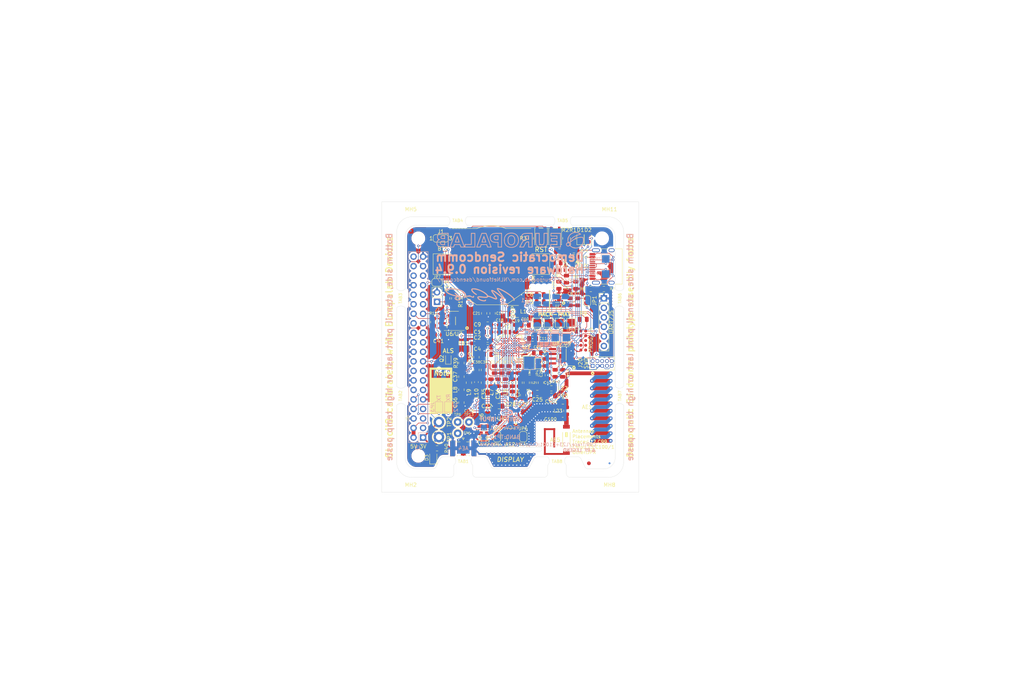
<source format=kicad_pcb>
(kicad_pcb (version 20171130) (host pcbnew 5.1.5+dfsg1-2build2)

  (general
    (thickness 1.6)
    (drawings 193)
    (tracks 1501)
    (zones 0)
    (modules 157)
    (nets 130)
  )

  (page A4)
  (title_block
    (title "Democratic Sendcomm")
    (date 2021-01-16)
    (rev 0.9.4)
    (company "Europalab Devices")
    (comment 1 "Copyright © 2021, Europalab Devices")
    (comment 2 "Fulfilling requirements of 20200210")
    (comment 3 "Pending quality assurance testing")
    (comment 4 "Release revision for manufacturing")
  )

  (layers
    (0 F.Cu signal)
    (1 In1.Cu power)
    (2 In2.Cu power)
    (31 B.Cu signal)
    (34 B.Paste user)
    (35 F.Paste user)
    (36 B.SilkS user)
    (37 F.SilkS user)
    (38 B.Mask user)
    (39 F.Mask user)
    (40 Dwgs.User user)
    (41 Cmts.User user)
    (44 Edge.Cuts user)
    (45 Margin user)
    (46 B.CrtYd user)
    (47 F.CrtYd user)
    (48 B.Fab user)
    (49 F.Fab user)
  )

  (setup
    (last_trace_width 0.127)
    (user_trace_width 0.1016)
    (user_trace_width 0.127)
    (user_trace_width 0.2)
    (user_trace_width 0.4)
    (user_trace_width 1.016)
    (trace_clearance 0.127)
    (zone_clearance 0.508)
    (zone_45_only no)
    (trace_min 0.09)
    (via_size 0.6)
    (via_drill 0.3)
    (via_min_size 0.356)
    (via_min_drill 0.2)
    (user_via 0.356 0.2)
    (user_via 0.45 0.2)
    (uvia_size 0.45)
    (uvia_drill 0.1)
    (uvias_allowed no)
    (uvia_min_size 0.45)
    (uvia_min_drill 0.1)
    (edge_width 0.05)
    (segment_width 0.1)
    (pcb_text_width 0.25)
    (pcb_text_size 1 1)
    (mod_edge_width 0.15)
    (mod_text_size 1 1)
    (mod_text_width 0.15)
    (pad_size 0.975 1.4)
    (pad_drill 0)
    (pad_to_mask_clearance 0)
    (aux_axis_origin 0 0)
    (visible_elements 7FFFFFFF)
    (pcbplotparams
      (layerselection 0x313fc_ffffffff)
      (usegerberextensions true)
      (usegerberattributes false)
      (usegerberadvancedattributes false)
      (creategerberjobfile false)
      (excludeedgelayer true)
      (linewidth 0.150000)
      (plotframeref false)
      (viasonmask false)
      (mode 1)
      (useauxorigin false)
      (hpglpennumber 1)
      (hpglpenspeed 20)
      (hpglpendiameter 15.000000)
      (psnegative false)
      (psa4output false)
      (plotreference true)
      (plotvalue true)
      (plotinvisibletext false)
      (padsonsilk false)
      (subtractmaskfromsilk false)
      (outputformat 1)
      (mirror false)
      (drillshape 0)
      (scaleselection 1)
      (outputdirectory "fabsingle"))
  )

  (net 0 "")
  (net 1 GND)
  (net 2 "Net-(AE1-Pad1)")
  (net 3 /Sheet5F53D5B4/RFSWPWR)
  (net 4 "Net-(C8-Pad1)")
  (net 5 /Sheet5F53D5B4/POWAMP)
  (net 6 "Net-(C13-Pad1)")
  (net 7 /Sheet5F53D5B4/HFOUT)
  (net 8 +3V3)
  (net 9 "Net-(C29-Pad1)")
  (net 10 /Sheet5F53D5B4/HPOUT)
  (net 11 /Sheet5F53D5B4/HFIN)
  (net 12 /Sheet5F53D5B4/BANDSEL)
  (net 13 "Net-(BT1-Pad1)")
  (net 14 /Sheet5F53D5B4/USB_BUS)
  (net 15 "Net-(C33-Pad1)")
  (net 16 "Net-(C34-Pad1)")
  (net 17 /Sheet5F53D5B4/CMDRST)
  (net 18 "Net-(D1-Pad2)")
  (net 19 "Net-(D1-Pad1)")
  (net 20 "Net-(D2-Pad1)")
  (net 21 "Net-(D2-Pad2)")
  (net 22 /Sheet5F53D5B4/USB_P)
  (net 23 /Sheet5F53D5B4/USB_N)
  (net 24 /Sheet60040980/ID_SD)
  (net 25 /Sheet60040980/ID_SC)
  (net 26 /Sheet5F53D5B4/SWDCLK)
  (net 27 "Net-(J3-Pad7)")
  (net 28 "Net-(J3-Pad8)")
  (net 29 "Net-(J4-Pad6)")
  (net 30 /Sheet5F53D5B4/CN_VBAT)
  (net 31 /Sheet5F53D5B4/XCEIV)
  (net 32 "Net-(AE5-Pad2)")
  (net 33 "Net-(C1-Pad1)")
  (net 34 "Net-(C7-Pad1)")
  (net 35 "Net-(C14-Pad1)")
  (net 36 "Net-(C17-Pad1)")
  (net 37 "Net-(C18-Pad2)")
  (net 38 "Net-(C19-Pad2)")
  (net 39 "Net-(C23-Pad2)")
  (net 40 "Net-(C23-Pad1)")
  (net 41 "Net-(C24-Pad1)")
  (net 42 "Net-(C24-Pad2)")
  (net 43 "Net-(C29-Pad2)")
  (net 44 "Net-(C33-Pad2)")
  (net 45 "Net-(C35-Pad2)")
  (net 46 "Net-(C40-Pad1)")
  (net 47 "Net-(J2-PadB5)")
  (net 48 "Net-(J2-PadA8)")
  (net 49 "Net-(J2-PadA5)")
  (net 50 "Net-(J2-PadB8)")
  (net 51 "Net-(J3-Pad2)")
  (net 52 "Net-(J3-Pad3)")
  (net 53 "Net-(J3-Pad5)")
  (net 54 "Net-(J3-Pad10)")
  (net 55 "Net-(J3-Pad11)")
  (net 56 "Net-(J3-Pad12)")
  (net 57 "Net-(J3-Pad13)")
  (net 58 "Net-(J3-Pad15)")
  (net 59 "Net-(J3-Pad16)")
  (net 60 "Net-(J3-Pad18)")
  (net 61 "Net-(J3-Pad19)")
  (net 62 "Net-(J3-Pad21)")
  (net 63 "Net-(J3-Pad22)")
  (net 64 "Net-(J3-Pad23)")
  (net 65 "Net-(J3-Pad24)")
  (net 66 "Net-(J3-Pad26)")
  (net 67 "Net-(J3-Pad29)")
  (net 68 "Net-(J3-Pad31)")
  (net 69 "Net-(J3-Pad32)")
  (net 70 "Net-(J3-Pad33)")
  (net 71 "Net-(J3-Pad35)")
  (net 72 "Net-(J3-Pad36)")
  (net 73 "Net-(J3-Pad38)")
  (net 74 "Net-(J3-Pad40)")
  (net 75 "Net-(J4-Pad7)")
  (net 76 "Net-(J4-Pad8)")
  (net 77 "Net-(J5-Pad2)")
  (net 78 "Net-(J5-Pad3)")
  (net 79 "Net-(J5-Pad6)")
  (net 80 "Net-(J6-Pad1)")
  (net 81 "Net-(L1-Pad2)")
  (net 82 "Net-(R3-Pad1)")
  (net 83 "Net-(R4-Pad1)")
  (net 84 "Net-(R4-Pad2)")
  (net 85 "Net-(U2-Pad5)")
  (net 86 "Net-(U3-PadG1)")
  (net 87 "Net-(U3-PadH1)")
  (net 88 "Net-(U3-PadE3)")
  (net 89 "Net-(U3-PadE4)")
  (net 90 "Net-(U3-PadF4)")
  (net 91 "Net-(U3-PadC7)")
  (net 92 "Net-(U3-PadD7)")
  (net 93 "Net-(U5-Pad3)")
  (net 94 "Net-(U5-Pad4)")
  (net 95 "Net-(U8-Pad7)")
  (net 96 "Net-(U8-Pad3)")
  (net 97 "Net-(U8-Pad2)")
  (net 98 "Net-(U8-Pad1)")
  (net 99 "Net-(U9-Pad1)")
  (net 100 "Net-(U9-Pad2)")
  (net 101 "Net-(U9-Pad3)")
  (net 102 "Net-(U9-Pad7)")
  (net 103 /Sheet5F53D5B4/SWDIO)
  (net 104 "Net-(AE2-Pad1)")
  (net 105 "Net-(AE4-Pad1)")
  (net 106 "Net-(AE5-Pad1)")
  (net 107 "Net-(J6-Pad2)")
  (net 108 "Net-(J6-Pad3)")
  (net 109 "Net-(J6-Pad4)")
  (net 110 "Net-(J7-Pad1)")
  (net 111 "Net-(C95-Pad1)")
  (net 112 /TP_SCL)
  (net 113 /TP_SDA)
  (net 114 "Net-(J20-Pad6)")
  (net 115 "Net-(J20-Pad7)")
  (net 116 "Net-(J20-Pad8)")
  (net 117 "Net-(Q2-Pad2)")
  (net 118 EXT_UART_TX)
  (net 119 EXT_UART_RX)
  (net 120 USB_TST)
  (net 121 "Net-(TP13-Pad1)")
  (net 122 "Net-(C94-Pad2)")
  (net 123 /Sheet5F53D5B4/CRY_XIN-RSVD)
  (net 124 /Sheet5F53D5B4/CRY_XOUT-RSVD)
  (net 125 "Net-(C97-Pad1)")
  (net 126 "Net-(C101-Pad1)")
  (net 127 "Net-(D3-Pad2)")
  (net 128 "Net-(JP4-Pad1)")
  (net 129 "Net-(U3-PadE5)")

  (net_class Default "This is the default net class."
    (clearance 0.127)
    (trace_width 0.127)
    (via_dia 0.6)
    (via_drill 0.3)
    (uvia_dia 0.45)
    (uvia_drill 0.1)
    (add_net +3V3)
    (add_net /Sheet5F53D5B4/BANDSEL)
    (add_net /Sheet5F53D5B4/CMDRST)
    (add_net /Sheet5F53D5B4/CN_VBAT)
    (add_net /Sheet5F53D5B4/CRY_XIN-RSVD)
    (add_net /Sheet5F53D5B4/CRY_XOUT-RSVD)
    (add_net /Sheet5F53D5B4/HFIN)
    (add_net /Sheet5F53D5B4/HFOUT)
    (add_net /Sheet5F53D5B4/HPOUT)
    (add_net /Sheet5F53D5B4/POWAMP)
    (add_net /Sheet5F53D5B4/RFSWPWR)
    (add_net /Sheet5F53D5B4/SWDCLK)
    (add_net /Sheet5F53D5B4/SWDIO)
    (add_net /Sheet5F53D5B4/USB_BUS)
    (add_net /Sheet5F53D5B4/USB_N)
    (add_net /Sheet5F53D5B4/USB_P)
    (add_net /Sheet5F53D5B4/XCEIV)
    (add_net /Sheet60040980/ID_SC)
    (add_net /Sheet60040980/ID_SD)
    (add_net /TP_SCL)
    (add_net /TP_SDA)
    (add_net EXT_UART_RX)
    (add_net EXT_UART_TX)
    (add_net GND)
    (add_net "Net-(AE1-Pad1)")
    (add_net "Net-(AE2-Pad1)")
    (add_net "Net-(AE4-Pad1)")
    (add_net "Net-(AE5-Pad1)")
    (add_net "Net-(AE5-Pad2)")
    (add_net "Net-(BT1-Pad1)")
    (add_net "Net-(C1-Pad1)")
    (add_net "Net-(C101-Pad1)")
    (add_net "Net-(C13-Pad1)")
    (add_net "Net-(C14-Pad1)")
    (add_net "Net-(C17-Pad1)")
    (add_net "Net-(C18-Pad2)")
    (add_net "Net-(C19-Pad2)")
    (add_net "Net-(C23-Pad1)")
    (add_net "Net-(C23-Pad2)")
    (add_net "Net-(C24-Pad1)")
    (add_net "Net-(C24-Pad2)")
    (add_net "Net-(C29-Pad1)")
    (add_net "Net-(C29-Pad2)")
    (add_net "Net-(C33-Pad1)")
    (add_net "Net-(C33-Pad2)")
    (add_net "Net-(C34-Pad1)")
    (add_net "Net-(C35-Pad2)")
    (add_net "Net-(C40-Pad1)")
    (add_net "Net-(C7-Pad1)")
    (add_net "Net-(C8-Pad1)")
    (add_net "Net-(C94-Pad2)")
    (add_net "Net-(C95-Pad1)")
    (add_net "Net-(C97-Pad1)")
    (add_net "Net-(D1-Pad1)")
    (add_net "Net-(D1-Pad2)")
    (add_net "Net-(D2-Pad1)")
    (add_net "Net-(D2-Pad2)")
    (add_net "Net-(D3-Pad2)")
    (add_net "Net-(J2-PadA5)")
    (add_net "Net-(J2-PadA8)")
    (add_net "Net-(J2-PadB5)")
    (add_net "Net-(J2-PadB8)")
    (add_net "Net-(J20-Pad6)")
    (add_net "Net-(J20-Pad7)")
    (add_net "Net-(J20-Pad8)")
    (add_net "Net-(J3-Pad10)")
    (add_net "Net-(J3-Pad11)")
    (add_net "Net-(J3-Pad12)")
    (add_net "Net-(J3-Pad13)")
    (add_net "Net-(J3-Pad15)")
    (add_net "Net-(J3-Pad16)")
    (add_net "Net-(J3-Pad18)")
    (add_net "Net-(J3-Pad19)")
    (add_net "Net-(J3-Pad2)")
    (add_net "Net-(J3-Pad21)")
    (add_net "Net-(J3-Pad22)")
    (add_net "Net-(J3-Pad23)")
    (add_net "Net-(J3-Pad24)")
    (add_net "Net-(J3-Pad26)")
    (add_net "Net-(J3-Pad29)")
    (add_net "Net-(J3-Pad3)")
    (add_net "Net-(J3-Pad31)")
    (add_net "Net-(J3-Pad32)")
    (add_net "Net-(J3-Pad33)")
    (add_net "Net-(J3-Pad35)")
    (add_net "Net-(J3-Pad36)")
    (add_net "Net-(J3-Pad38)")
    (add_net "Net-(J3-Pad40)")
    (add_net "Net-(J3-Pad5)")
    (add_net "Net-(J3-Pad7)")
    (add_net "Net-(J3-Pad8)")
    (add_net "Net-(J4-Pad6)")
    (add_net "Net-(J4-Pad7)")
    (add_net "Net-(J4-Pad8)")
    (add_net "Net-(J5-Pad2)")
    (add_net "Net-(J5-Pad3)")
    (add_net "Net-(J5-Pad6)")
    (add_net "Net-(J6-Pad1)")
    (add_net "Net-(J6-Pad2)")
    (add_net "Net-(J6-Pad3)")
    (add_net "Net-(J6-Pad4)")
    (add_net "Net-(J7-Pad1)")
    (add_net "Net-(JP4-Pad1)")
    (add_net "Net-(L1-Pad2)")
    (add_net "Net-(Q2-Pad2)")
    (add_net "Net-(R3-Pad1)")
    (add_net "Net-(R4-Pad1)")
    (add_net "Net-(R4-Pad2)")
    (add_net "Net-(TP13-Pad1)")
    (add_net "Net-(U2-Pad5)")
    (add_net "Net-(U3-PadC7)")
    (add_net "Net-(U3-PadD7)")
    (add_net "Net-(U3-PadE3)")
    (add_net "Net-(U3-PadE4)")
    (add_net "Net-(U3-PadE5)")
    (add_net "Net-(U3-PadF4)")
    (add_net "Net-(U3-PadG1)")
    (add_net "Net-(U3-PadH1)")
    (add_net "Net-(U5-Pad3)")
    (add_net "Net-(U5-Pad4)")
    (add_net "Net-(U8-Pad1)")
    (add_net "Net-(U8-Pad2)")
    (add_net "Net-(U8-Pad3)")
    (add_net "Net-(U8-Pad7)")
    (add_net "Net-(U9-Pad1)")
    (add_net "Net-(U9-Pad2)")
    (add_net "Net-(U9-Pad3)")
    (add_net "Net-(U9-Pad7)")
    (add_net USB_TST)
  )

  (net_class Power ""
    (clearance 0.2)
    (trace_width 0.5)
    (via_dia 1)
    (via_drill 0.7)
    (uvia_dia 0.5)
    (uvia_drill 0.1)
  )

  (module Inductor_SMD:L_0603_1608Metric (layer F.Cu) (tedit 5B301BBE) (tstamp 5FEA20A6)
    (at 160.5375 84)
    (descr "Inductor SMD 0603 (1608 Metric), square (rectangular) end terminal, IPC_7351 nominal, (Body size source: http://www.tortai-tech.com/upload/download/2011102023233369053.pdf), generated with kicad-footprint-generator")
    (tags inductor)
    (path /60040981/5FECBBBC)
    (attr smd)
    (fp_text reference FB2 (at 0 1.4 180) (layer F.SilkS)
      (effects (font (size 0.7 0.7) (thickness 0.1)))
    )
    (fp_text value BLM18PG471SN1D (at 0 1.65) (layer F.Fab)
      (effects (font (size 1 1) (thickness 0.15)))
    )
    (fp_text user %R (at 0 0) (layer F.Fab)
      (effects (font (size 0.5 0.5) (thickness 0.08)))
    )
    (fp_line (start 1.48 0.73) (end -1.48 0.73) (layer F.CrtYd) (width 0.05))
    (fp_line (start 1.48 -0.73) (end 1.48 0.73) (layer F.CrtYd) (width 0.05))
    (fp_line (start -1.48 -0.73) (end 1.48 -0.73) (layer F.CrtYd) (width 0.05))
    (fp_line (start -1.48 0.73) (end -1.48 -0.73) (layer F.CrtYd) (width 0.05))
    (fp_line (start -0.162779 0.51) (end 0.162779 0.51) (layer F.SilkS) (width 0.12))
    (fp_line (start -0.162779 -0.51) (end 0.162779 -0.51) (layer F.SilkS) (width 0.12))
    (fp_line (start 0.8 0.4) (end -0.8 0.4) (layer F.Fab) (width 0.1))
    (fp_line (start 0.8 -0.4) (end 0.8 0.4) (layer F.Fab) (width 0.1))
    (fp_line (start -0.8 -0.4) (end 0.8 -0.4) (layer F.Fab) (width 0.1))
    (fp_line (start -0.8 0.4) (end -0.8 -0.4) (layer F.Fab) (width 0.1))
    (pad 2 smd roundrect (at 0.7875 0) (size 0.875 0.95) (layers F.Cu F.Paste F.Mask) (roundrect_rratio 0.25)
      (net 125 "Net-(C97-Pad1)"))
    (pad 1 smd roundrect (at -0.7875 0) (size 0.875 0.95) (layers F.Cu F.Paste F.Mask) (roundrect_rratio 0.25)
      (net 14 /Sheet5F53D5B4/USB_BUS))
    (model ${KISYS3DMOD}/Inductor_SMD.3dshapes/L_0603_1608Metric.wrl
      (at (xyz 0 0 0))
      (scale (xyz 1 1 1))
      (rotate (xyz 0 0 0))
    )
  )

  (module Inductor_SMD:L_0603_1608Metric (layer F.Cu) (tedit 5B301BBE) (tstamp 5FC0418D)
    (at 138.5 103.5)
    (descr "Inductor SMD 0603 (1608 Metric), square (rectangular) end terminal, IPC_7351 nominal, (Body size source: http://www.tortai-tech.com/upload/download/2011102023233369053.pdf), generated with kicad-footprint-generator")
    (tags inductor)
    (path /5F53D5B5/5F613B5F)
    (attr smd)
    (fp_text reference FB1 (at -3 0) (layer F.SilkS)
      (effects (font (size 1 1) (thickness 0.15)))
    )
    (fp_text value BLM18PG471SN1D (at 0 1.65) (layer F.Fab)
      (effects (font (size 1 1) (thickness 0.15)))
    )
    (fp_text user %R (at 0 0) (layer F.Fab)
      (effects (font (size 0.5 0.5) (thickness 0.08)))
    )
    (fp_line (start 1.48 0.73) (end -1.48 0.73) (layer F.CrtYd) (width 0.05))
    (fp_line (start 1.48 -0.73) (end 1.48 0.73) (layer F.CrtYd) (width 0.05))
    (fp_line (start -1.48 -0.73) (end 1.48 -0.73) (layer F.CrtYd) (width 0.05))
    (fp_line (start -1.48 0.73) (end -1.48 -0.73) (layer F.CrtYd) (width 0.05))
    (fp_line (start -0.162779 0.51) (end 0.162779 0.51) (layer F.SilkS) (width 0.12))
    (fp_line (start -0.162779 -0.51) (end 0.162779 -0.51) (layer F.SilkS) (width 0.12))
    (fp_line (start 0.8 0.4) (end -0.8 0.4) (layer F.Fab) (width 0.1))
    (fp_line (start 0.8 -0.4) (end 0.8 0.4) (layer F.Fab) (width 0.1))
    (fp_line (start -0.8 -0.4) (end 0.8 -0.4) (layer F.Fab) (width 0.1))
    (fp_line (start -0.8 0.4) (end -0.8 -0.4) (layer F.Fab) (width 0.1))
    (pad 2 smd roundrect (at 0.7875 0) (size 0.875 0.95) (layers F.Cu F.Paste F.Mask) (roundrect_rratio 0.25)
      (net 33 "Net-(C1-Pad1)"))
    (pad 1 smd roundrect (at -0.7875 0) (size 0.875 0.95) (layers F.Cu F.Paste F.Mask) (roundrect_rratio 0.25)
      (net 8 +3V3))
    (model ${KISYS3DMOD}/Inductor_SMD.3dshapes/L_0603_1608Metric.wrl
      (at (xyz 0 0 0))
      (scale (xyz 1 1 1))
      (rotate (xyz 0 0 0))
    )
  )

  (module Capacitor_SMD:C_0805_2012Metric (layer F.Cu) (tedit 5B36C52B) (tstamp 5F6870D5)
    (at 140 126.5625 270)
    (descr "Capacitor SMD 0805 (2012 Metric), square (rectangular) end terminal, IPC_7351 nominal, (Body size source: https://docs.google.com/spreadsheets/d/1BsfQQcO9C6DZCsRaXUlFlo91Tg2WpOkGARC1WS5S8t0/edit?usp=sharing), generated with kicad-footprint-generator")
    (tags capacitor)
    (path /5F5C0728/5F5D6DA0)
    (attr smd)
    (fp_text reference C30 (at 2.9375 0 90) (layer F.SilkS)
      (effects (font (size 0.875 0.875) (thickness 0.125)))
    )
    (fp_text value 2,7pF (at 0 1.65 90) (layer F.Fab)
      (effects (font (size 1 1) (thickness 0.15)))
    )
    (fp_text user %R (at 0 0 90) (layer F.Fab)
      (effects (font (size 0.5 0.5) (thickness 0.08)))
    )
    (fp_line (start 1.68 0.95) (end -1.68 0.95) (layer F.CrtYd) (width 0.05))
    (fp_line (start 1.68 -0.95) (end 1.68 0.95) (layer F.CrtYd) (width 0.05))
    (fp_line (start -1.68 -0.95) (end 1.68 -0.95) (layer F.CrtYd) (width 0.05))
    (fp_line (start -1.68 0.95) (end -1.68 -0.95) (layer F.CrtYd) (width 0.05))
    (fp_line (start -0.258578 0.71) (end 0.258578 0.71) (layer F.SilkS) (width 0.12))
    (fp_line (start -0.258578 -0.71) (end 0.258578 -0.71) (layer F.SilkS) (width 0.12))
    (fp_line (start 1 0.6) (end -1 0.6) (layer F.Fab) (width 0.1))
    (fp_line (start 1 -0.6) (end 1 0.6) (layer F.Fab) (width 0.1))
    (fp_line (start -1 -0.6) (end 1 -0.6) (layer F.Fab) (width 0.1))
    (fp_line (start -1 0.6) (end -1 -0.6) (layer F.Fab) (width 0.1))
    (pad 2 smd roundrect (at 0.9375 0 270) (size 0.975 1.4) (layers F.Cu F.Paste F.Mask) (roundrect_rratio 0.25)
      (net 1 GND))
    (pad 1 smd roundrect (at -0.9375 0 270) (size 0.975 1.4) (layers F.Cu F.Paste F.Mask) (roundrect_rratio 0.25)
      (net 9 "Net-(C29-Pad1)"))
    (model ${KISYS3DMOD}/Capacitor_SMD.3dshapes/C_0805_2012Metric.wrl
      (at (xyz 0 0 0))
      (scale (xyz 1 1 1))
      (rotate (xyz 0 0 0))
    )
  )

  (module Connector_Coaxial:SMA_Samtec_SMA-J-P-X-ST-EM1_EdgeMount (layer F.Cu) (tedit 5FE90BFC) (tstamp 5F686FA8)
    (at 135.5 131.5)
    (descr "Connector SMA, 0Hz to 20GHz, 50Ohm, Edge Mount (http://suddendocs.samtec.com/prints/sma-j-p-x-st-em1-mkt.pdf)")
    (tags "SMA Straight Samtec Edge Mount")
    (path /5F5C0728/6000659E)
    (attr smd)
    (fp_text reference AE4 (at 0 0 unlocked) (layer B.SilkS)
      (effects (font (size 1 1) (thickness 0.15)) (justify mirror))
    )
    (fp_text value Antenna_Shield (at 0 13) (layer F.Fab)
      (effects (font (size 1 1) (thickness 0.15)))
    )
    (fp_text user "Board Thickness: 1.57mm" (at 0 -5.45) (layer Cmts.User)
      (effects (font (size 1 1) (thickness 0.15)))
    )
    (fp_line (start 0.84 -1.71) (end 1.95 -1.71) (layer F.SilkS) (width 0.12))
    (fp_line (start -1.95 -1.71) (end -0.84 -1.71) (layer F.SilkS) (width 0.12))
    (fp_line (start 0.84 2) (end 1.95 2) (layer F.SilkS) (width 0.12))
    (fp_line (start -1.95 2) (end -0.84 2) (layer F.SilkS) (width 0.12))
    (fp_line (start 3.68 2.6) (end 3.68 12.12) (layer B.CrtYd) (width 0.05))
    (fp_line (start 4 2.6) (end 3.68 2.6) (layer B.CrtYd) (width 0.05))
    (fp_line (start -3.68 12.12) (end -3.68 2.6) (layer B.CrtYd) (width 0.05))
    (fp_line (start -3.68 2.6) (end -4 2.6) (layer B.CrtYd) (width 0.05))
    (fp_line (start 3.68 2.6) (end 3.68 12.12) (layer F.CrtYd) (width 0.05))
    (fp_line (start 3.68 2.6) (end 4 2.6) (layer F.CrtYd) (width 0.05))
    (fp_line (start -3.68 12.12) (end -3.68 2.6) (layer F.CrtYd) (width 0.05))
    (fp_line (start -3.68 2.6) (end -4 2.6) (layer F.CrtYd) (width 0.05))
    (fp_text user "PCB Edge" (at 0 2.6) (layer Dwgs.User)
      (effects (font (size 0.5 0.5) (thickness 0.1)))
    )
    (fp_line (start 4.1 2.1) (end -4.1 2.1) (layer Dwgs.User) (width 0.1))
    (fp_line (start -3.175 -1.71) (end -3.175 11.62) (layer F.Fab) (width 0.1))
    (fp_line (start -2.365 -1.71) (end -3.175 -1.71) (layer F.Fab) (width 0.1))
    (fp_line (start -2.365 2.1) (end -2.365 -1.71) (layer F.Fab) (width 0.1))
    (fp_line (start 2.365 2.1) (end -2.365 2.1) (layer F.Fab) (width 0.1))
    (fp_line (start 2.365 -1.71) (end 2.365 2.1) (layer F.Fab) (width 0.1))
    (fp_line (start 3.175 -1.71) (end 2.365 -1.71) (layer F.Fab) (width 0.1))
    (fp_line (start 3.175 -1.71) (end 3.175 11.62) (layer F.Fab) (width 0.1))
    (fp_line (start 3.165 11.62) (end -3.165 11.62) (layer F.Fab) (width 0.1))
    (fp_line (start -4 -2.6) (end 4 -2.6) (layer B.CrtYd) (width 0.05))
    (fp_line (start -4 2.6) (end -4 -2.6) (layer B.CrtYd) (width 0.05))
    (fp_line (start 3.68 12.12) (end -3.68 12.12) (layer B.CrtYd) (width 0.05))
    (fp_line (start 4 2.6) (end 4 -2.6) (layer B.CrtYd) (width 0.05))
    (fp_line (start -4 -2.6) (end 4 -2.6) (layer F.CrtYd) (width 0.05))
    (fp_line (start -4 2.6) (end -4 -2.6) (layer F.CrtYd) (width 0.05))
    (fp_line (start 3.68 12.12) (end -3.68 12.12) (layer F.CrtYd) (width 0.05))
    (fp_line (start 4 2.6) (end 4 -2.6) (layer F.CrtYd) (width 0.05))
    (fp_text user %R (at 0 4.29 180) (layer F.Fab)
      (effects (font (size 1 1) (thickness 0.15)))
    )
    (fp_line (start 0.64 2.1) (end 0 3.1) (layer F.Fab) (width 0.1))
    (fp_line (start 0 3.1) (end -0.64 2.1) (layer F.Fab) (width 0.1))
    (fp_line (start 0 -2.26) (end 0.25 -2.76) (layer F.SilkS) (width 0.12))
    (fp_line (start 0.25 -2.76) (end -0.25 -2.76) (layer F.SilkS) (width 0.12))
    (fp_line (start -0.25 -2.76) (end 0 -2.26) (layer F.SilkS) (width 0.12))
    (pad 1 smd rect (at 0 0.2) (size 1.27 3.6) (layers F.Cu F.Mask)
      (net 105 "Net-(AE4-Pad1)"))
    (pad 2 smd rect (at 2.825 0) (size 1.35 4.2) (layers F.Cu F.Mask)
      (net 1 GND))
    (pad 2 smd rect (at -2.825 0) (size 1.35 4.2) (layers F.Cu F.Mask)
      (net 1 GND))
    (pad 2 smd rect (at 2.825 0) (size 1.35 4.2) (layers B.Cu B.Mask)
      (net 1 GND))
    (pad 2 smd rect (at -2.825 0) (size 1.35 4.2) (layers B.Cu B.Mask)
      (net 1 GND))
    (model ${KISYS3DMOD}/Connector_Coaxial.3dshapes/SMA_Samtec_SMA-J-P-X-ST-EM1_EdgeMount.wrl
      (at (xyz 0 0 0))
      (scale (xyz 1 1 1))
      (rotate (xyz 0 0 0))
    )
    (model ${KIPRJMOD}/modules/packages3d/RF_Antenna.3dshapes/SMA-J-P-H-ST-EM1.wrl
      (offset (xyz 0 -4 0.5))
      (scale (xyz 0.4 0.4 0.4))
      (rotate (xyz 180 -90 0))
    )
  )

  (module Connector_PinHeader_2.54mm:PinHeader_1x06_P2.54mm_Vertical (layer F.Cu) (tedit 59FED5CC) (tstamp 5FF83409)
    (at 173 91.5)
    (descr "Through hole straight pin header, 1x06, 2.54mm pitch, single row")
    (tags "Through hole pin header THT 1x06 2.54mm single row")
    (path /60040981/6006812D)
    (fp_text reference J5 (at 2 5 90) (layer F.SilkS)
      (effects (font (size 1 1) (thickness 0.15)) (justify left))
    )
    (fp_text value Conn_01x06_Male (at 4.385 14.97) (layer F.Fab)
      (effects (font (size 1 1) (thickness 0.15)))
    )
    (fp_text user %R (at 2.77 6.35 90) (layer F.Fab)
      (effects (font (size 1 1) (thickness 0.15)))
    )
    (fp_line (start 1.8 -1.8) (end -1.8 -1.8) (layer F.CrtYd) (width 0.05))
    (fp_line (start 1.8 14.5) (end 1.8 -1.8) (layer F.CrtYd) (width 0.05))
    (fp_line (start -1.8 14.5) (end 1.8 14.5) (layer F.CrtYd) (width 0.05))
    (fp_line (start -1.8 -1.8) (end -1.8 14.5) (layer F.CrtYd) (width 0.05))
    (fp_line (start -1.33 -1.33) (end 0 -1.33) (layer F.SilkS) (width 0.12))
    (fp_line (start -1.33 0) (end -1.33 -1.33) (layer F.SilkS) (width 0.12))
    (fp_line (start -1.33 1.27) (end 1.33 1.27) (layer F.SilkS) (width 0.12))
    (fp_line (start 1.33 1.27) (end 1.33 14.03) (layer F.SilkS) (width 0.12))
    (fp_line (start -1.33 1.27) (end -1.33 14.03) (layer F.SilkS) (width 0.12))
    (fp_line (start -1.33 14.03) (end 1.33 14.03) (layer F.SilkS) (width 0.12))
    (fp_line (start -1.27 -0.635) (end -0.635 -1.27) (layer F.Fab) (width 0.1))
    (fp_line (start -1.27 13.97) (end -1.27 -0.635) (layer F.Fab) (width 0.1))
    (fp_line (start 1.27 13.97) (end -1.27 13.97) (layer F.Fab) (width 0.1))
    (fp_line (start 1.27 -1.27) (end 1.27 13.97) (layer F.Fab) (width 0.1))
    (fp_line (start -0.635 -1.27) (end 1.27 -1.27) (layer F.Fab) (width 0.1))
    (pad 6 thru_hole oval (at 0 12.7) (size 1.7 1.7) (drill 1) (layers *.Cu *.Mask)
      (net 79 "Net-(J5-Pad6)"))
    (pad 5 thru_hole oval (at 0 10.16) (size 1.7 1.7) (drill 1) (layers *.Cu *.Mask)
      (net 118 EXT_UART_TX))
    (pad 4 thru_hole oval (at 0 7.62) (size 1.7 1.7) (drill 1) (layers *.Cu *.Mask)
      (net 119 EXT_UART_RX))
    (pad 3 thru_hole oval (at 0 5.08) (size 1.7 1.7) (drill 1) (layers *.Cu *.Mask)
      (net 78 "Net-(J5-Pad3)"))
    (pad 2 thru_hole oval (at 0 2.54) (size 1.7 1.7) (drill 1) (layers *.Cu *.Mask)
      (net 77 "Net-(J5-Pad2)"))
    (pad 1 thru_hole rect (at 0 0) (size 1.7 1.7) (drill 1) (layers *.Cu *.Mask)
      (net 1 GND))
    (model ${KISYS3DMOD}/Connector_PinHeader_2.54mm.3dshapes/PinHeader_1x06_P2.54mm_Vertical.wrl
      (at (xyz 0 0 0))
      (scale (xyz 1 1 1))
      (rotate (xyz 0 0 0))
    )
  )

  (module RF_Antenna:Texas_SWRA416_868MHz_915MHz (layer F.Cu) (tedit 5CF40AFD) (tstamp 5F686F31)
    (at 169 120.5 270)
    (descr http://www.ti.com/lit/an/swra416/swra416.pdf)
    (tags "PCB antenna")
    (path /5F5C0728/60008187)
    (attr smd)
    (fp_text reference AE1 (at 0 0.5 180) (layer F.SilkS)
      (effects (font (size 1 1) (thickness 0.15)))
    )
    (fp_text value Antenna (at 0.1 -7.6 90) (layer F.Fab)
      (effects (font (size 1 1) (thickness 0.15)))
    )
    (fp_line (start 9.7 2.1) (end 6.2 5.7) (layer Dwgs.User) (width 0.12))
    (fp_line (start 9.7 0.1) (end 4.3 5.7) (layer Dwgs.User) (width 0.12))
    (fp_line (start 9.7 -1.9) (end 2.3 5.7) (layer Dwgs.User) (width 0.12))
    (fp_line (start 9.7 -3.9) (end 0.2 5.7) (layer Dwgs.User) (width 0.12))
    (fp_line (start 9.7 -5.9) (end -1.8 5.7) (layer Dwgs.User) (width 0.12))
    (fp_line (start 8.3 -6.5) (end -3.8 5.7) (layer Dwgs.User) (width 0.12))
    (fp_line (start 6.3 -6.5) (end -5.8 5.7) (layer Dwgs.User) (width 0.12))
    (fp_line (start 4.3 -6.5) (end -7.8 5.7) (layer Dwgs.User) (width 0.12))
    (fp_line (start -9.7 5.5) (end 2.3 -6.5) (layer Dwgs.User) (width 0.12))
    (fp_line (start -9.7 3.5) (end 0.3 -6.5) (layer Dwgs.User) (width 0.12))
    (fp_line (start -9.7 1.5) (end -1.7 -6.5) (layer Dwgs.User) (width 0.12))
    (fp_line (start -9.7 -0.5) (end -3.7 -6.5) (layer Dwgs.User) (width 0.12))
    (fp_line (start -9.7 -2.5) (end -5.7 -6.5) (layer Dwgs.User) (width 0.12))
    (fp_line (start -9.7 -4.5) (end -7.7 -6.5) (layer Dwgs.User) (width 0.12))
    (fp_line (start 9.7 -6.5) (end -9.7 -6.5) (layer Dwgs.User) (width 0.15))
    (fp_line (start 9.7 5.7) (end 9.7 -6.5) (layer Dwgs.User) (width 0.15))
    (fp_line (start -9.7 5.7) (end 9.7 5.7) (layer Dwgs.User) (width 0.15))
    (fp_line (start -9.7 -6.5) (end -9.7 5.7) (layer Dwgs.User) (width 0.15))
    (fp_line (start 7 -5.8) (end 8 -4.8) (layer B.Cu) (width 1))
    (fp_line (start 8 -1.8) (end 9 -0.8) (layer B.Cu) (width 1))
    (fp_line (start 8 -4.8) (end 8 -1.8) (layer B.Cu) (width 1))
    (fp_line (start 9 -5.8) (end 9 -0.8) (layer F.Cu) (width 1))
    (fp_line (start 5 -5.8) (end 6 -4.8) (layer B.Cu) (width 1))
    (fp_line (start 6 -1.8) (end 7 -0.8) (layer B.Cu) (width 1))
    (fp_line (start 6 -4.8) (end 6 -1.8) (layer B.Cu) (width 1))
    (fp_line (start 7 -5.8) (end 7 -0.8) (layer F.Cu) (width 1))
    (fp_line (start 3 -5.8) (end 4 -4.8) (layer B.Cu) (width 1))
    (fp_line (start 4 -1.8) (end 5 -0.8) (layer B.Cu) (width 1))
    (fp_line (start 4 -4.8) (end 4 -1.8) (layer B.Cu) (width 1))
    (fp_line (start 5 -5.8) (end 5 -0.8) (layer F.Cu) (width 1))
    (fp_line (start 1 -5.8) (end 2 -4.8) (layer B.Cu) (width 1))
    (fp_line (start 2 -1.8) (end 3 -0.8) (layer B.Cu) (width 1))
    (fp_line (start 2 -4.8) (end 2 -1.8) (layer B.Cu) (width 1))
    (fp_line (start 3 -5.8) (end 3 -0.8) (layer F.Cu) (width 1))
    (fp_line (start -1 -5.8) (end 0 -4.8) (layer B.Cu) (width 1))
    (fp_line (start 0 -1.8) (end 1 -0.8) (layer B.Cu) (width 1))
    (fp_line (start 0 -4.8) (end 0 -1.8) (layer B.Cu) (width 1))
    (fp_line (start 1 -5.8) (end 1 -0.8) (layer F.Cu) (width 1))
    (fp_line (start -3 -5.8) (end -2 -4.8) (layer B.Cu) (width 1))
    (fp_line (start -2 -1.8) (end -1 -0.8) (layer B.Cu) (width 1))
    (fp_line (start -2 -4.8) (end -2 -1.8) (layer B.Cu) (width 1))
    (fp_line (start -1 -5.8) (end -1 -0.8) (layer F.Cu) (width 1))
    (fp_line (start -4 -4.8) (end -4 -1.8) (layer B.Cu) (width 1))
    (fp_line (start -5 -5.8) (end -4 -4.8) (layer B.Cu) (width 1))
    (fp_line (start -4 -1.8) (end -3 -0.8) (layer B.Cu) (width 1))
    (fp_line (start -3 -5.8) (end -3 -0.8) (layer F.Cu) (width 1))
    (fp_line (start -6 -4.8) (end -6 -1.8) (layer B.Cu) (width 1))
    (fp_line (start -7 -5.8) (end -6 -4.8) (layer B.Cu) (width 1))
    (fp_line (start -6 -1.8) (end -5 -0.8) (layer B.Cu) (width 1))
    (fp_line (start -5 -5.8) (end -5 -0.8) (layer F.Cu) (width 1))
    (fp_line (start -7 -5.8) (end -7 -0.8) (layer F.Cu) (width 1))
    (fp_line (start -9 5.2) (end -9 -5.8) (layer F.Cu) (width 1))
    (fp_line (start -9 -5.8) (end -8 -4.8) (layer B.Cu) (width 1))
    (fp_line (start -8 -4.8) (end -8 -1.8) (layer B.Cu) (width 1))
    (fp_line (start -8 -1.8) (end -7 -0.8) (layer B.Cu) (width 1))
    (fp_line (start 9.7 4.1) (end 8.2 5.7) (layer Dwgs.User) (width 0.12))
    (fp_line (start -9.9 -6.7) (end -9.9 5.9) (layer F.CrtYd) (width 0.05))
    (fp_line (start -9.9 5.9) (end 9.9 5.9) (layer F.CrtYd) (width 0.05))
    (fp_line (start 9.9 5.9) (end 9.9 -6.7) (layer F.CrtYd) (width 0.05))
    (fp_line (start 9.9 -6.7) (end -9.9 -6.7) (layer F.CrtYd) (width 0.05))
    (fp_line (start 9.9 -6.7) (end -9.9 -6.7) (layer B.CrtYd) (width 0.05))
    (fp_line (start 9.9 5.9) (end 9.9 -6.7) (layer B.CrtYd) (width 0.05))
    (fp_line (start -9.9 -6.7) (end -9.9 5.9) (layer B.CrtYd) (width 0.05))
    (fp_line (start -9.9 5.9) (end 9.9 5.9) (layer B.CrtYd) (width 0.05))
    (fp_text user "KEEP-OUT ZONE" (at 1 -2.8 90) (layer Cmts.User)
      (effects (font (size 1 1) (thickness 0.15)))
    )
    (fp_text user "No metal, traces or " (at 1 0.2 90) (layer Cmts.User)
      (effects (font (size 1 1) (thickness 0.15)))
    )
    (fp_text user "any components on" (at 1 2.2 90) (layer Cmts.User)
      (effects (font (size 1 1) (thickness 0.15)))
    )
    (fp_text user " any PCB layer." (at 1 4.2 90) (layer Cmts.User)
      (effects (font (size 1 1) (thickness 0.15)))
    )
    (fp_text user %R (at -0.4 6.6 90) (layer F.Fab)
      (effects (font (size 1 1) (thickness 0.15)))
    )
    (pad "" thru_hole circle (at 9 -0.8 90) (size 1 1) (drill 0.4) (layers *.Cu))
    (pad "" thru_hole circle (at 9 -5.8 90) (size 1 1) (drill 0.4) (layers *.Cu))
    (pad "" thru_hole circle (at 7 -5.8 90) (size 1 1) (drill 0.4) (layers *.Cu))
    (pad "" thru_hole circle (at 7 -0.8 90) (size 1 1) (drill 0.4) (layers *.Cu))
    (pad "" thru_hole circle (at 5 -0.8 90) (size 1 1) (drill 0.4) (layers *.Cu))
    (pad "" thru_hole circle (at 5 -5.8 90) (size 1 1) (drill 0.4) (layers *.Cu))
    (pad "" thru_hole circle (at 3 -0.8 90) (size 1 1) (drill 0.4) (layers *.Cu))
    (pad "" thru_hole circle (at 3 -5.8 90) (size 1 1) (drill 0.4) (layers *.Cu))
    (pad "" thru_hole circle (at 1 -5.8 90) (size 1 1) (drill 0.4) (layers *.Cu))
    (pad "" thru_hole circle (at 1 -0.8 90) (size 1 1) (drill 0.4) (layers *.Cu))
    (pad "" thru_hole circle (at -1 -0.8 90) (size 1 1) (drill 0.4) (layers *.Cu))
    (pad "" thru_hole circle (at -1 -5.8 90) (size 1 1) (drill 0.4) (layers *.Cu))
    (pad "" thru_hole circle (at -3 -5.8 90) (size 1 1) (drill 0.4) (layers *.Cu))
    (pad "" thru_hole circle (at -3 -0.8 90) (size 1 1) (drill 0.4) (layers *.Cu))
    (pad "" thru_hole circle (at -5 -0.8 90) (size 1 1) (drill 0.4) (layers *.Cu))
    (pad "" thru_hole circle (at -5 -5.8 90) (size 1 1) (drill 0.4) (layers *.Cu))
    (pad "" thru_hole circle (at -7 -5.8 90) (size 1 1) (drill 0.4) (layers *.Cu))
    (pad "" thru_hole circle (at -7 -0.8 90) (size 1 1) (drill 0.4) (layers *.Cu))
    (pad "" thru_hole circle (at -9 -5.8 90) (size 1 1) (drill 0.4) (layers *.Cu))
    (pad 1 smd trapezoid (at -9 5.9 90) (size 0.4 0.8) (rect_delta 0 0.3 ) (layers F.Cu)
      (net 2 "Net-(AE1-Pad1)"))
  )

  (module Elabdev:Panel_Mousetab_25mm_Single (layer F.Cu) (tedit 5CD9E502) (tstamp 60039779)
    (at 160.5 135 90)
    (path /5CD9EB0D)
    (fp_text reference TAB8 (at 0 0) (layer F.SilkS)
      (effects (font (size 0.8 0.8) (thickness 0.13)))
    )
    (fp_text value Pantab (at -3.25 0 180) (layer F.Fab)
      (effects (font (size 1 1) (thickness 0.15)))
    )
    (fp_line (start 1.25 -2.2) (end 1.25 2.2) (layer F.Fab) (width 0.15))
    (fp_line (start -1.25 -2.2) (end -1.25 2.2) (layer F.Fab) (width 0.15))
    (fp_line (start 2.1 -2.6) (end 2.1 2.6) (layer F.CrtYd) (width 0.15))
    (fp_line (start 2.1 2.6) (end -2.1 2.6) (layer F.CrtYd) (width 0.15))
    (fp_line (start -2.1 2.6) (end -2.1 -2.6) (layer F.CrtYd) (width 0.15))
    (fp_line (start -2.1 -2.6) (end 2.1 -2.6) (layer F.CrtYd) (width 0.15))
    (pad "" np_thru_hole circle (at 1.35 2 90) (size 0.5 0.5) (drill 0.5) (layers *.Cu))
    (pad "" np_thru_hole circle (at 1.35 1.2 90) (size 0.5 0.5) (drill 0.5) (layers *.Cu))
    (pad "" np_thru_hole circle (at 1.35 0.4 90) (size 0.5 0.5) (drill 0.5) (layers *.Cu))
    (pad "" np_thru_hole circle (at 1.35 -0.4 90) (size 0.5 0.5) (drill 0.5) (layers *.Cu))
    (pad "" np_thru_hole circle (at 1.35 -1.2 90) (size 0.5 0.5) (drill 0.5) (layers *.Cu))
    (pad "" np_thru_hole circle (at 1.35 -2 90) (size 0.5 0.5) (drill 0.5) (layers *.Cu))
  )

  (module Capacitor_SMD:C_0805_2012Metric (layer F.Cu) (tedit 5B36C52B) (tstamp 5FEB8111)
    (at 149.5 99.5625 270)
    (descr "Capacitor SMD 0805 (2012 Metric), square (rectangular) end terminal, IPC_7351 nominal, (Body size source: https://docs.google.com/spreadsheets/d/1BsfQQcO9C6DZCsRaXUlFlo91Tg2WpOkGARC1WS5S8t0/edit?usp=sharing), generated with kicad-footprint-generator")
    (tags capacitor)
    (path /5F53D5B5/5F609CF5)
    (attr smd)
    (fp_text reference C19 (at -2.0625 0 180) (layer F.SilkS)
      (effects (font (size 0.7 0.7) (thickness 0.1)))
    )
    (fp_text value 18pF (at 0 1.65 90) (layer F.Fab)
      (effects (font (size 1 1) (thickness 0.15)))
    )
    (fp_line (start -1 0.6) (end -1 -0.6) (layer F.Fab) (width 0.1))
    (fp_line (start -1 -0.6) (end 1 -0.6) (layer F.Fab) (width 0.1))
    (fp_line (start 1 -0.6) (end 1 0.6) (layer F.Fab) (width 0.1))
    (fp_line (start 1 0.6) (end -1 0.6) (layer F.Fab) (width 0.1))
    (fp_line (start -0.258578 -0.71) (end 0.258578 -0.71) (layer F.SilkS) (width 0.12))
    (fp_line (start -0.258578 0.71) (end 0.258578 0.71) (layer F.SilkS) (width 0.12))
    (fp_line (start -1.68 0.95) (end -1.68 -0.95) (layer F.CrtYd) (width 0.05))
    (fp_line (start -1.68 -0.95) (end 1.68 -0.95) (layer F.CrtYd) (width 0.05))
    (fp_line (start 1.68 -0.95) (end 1.68 0.95) (layer F.CrtYd) (width 0.05))
    (fp_line (start 1.68 0.95) (end -1.68 0.95) (layer F.CrtYd) (width 0.05))
    (fp_text user %R (at 0 0 90) (layer F.Fab)
      (effects (font (size 0.5 0.5) (thickness 0.08)))
    )
    (pad 1 smd roundrect (at -0.9375 0 270) (size 0.975 1.4) (layers F.Cu F.Paste F.Mask) (roundrect_rratio 0.25)
      (net 1 GND))
    (pad 2 smd roundrect (at 0.9375 0 270) (size 0.975 1.4) (layers F.Cu F.Paste F.Mask) (roundrect_rratio 0.25)
      (net 38 "Net-(C19-Pad2)"))
    (model ${KISYS3DMOD}/Capacitor_SMD.3dshapes/C_0805_2012Metric.wrl
      (at (xyz 0 0 0))
      (scale (xyz 1 1 1))
      (rotate (xyz 0 0 0))
    )
  )

  (module Elabdev:Meinkuerz_sign_480dpi (layer B.Cu) (tedit 0) (tstamp 5FBE809B)
    (at 140 90.5 180)
    (fp_text reference G1 (at 0 0) (layer B.SilkS) hide
      (effects (font (size 1.524 1.524) (thickness 0.3)) (justify mirror))
    )
    (fp_text value Meinkuerzel_signature (at 0.75 0) (layer B.SilkS) hide
      (effects (font (size 1.524 1.524) (thickness 0.3)) (justify mirror))
    )
    (fp_poly (pts (xy 7.849084 1.675651) (xy 8.303148 1.632827) (xy 8.685942 1.550363) (xy 8.876057 1.481326)
      (xy 9.07938 1.34976) (xy 9.204465 1.178624) (xy 9.241225 0.986809) (xy 9.210768 0.854557)
      (xy 9.078684 0.643748) (xy 8.864557 0.429964) (xy 8.589687 0.233059) (xy 8.471807 0.165759)
      (xy 8.232808 0.053863) (xy 7.923436 -0.068816) (xy 7.576824 -0.190996) (xy 7.226108 -0.301392)
      (xy 6.904421 -0.388723) (xy 6.731621 -0.426811) (xy 6.398868 -0.490816) (xy 6.556265 -0.586535)
      (xy 6.736632 -0.743549) (xy 6.819572 -0.938245) (xy 6.82625 -1.022915) (xy 6.780462 -1.15416)
      (xy 6.660466 -1.295963) (xy 6.49231 -1.424979) (xy 6.30204 -1.517866) (xy 6.258842 -1.531402)
      (xy 6.0446 -1.569955) (xy 5.805186 -1.581627) (xy 5.582286 -1.566858) (xy 5.417587 -1.526091)
      (xy 5.409578 -1.522402) (xy 5.285381 -1.409276) (xy 5.232727 -1.237525) (xy 5.243042 -1.133742)
      (xy 5.545646 -1.133742) (xy 5.569322 -1.243922) (xy 5.599007 -1.270742) (xy 5.725804 -1.30367)
      (xy 5.911501 -1.301091) (xy 6.117136 -1.267785) (xy 6.303743 -1.20853) (xy 6.368163 -1.176419)
      (xy 6.483421 -1.090411) (xy 6.547775 -1.006994) (xy 6.550669 -0.996984) (xy 6.519163 -0.903747)
      (xy 6.404517 -0.814537) (xy 6.229026 -0.742568) (xy 6.060328 -0.706358) (xy 5.903418 -0.693399)
      (xy 5.806355 -0.717484) (xy 5.726223 -0.79035) (xy 5.718194 -0.79992) (xy 5.596762 -0.979847)
      (xy 5.545646 -1.133742) (xy 5.243042 -1.133742) (xy 5.253531 -1.028227) (xy 5.344918 -0.810631)
      (xy 5.442538 -0.642303) (xy 5.295353 -0.646487) (xy 5.12125 -0.625399) (xy 5.035885 -0.550663)
      (xy 5.027083 -0.501447) (xy 5.075804 -0.410776) (xy 5.222941 -0.351671) (xy 5.469958 -0.32355)
      (xy 5.476875 -0.323261) (xy 5.599677 -0.314345) (xy 5.697993 -0.289875) (xy 5.794712 -0.235966)
      (xy 5.912725 -0.138734) (xy 6.074923 0.015705) (xy 6.138333 0.077935) (xy 6.357426 0.284825)
      (xy 6.520758 0.415811) (xy 6.63982 0.476704) (xy 6.726105 0.473318) (xy 6.791106 0.411464)
      (xy 6.792772 0.408883) (xy 6.813029 0.349999) (xy 6.787897 0.281807) (xy 6.704882 0.184844)
      (xy 6.561666 0.048946) (xy 6.270625 -0.217166) (xy 6.532899 -0.183078) (xy 6.900304 -0.115245)
      (xy 7.289474 -0.008645) (xy 7.678243 0.127507) (xy 8.044445 0.283994) (xy 8.365914 0.451601)
      (xy 8.620483 0.621112) (xy 8.749193 0.738377) (xy 8.856936 0.865956) (xy 8.92727 0.965202)
      (xy 8.942916 1.001728) (xy 8.895983 1.084773) (xy 8.773369 1.176095) (xy 8.602358 1.259484)
      (xy 8.410231 1.318727) (xy 8.408998 1.318992) (xy 8.149682 1.354937) (xy 7.8128 1.371973)
      (xy 7.424917 1.370093) (xy 7.012599 1.349291) (xy 6.686734 1.319437) (xy 6.066773 1.222977)
      (xy 5.517194 1.081213) (xy 5.043989 0.897075) (xy 4.653152 0.673494) (xy 4.350673 0.413401)
      (xy 4.142546 0.119727) (xy 4.114637 0.061443) (xy 4.047094 -0.15251) (xy 4.06025 -0.336634)
      (xy 4.160207 -0.518581) (xy 4.270456 -0.644496) (xy 4.390411 -0.79173) (xy 4.431252 -0.900383)
      (xy 4.427296 -0.922309) (xy 4.357272 -0.99719) (xy 4.242023 -0.977517) (xy 4.082983 -0.863726)
      (xy 4.010682 -0.795217) (xy 3.879838 -0.680755) (xy 3.765594 -0.608691) (xy 3.712637 -0.594925)
      (xy 3.6215 -0.594723) (xy 3.455888 -0.585507) (xy 3.246599 -0.569127) (xy 3.175 -0.562633)
      (xy 2.951086 -0.544014) (xy 2.793821 -0.54282) (xy 2.664643 -0.565021) (xy 2.524987 -0.61659)
      (xy 2.371034 -0.687127) (xy 2.100169 -0.795663) (xy 1.89262 -0.837972) (xy 1.841867 -0.837015)
      (xy 1.72083 -0.812158) (xy 1.663036 -0.745697) (xy 1.637803 -0.635) (xy 1.623821 -0.491701)
      (xy 1.628566 -0.389706) (xy 1.630235 -0.383646) (xy 1.692219 -0.322789) (xy 1.789679 -0.330876)
      (xy 1.885465 -0.399867) (xy 1.916539 -0.445597) (xy 1.984375 -0.573694) (xy 2.371569 -0.384068)
      (xy 2.758764 -0.194442) (xy 3.165319 -0.256321) (xy 3.413597 -0.293214) (xy 3.576071 -0.310583)
      (xy 3.67165 -0.304292) (xy 3.719238 -0.270208) (xy 3.737742 -0.204195) (xy 3.744012 -0.129767)
      (xy 3.817818 0.177969) (xy 3.989413 0.470621) (xy 4.251219 0.74303) (xy 4.595656 0.99004)
      (xy 5.015149 1.206492) (xy 5.502117 1.387229) (xy 6.048984 1.527094) (xy 6.228561 1.561184)
      (xy 6.794861 1.64034) (xy 7.340678 1.678326) (xy 7.849084 1.675651)) (layer B.SilkS) (width 0.01))
    (fp_poly (pts (xy -4.580024 1.756567) (xy -4.544854 1.74305) (xy -4.466016 1.67622) (xy -4.437143 1.580417)
      (xy -4.461964 1.447967) (xy -4.544204 1.271201) (xy -4.68759 1.042447) (xy -4.895848 0.754033)
      (xy -5.172705 0.39829) (xy -5.237349 0.3175) (xy -5.411926 0.098408) (xy -5.577817 -0.112809)
      (xy -5.714811 -0.290245) (xy -5.794689 -0.396875) (xy -5.948296 -0.608542) (xy -5.791961 -0.468507)
      (xy -5.700695 -0.392772) (xy -5.541009 -0.266466) (xy -5.329307 -0.10231) (xy -5.081994 0.086977)
      (xy -4.815472 0.288675) (xy -4.815417 0.288716) (xy -4.345432 0.631252) (xy -3.946225 0.897872)
      (xy -3.615767 1.089474) (xy -3.352032 1.206955) (xy -3.152989 1.251211) (xy -3.016612 1.223138)
      (xy -2.940872 1.123633) (xy -2.939055 1.118116) (xy -2.92791 1.023519) (xy -2.955738 0.908417)
      (xy -3.029742 0.759005) (xy -3.157121 0.561475) (xy -3.345079 0.302021) (xy -3.409058 0.217037)
      (xy -3.654587 -0.113597) (xy -3.860834 -0.404313) (xy -4.022275 -0.646491) (xy -4.133388 -0.831509)
      (xy -4.188652 -0.950744) (xy -4.185335 -0.994958) (xy -4.120655 -0.981486) (xy -3.976478 -0.932768)
      (xy -3.770527 -0.855371) (xy -3.520529 -0.755864) (xy -3.349225 -0.685128) (xy -3.06462 -0.570045)
      (xy -2.797019 -0.469163) (xy -2.569108 -0.390505) (xy -2.403576 -0.342097) (xy -2.349431 -0.331513)
      (xy -2.183877 -0.291941) (xy -2.07811 -0.206425) (xy -2.041672 -0.151915) (xy -1.850086 0.096101)
      (xy -1.567603 0.354844) (xy -1.207453 0.616123) (xy -0.78287 0.87175) (xy -0.307084 1.113536)
      (xy 0.206672 1.333293) (xy 0.574448 1.467145) (xy 0.853452 1.556991) (xy 1.074831 1.61415)
      (xy 1.278935 1.645957) (xy 1.506112 1.659747) (xy 1.647661 1.662241) (xy 1.89537 1.661355)
      (xy 2.061526 1.650821) (xy 2.170245 1.626908) (xy 2.245641 1.585888) (xy 2.269431 1.566069)
      (xy 2.364656 1.413892) (xy 2.378536 1.21834) (xy 2.31231 1.002224) (xy 2.231511 0.867835)
      (xy 2.055394 0.653788) (xy 1.846452 0.444397) (xy 1.622129 0.252501) (xy 1.399873 0.090942)
      (xy 1.19713 -0.02744) (xy 1.031346 -0.089804) (xy 0.931657 -0.088852) (xy 0.853749 -0.025156)
      (xy 0.874571 0.06423) (xy 0.991583 0.174246) (xy 1.09802 0.242886) (xy 1.314624 0.387246)
      (xy 1.527802 0.560014) (xy 1.72429 0.746283) (xy 1.890825 0.931146) (xy 2.014146 1.099697)
      (xy 2.080988 1.237027) (xy 2.078088 1.32823) (xy 2.071165 1.336667) (xy 1.954541 1.387475)
      (xy 1.756832 1.400928) (xy 1.494763 1.380087) (xy 1.185063 1.328013) (xy 0.844457 1.247766)
      (xy 0.489674 1.142406) (xy 0.137439 1.014995) (xy -0.00172 0.957368) (xy -0.385109 0.777304)
      (xy -0.74297 0.581237) (xy -1.065571 0.377182) (xy -1.343179 0.173152) (xy -1.566062 -0.022838)
      (xy -1.724487 -0.202776) (xy -1.808722 -0.358647) (xy -1.809035 -0.482438) (xy -1.789329 -0.514562)
      (xy -1.69188 -0.558953) (xy -1.49842 -0.578536) (xy -1.2158 -0.573404) (xy -0.850872 -0.543648)
      (xy -0.464887 -0.496867) (xy -0.056607 -0.452123) (xy 0.260382 -0.442712) (xy 0.494773 -0.469264)
      (xy 0.655256 -0.532408) (xy 0.714552 -0.58228) (xy 0.776217 -0.725165) (xy 0.746162 -0.908878)
      (xy 0.632079 -1.115352) (xy 0.45893 -1.290216) (xy 0.2117 -1.450188) (xy -0.085638 -1.588107)
      (xy -0.409112 -1.696809) (xy -0.734748 -1.769134) (xy -1.038572 -1.797919) (xy -1.296612 -1.776003)
      (xy -1.42875 -1.731015) (xy -1.546706 -1.617759) (xy -1.577815 -1.519827) (xy -1.560687 -1.389395)
      (xy -1.486335 -1.336349) (xy -1.378138 -1.369493) (xy -1.317893 -1.421952) (xy -1.19986 -1.505637)
      (xy -1.092449 -1.534584) (xy -0.859949 -1.513387) (xy -0.579373 -1.457345) (xy -0.297878 -1.377776)
      (xy -0.068589 -1.288836) (xy 0.116249 -1.181832) (xy 0.284174 -1.050661) (xy 0.411262 -0.917533)
      (xy 0.473586 -0.804658) (xy 0.47625 -0.783054) (xy 0.425256 -0.757675) (xy 0.277287 -0.748743)
      (xy 0.039858 -0.755912) (xy -0.279513 -0.778835) (xy -0.673311 -0.817167) (xy -0.956033 -0.849048)
      (xy -1.308534 -0.882196) (xy -1.57585 -0.8857) (xy -1.774982 -0.85746) (xy -1.922933 -0.795374)
      (xy -2.017888 -0.717835) (xy -2.096716 -0.653738) (xy -2.190635 -0.62131) (xy -2.313833 -0.623423)
      (xy -2.480498 -0.662945) (xy -2.704818 -0.742748) (xy -3.00098 -0.865702) (xy -3.216817 -0.960383)
      (xy -3.585839 -1.11854) (xy -3.874386 -1.227749) (xy -4.094462 -1.290524) (xy -4.258069 -1.309381)
      (xy -4.377212 -1.286836) (xy -4.463891 -1.225404) (xy -4.466704 -1.222337) (xy -4.518051 -1.14061)
      (xy -4.530831 -1.040781) (xy -4.500098 -0.912213) (xy -4.420902 -0.744269) (xy -4.288295 -0.526313)
      (xy -4.097327 -0.247708) (xy -3.863138 0.07498) (xy -3.679345 0.325213) (xy -3.519393 0.545064)
      (xy -3.393108 0.720859) (xy -3.310313 0.838921) (xy -3.280834 0.885525) (xy -3.323557 0.888476)
      (xy -3.399896 0.869711) (xy -3.542096 0.805036) (xy -3.750284 0.678102) (xy -4.027571 0.486762)
      (xy -4.377062 0.228867) (xy -4.801868 -0.097732) (xy -4.81991 -0.111817) (xy -5.187034 -0.396401)
      (xy -5.482932 -0.620081) (xy -5.717862 -0.789492) (xy -5.902078 -0.911266) (xy -6.045837 -0.99204)
      (xy -6.159396 -1.038447) (xy -6.25301 -1.057121) (xy -6.283148 -1.058333) (xy -6.40378 -1.045849)
      (xy -6.450441 -0.994435) (xy -6.455563 -0.939271) (xy -6.445942 -0.865735) (xy -6.412644 -0.776476)
      (xy -6.348546 -0.66103) (xy -6.24652 -0.508935) (xy -6.099443 -0.309727) (xy -5.90019 -0.052942)
      (xy -5.641635 0.271882) (xy -5.570553 0.360397) (xy -5.363566 0.620769) (xy -5.174974 0.863504)
      (xy -5.016826 1.072659) (xy -4.901172 1.23229) (xy -4.84006 1.326453) (xy -4.839117 1.328251)
      (xy -4.786636 1.436383) (xy -4.790145 1.473528) (xy -4.856494 1.462433) (xy -4.877731 1.456477)
      (xy -4.973599 1.420322) (xy -5.140081 1.348706) (xy -5.352621 1.252468) (xy -5.55625 1.156974)
      (xy -6.094525 0.881508) (xy -6.644499 0.565345) (xy -7.182748 0.223911) (xy -7.685848 -0.12737)
      (xy -8.130378 -0.473072) (xy -8.424687 -0.732038) (xy -8.650145 -0.95487) (xy -8.800069 -1.131002)
      (xy -8.884377 -1.276175) (xy -8.912984 -1.406131) (xy -8.905425 -1.495188) (xy -8.906488 -1.61853)
      (xy -8.964006 -1.672137) (xy -9.075823 -1.672519) (xy -9.156792 -1.593028) (xy -9.200558 -1.456755)
      (xy -9.200763 -1.286789) (xy -9.151052 -1.106218) (xy -9.131299 -1.06447) (xy -9.024915 -0.913844)
      (xy -8.843627 -0.718433) (xy -8.601654 -0.490528) (xy -8.313213 -0.242422) (xy -7.992524 0.013592)
      (xy -7.653804 0.265222) (xy -7.3545 0.471681) (xy -6.896098 0.764541) (xy -6.449337 1.028776)
      (xy -6.024338 1.259805) (xy -5.631223 1.453048) (xy -5.280112 1.603926) (xy -4.981128 1.707858)
      (xy -4.744392 1.760265) (xy -4.580024 1.756567)) (layer B.SilkS) (width 0.01))
  )

  (module Elabdev:Panel_Mousetab_25mm_Single (layer F.Cu) (tedit 5CD9E59A) (tstamp 5FBE7343)
    (at 162 70.75 270)
    (path /5CD5C3A7)
    (fp_text reference TAB5 (at 0 0 180) (layer F.SilkS)
      (effects (font (size 0.8 0.8) (thickness 0.13)))
    )
    (fp_text value Pantab (at 0 -3.5 270) (layer F.Fab)
      (effects (font (size 1 1) (thickness 0.15)))
    )
    (fp_line (start -2.1 -2.6) (end 2.1 -2.6) (layer F.CrtYd) (width 0.15))
    (fp_line (start -2.1 2.6) (end -2.1 -2.6) (layer F.CrtYd) (width 0.15))
    (fp_line (start 2.1 2.6) (end -2.1 2.6) (layer F.CrtYd) (width 0.15))
    (fp_line (start 2.1 -2.6) (end 2.1 2.6) (layer F.CrtYd) (width 0.15))
    (fp_line (start -1.25 -2.2) (end -1.25 2.2) (layer F.Fab) (width 0.15))
    (fp_line (start 1.25 -2.2) (end 1.25 2.2) (layer F.Fab) (width 0.15))
    (pad "" np_thru_hole circle (at 1.35 -2 270) (size 0.5 0.5) (drill 0.5) (layers *.Cu))
    (pad "" np_thru_hole circle (at 1.35 -1.2 270) (size 0.5 0.5) (drill 0.5) (layers *.Cu))
    (pad "" np_thru_hole circle (at 1.35 -0.4 270) (size 0.5 0.5) (drill 0.5) (layers *.Cu))
    (pad "" np_thru_hole circle (at 1.35 0.4 270) (size 0.5 0.5) (drill 0.5) (layers *.Cu))
    (pad "" np_thru_hole circle (at 1.35 1.2 270) (size 0.5 0.5) (drill 0.5) (layers *.Cu))
    (pad "" np_thru_hole circle (at 1.35 2 270) (size 0.5 0.5) (drill 0.5) (layers *.Cu))
  )

  (module Elabdev:Elablogoslk-Gfx (layer B.Cu) (tedit 0) (tstamp 5FBDF7AF)
    (at 148 76 180)
    (fp_text reference G** (at 0 0) (layer B.SilkS) hide
      (effects (font (size 1.524 1.524) (thickness 0.3)) (justify mirror))
    )
    (fp_text value Elablogoslk (at 0.75 0) (layer B.SilkS) hide
      (effects (font (size 1.524 1.524) (thickness 0.3)) (justify mirror))
    )
    (fp_poly (pts (xy -15.405836 -0.675184) (xy -15.287483 -0.702055) (xy -15.188143 -0.754619) (xy -15.108772 -0.827765)
      (xy -15.050327 -0.916382) (xy -15.013763 -1.015359) (xy -15.000037 -1.119584) (xy -15.010104 -1.223945)
      (xy -15.04492 -1.323332) (xy -15.105441 -1.412633) (xy -15.192623 -1.486737) (xy -15.24833 -1.517344)
      (xy -15.356716 -1.550357) (xy -15.476625 -1.557984) (xy -15.592872 -1.539403) (xy -15.602283 -1.53653)
      (xy -15.678123 -1.497127) (xy -15.752493 -1.432517) (xy -15.815972 -1.352895) (xy -15.859141 -1.268459)
      (xy -15.864155 -1.2531) (xy -15.88425 -1.176683) (xy -15.891257 -1.117668) (xy -15.885212 -1.059627)
      (xy -15.866149 -0.986134) (xy -15.864727 -0.981328) (xy -15.815988 -0.8777) (xy -15.739972 -0.790432)
      (xy -15.643773 -0.72426) (xy -15.534487 -0.683915) (xy -15.419207 -0.674131) (xy -15.405836 -0.675184)) (layer B.Mask) (width 0.01))
    (fp_poly (pts (xy 17.476107 1.827609) (xy 17.687258 1.825899) (xy 17.865618 1.824237) (xy 18.014678 1.822477)
      (xy 18.137934 1.82047) (xy 18.238879 1.818068) (xy 18.321005 1.815122) (xy 18.387806 1.811484)
      (xy 18.442776 1.807007) (xy 18.489407 1.801541) (xy 18.531194 1.794939) (xy 18.57163 1.787052)
      (xy 18.6055 1.779685) (xy 18.771822 1.733432) (xy 18.923911 1.673315) (xy 19.054677 1.602656)
      (xy 19.157033 1.524776) (xy 19.164226 1.5179) (xy 19.246251 1.417951) (xy 19.315464 1.294688)
      (xy 19.365371 1.16053) (xy 19.377923 1.109275) (xy 19.39052 1.010407) (xy 19.393203 0.893754)
      (xy 19.386762 0.771789) (xy 19.371983 0.656983) (xy 19.349655 0.561808) (xy 19.341939 0.539811)
      (xy 19.283862 0.430962) (xy 19.19941 0.326298) (xy 19.097976 0.236127) (xy 19.019624 0.185927)
      (xy 18.914298 0.12941) (xy 18.968542 0.109123) (xy 19.093064 0.054672) (xy 19.194891 -0.009335)
      (xy 19.285933 -0.089714) (xy 19.390804 -0.214403) (xy 19.467199 -0.350129) (xy 19.516977 -0.501894)
      (xy 19.541997 -0.674698) (xy 19.545898 -0.789214) (xy 19.53245 -0.987132) (xy 19.491752 -1.163006)
      (xy 19.423278 -1.317328) (xy 19.326496 -1.450588) (xy 19.200879 -1.563277) (xy 19.045898 -1.655885)
      (xy 18.861023 -1.728905) (xy 18.645726 -1.782826) (xy 18.442214 -1.81358) (xy 18.390712 -1.817354)
      (xy 18.307346 -1.820878) (xy 18.196536 -1.82407) (xy 18.062704 -1.826851) (xy 17.910272 -1.829142)
      (xy 17.743659 -1.830864) (xy 17.567287 -1.831936) (xy 17.403536 -1.83228) (xy 16.528143 -1.832429)
      (xy 16.528143 -1.197429) (xy 17.471571 -1.197429) (xy 17.812474 -1.197429) (xy 17.960507 -1.19621)
      (xy 18.077011 -1.192363) (xy 18.166668 -1.185602) (xy 18.234157 -1.175639) (xy 18.257984 -1.170182)
      (xy 18.384709 -1.1231) (xy 18.482481 -1.054854) (xy 18.552639 -0.964254) (xy 18.589417 -0.8761)
      (xy 18.611394 -0.756961) (xy 18.608994 -0.636283) (xy 18.583832 -0.523232) (xy 18.537525 -0.426977)
      (xy 18.502598 -0.383459) (xy 18.44707 -0.333771) (xy 18.385424 -0.294593) (xy 18.312843 -0.264829)
      (xy 18.22451 -0.243381) (xy 18.115607 -0.229153) (xy 17.981316 -0.221046) (xy 17.816821 -0.217964)
      (xy 17.775464 -0.217851) (xy 17.471571 -0.217714) (xy 17.471571 -1.197429) (xy 16.528143 -1.197429)
      (xy 16.528143 1.197428) (xy 17.471571 1.197428) (xy 17.471571 0.417286) (xy 17.804933 0.417286)
      (xy 17.937918 0.418126) (xy 18.040036 0.420891) (xy 18.116671 0.425945) (xy 18.173209 0.433651)
      (xy 18.215035 0.444376) (xy 18.217426 0.445205) (xy 18.319056 0.498467) (xy 18.395331 0.575146)
      (xy 18.444205 0.67085) (xy 18.463631 0.781188) (xy 18.451564 0.901769) (xy 18.443884 0.931299)
      (xy 18.396902 1.030842) (xy 18.322562 1.110813) (xy 18.227195 1.165118) (xy 18.18819 1.177399)
      (xy 18.143627 1.184049) (xy 18.070672 1.189765) (xy 17.977218 1.19415) (xy 17.871155 1.196808)
      (xy 17.790109 1.197428) (xy 17.471571 1.197428) (xy 16.528143 1.197428) (xy 16.528143 1.835008)
      (xy 17.476107 1.827609)) (layer B.Mask) (width 0.01))
    (fp_poly (pts (xy 14.119941 1.828149) (xy 14.684369 1.823357) (xy 15.359475 0) (xy 16.034582 -1.823357)
      (xy 15.571079 -1.828205) (xy 15.445094 -1.82918) (xy 15.331429 -1.829406) (xy 15.235013 -1.828925)
      (xy 15.160777 -1.827781) (xy 15.11365 -1.826018) (xy 15.098562 -1.824039) (xy 15.090052 -1.80483)
      (xy 15.071782 -1.756797) (xy 15.045759 -1.68544) (xy 15.013987 -1.59626) (xy 14.978473 -1.494759)
      (xy 14.977731 -1.49262) (xy 14.865914 -1.170214) (xy 14.120645 -1.165479) (xy 13.375375 -1.160744)
      (xy 13.306737 -1.355979) (xy 13.272699 -1.452448) (xy 13.236904 -1.553325) (xy 13.204622 -1.643779)
      (xy 13.188986 -1.687286) (xy 13.139873 -1.823357) (xy 12.664678 -1.828197) (xy 12.53823 -1.828961)
      (xy 12.425118 -1.828639) (xy 12.329969 -1.827326) (xy 12.257408 -1.825117) (xy 12.212064 -1.822108)
      (xy 12.19843 -1.818559) (xy 12.205849 -1.799875) (xy 12.225002 -1.749455) (xy 12.255032 -1.669593)
      (xy 12.295087 -1.562586) (xy 12.34431 -1.430729) (xy 12.401847 -1.276318) (xy 12.466842 -1.101648)
      (xy 12.538441 -0.909015) (xy 12.615789 -0.700714) (xy 12.69803 -0.479041) (xy 12.702348 -0.467391)
      (xy 13.614056 -0.467391) (xy 13.61958 -0.47467) (xy 13.636172 -0.480187) (xy 13.66764 -0.484184)
      (xy 13.717795 -0.486904) (xy 13.790447 -0.488587) (xy 13.889405 -0.489478) (xy 14.01848 -0.489817)
      (xy 14.115143 -0.489857) (xy 14.270607 -0.489531) (xy 14.392961 -0.488457) (xy 14.485375 -0.486493)
      (xy 14.551022 -0.483496) (xy 14.59307 -0.479323) (xy 14.614692 -0.473831) (xy 14.619171 -0.467179)
      (xy 14.611769 -0.445613) (xy 14.593892 -0.393441) (xy 14.566814 -0.314385) (xy 14.53181 -0.212168)
      (xy 14.490155 -0.090515) (xy 14.443125 0.046852) (xy 14.391994 0.196209) (xy 14.367839 0.266773)
      (xy 14.315439 0.418794) (xy 14.266379 0.559098) (xy 14.221933 0.684192) (xy 14.183374 0.790582)
      (xy 14.151976 0.874778) (xy 14.129011 0.933285) (xy 14.115754 0.96261) (xy 14.11319 0.965273)
      (xy 14.105039 0.945854) (xy 14.08648 0.895813) (xy 14.058824 0.818867) (xy 14.023386 0.718735)
      (xy 13.981478 0.599134) (xy 13.934414 0.463783) (xy 13.883507 0.316398) (xy 13.865167 0.263071)
      (xy 13.813057 0.111504) (xy 13.764295 -0.030104) (xy 13.720215 -0.157901) (xy 13.682146 -0.268036)
      (xy 13.651421 -0.356659) (xy 13.629372 -0.419918) (xy 13.617329 -0.453964) (xy 13.615787 -0.458107)
      (xy 13.614056 -0.467391) (xy 12.702348 -0.467391) (xy 12.784311 -0.246291) (xy 12.842155 -0.090148)
      (xy 12.931409 0.150825) (xy 13.017702 0.38378) (xy 13.100126 0.606258) (xy 13.177768 0.815802)
      (xy 13.249717 1.009954) (xy 13.315063 1.186256) (xy 13.372895 1.34225) (xy 13.422301 1.47548)
      (xy 13.462371 1.583486) (xy 13.492193 1.663811) (xy 13.510857 1.713998) (xy 13.516223 1.728364)
      (xy 13.555513 1.832942) (xy 14.119941 1.828149)) (layer B.Mask) (width 0.01))
    (fp_poly (pts (xy 10.359571 -1.124857) (xy 12.028714 -1.124857) (xy 12.028714 -1.832429) (xy 9.416143 -1.832429)
      (xy 9.416143 1.832429) (xy 10.359571 1.832429) (xy 10.359571 -1.124857)) (layer B.Mask) (width 0.01))
    (fp_poly (pts (xy 8.199353 0.127) (xy 8.288425 -0.113439) (xy 8.374711 -0.34635) (xy 8.457277 -0.569212)
      (xy 8.535188 -0.7795) (xy 8.607508 -0.974691) (xy 8.673302 -1.152261) (xy 8.731636 -1.309687)
      (xy 8.781574 -1.444447) (xy 8.822182 -1.554015) (xy 8.852524 -1.63587) (xy 8.871666 -1.687486)
      (xy 8.876754 -1.701194) (xy 8.925739 -1.83303) (xy 8.45225 -1.828194) (xy 7.97876 -1.823357)
      (xy 7.866169 -1.496786) (xy 7.753577 -1.170214) (xy 6.263113 -1.160744) (xy 6.215979 -1.292479)
      (xy 6.18957 -1.366538) (xy 6.156119 -1.460694) (xy 6.120643 -1.560816) (xy 6.098384 -1.623786)
      (xy 6.027922 -1.823357) (xy 5.555303 -1.828192) (xy 5.082684 -1.833026) (xy 5.109 -1.764692)
      (xy 5.118841 -1.738485) (xy 5.140399 -1.680606) (xy 5.172801 -1.59341) (xy 5.215173 -1.479255)
      (xy 5.26664 -1.3405) (xy 5.32633 -1.1795) (xy 5.393368 -0.998613) (xy 5.46688 -0.800198)
      (xy 5.545992 -0.586611) (xy 5.590624 -0.466084) (xy 6.500383 -0.466084) (xy 6.503747 -0.473226)
      (xy 6.522197 -0.478851) (xy 6.559117 -0.48312) (xy 6.617891 -0.486194) (xy 6.701902 -0.488231)
      (xy 6.814535 -0.489393) (xy 6.959172 -0.489839) (xy 7.003143 -0.489857) (xy 7.158575 -0.489532)
      (xy 7.280898 -0.488459) (xy 7.373282 -0.486498) (xy 7.438898 -0.483504) (xy 7.480918 -0.479336)
      (xy 7.502511 -0.47385) (xy 7.506956 -0.467179) (xy 7.499509 -0.445611) (xy 7.481591 -0.393437)
      (xy 7.454479 -0.31438) (xy 7.419449 -0.212163) (xy 7.377777 -0.090513) (xy 7.33074 0.046847)
      (xy 7.279613 0.196192) (xy 7.255551 0.266494) (xy 7.203171 0.418497) (xy 7.154136 0.558793)
      (xy 7.109719 0.683886) (xy 7.071192 0.790281) (xy 7.039829 0.874483) (xy 7.016902 0.932996)
      (xy 7.003686 0.962326) (xy 7.001147 0.964994) (xy 6.993017 0.945656) (xy 6.974441 0.89568)
      (xy 6.946726 0.818758) (xy 6.911178 0.718582) (xy 6.869105 0.598844) (xy 6.821814 0.463236)
      (xy 6.770613 0.31545) (xy 6.749793 0.255094) (xy 6.697385 0.103053) (xy 6.648476 -0.038716)
      (xy 6.604368 -0.166446) (xy 6.566363 -0.276369) (xy 6.535764 -0.364717) (xy 6.513876 -0.427723)
      (xy 6.502 -0.461619) (xy 6.500383 -0.466084) (xy 5.590624 -0.466084) (xy 5.629831 -0.36021)
      (xy 5.717523 -0.123352) (xy 5.786688 0.0635) (xy 6.438059 1.823357) (xy 7.570937 1.823357)
      (xy 8.199353 0.127)) (layer B.Mask) (width 0.01))
    (fp_poly (pts (xy 3.261178 1.827277) (xy 3.480979 1.825468) (xy 3.667644 1.823588) (xy 3.824324 1.821528)
      (xy 3.954168 1.819181) (xy 4.060326 1.81644) (xy 4.145949 1.813196) (xy 4.214186 1.809344)
      (xy 4.268189 1.804775) (xy 4.311106 1.799382) (xy 4.346087 1.793058) (xy 4.360384 1.789806)
      (xy 4.57993 1.722356) (xy 4.770202 1.633466) (xy 4.931207 1.523128) (xy 5.062949 1.391336)
      (xy 5.165434 1.238084) (xy 5.238668 1.063365) (xy 5.282655 0.867172) (xy 5.297401 0.6495)
      (xy 5.297399 0.645705) (xy 5.288217 0.449129) (xy 5.259944 0.278882) (xy 5.210498 0.129241)
      (xy 5.137794 -0.005519) (xy 5.039749 -0.131121) (xy 4.999026 -0.174012) (xy 4.895224 -0.267312)
      (xy 4.781879 -0.345945) (xy 4.655594 -0.410816) (xy 4.512975 -0.462831) (xy 4.350626 -0.502892)
      (xy 4.165152 -0.531906) (xy 3.953157 -0.550777) (xy 3.711246 -0.56041) (xy 3.542393 -0.562141)
      (xy 3.229428 -0.562429) (xy 3.229428 -1.832429) (xy 2.286 -1.832429) (xy 2.286 1.161143)
      (xy 3.229428 1.161143) (xy 3.229428 0.124325) (xy 3.596821 0.130257) (xy 3.723136 0.132565)
      (xy 3.819164 0.135281) (xy 3.890902 0.139038) (xy 3.944349 0.144469) (xy 3.985502 0.152208)
      (xy 4.020359 0.16289) (xy 4.054919 0.177147) (xy 4.059313 0.17912) (xy 4.169998 0.247064)
      (xy 4.252769 0.337754) (xy 4.306977 0.449997) (xy 4.331976 0.582598) (xy 4.332071 0.68209)
      (xy 4.311044 0.815987) (xy 4.265746 0.924961) (xy 4.194448 1.012525) (xy 4.152688 1.046406)
      (xy 4.091383 1.0851) (xy 4.025279 1.114474) (xy 3.948479 1.135638) (xy 3.855086 1.149702)
      (xy 3.739205 1.157776) (xy 3.594939 1.16097) (xy 3.543117 1.161143) (xy 3.229428 1.161143)
      (xy 2.286 1.161143) (xy 2.286 1.834702) (xy 3.261178 1.827277)) (layer B.Mask) (width 0.01))
    (fp_poly (pts (xy -5.021036 1.832322) (xy -4.790545 1.831953) (xy -4.592718 1.830742) (xy -4.423936 1.828439)
      (xy -4.280582 1.824796) (xy -4.15904 1.819563) (xy -4.05569 1.812491) (xy -3.966916 1.80333)
      (xy -3.8891 1.791831) (xy -3.818625 1.777744) (xy -3.751873 1.760821) (xy -3.685226 1.740812)
      (xy -3.683 1.7401) (xy -3.505143 1.668202) (xy -3.35675 1.57546) (xy -3.237033 1.461065)
      (xy -3.145204 1.32421) (xy -3.080473 1.164086) (xy -3.065095 1.106714) (xy -3.052126 1.024859)
      (xy -3.044784 0.920167) (xy -3.043076 0.805447) (xy -3.04701 0.693506) (xy -3.056593 0.597152)
      (xy -3.064765 0.553367) (xy -3.122067 0.387982) (xy -3.210124 0.241735) (xy -3.328674 0.114934)
      (xy -3.477456 0.007885) (xy -3.57383 -0.043297) (xy -3.737708 -0.121173) (xy -3.668326 -0.14196)
      (xy -3.581385 -0.180968) (xy -3.486689 -0.24535) (xy -3.393008 -0.328178) (xy -3.309114 -0.42252)
      (xy -3.302741 -0.430815) (xy -3.267184 -0.483895) (xy -3.217707 -0.567269) (xy -3.155723 -0.678343)
      (xy -3.082645 -0.814521) (xy -2.999885 -0.973211) (xy -2.908856 -1.151818) (xy -2.893023 -1.183254)
      (xy -2.82288 -1.322987) (xy -2.758127 -1.452445) (xy -2.700522 -1.56808) (xy -2.651821 -1.666341)
      (xy -2.613784 -1.743682) (xy -2.588166 -1.796552) (xy -2.576727 -1.821403) (xy -2.576286 -1.822789)
      (xy -2.593653 -1.825316) (xy -2.642652 -1.827593) (xy -2.718631 -1.829528) (xy -2.816936 -1.831032)
      (xy -2.932915 -1.832014) (xy -3.061914 -1.832384) (xy -3.070679 -1.832385) (xy -3.565072 -1.832341)
      (xy -3.841286 -1.280998) (xy -3.935266 -1.094993) (xy -4.016708 -0.93913) (xy -4.088439 -0.810677)
      (xy -4.153287 -0.706904) (xy -4.214078 -0.625078) (xy -4.27364 -0.562471) (xy -4.334799 -0.51635)
      (xy -4.400382 -0.483984) (xy -4.473218 -0.462643) (xy -4.556132 -0.449597) (xy -4.651953 -0.442113)
      (xy -4.712607 -0.439322) (xy -4.934857 -0.43053) (xy -4.934857 -1.832429) (xy -5.878286 -1.832429)
      (xy -5.878286 0.194859) (xy -4.934857 0.194859) (xy -4.640036 0.20436) (xy -4.485926 0.211499)
      (xy -4.366408 0.22194) (xy -4.279926 0.23584) (xy -4.249825 0.243746) (xy -4.144318 0.293932)
      (xy -4.063726 0.369853) (xy -4.008771 0.470198) (xy -3.980174 0.593659) (xy -3.978435 0.736049)
      (xy -3.99804 0.857385) (xy -4.035625 0.958384) (xy -4.088688 1.032538) (xy -4.094482 1.037986)
      (xy -4.130735 1.063292) (xy -4.185257 1.093514) (xy -4.218877 1.109665) (xy -4.256325 1.124906)
      (xy -4.295556 1.136159) (xy -4.3433 1.144228) (xy -4.406282 1.149916) (xy -4.491232 1.154025)
      (xy -4.604875 1.15736) (xy -4.621893 1.157773) (xy -4.934857 1.165259) (xy -4.934857 0.194859)
      (xy -5.878286 0.194859) (xy -5.878286 1.832429) (xy -5.021036 1.832322)) (layer B.Mask) (width 0.01))
    (fp_poly (pts (xy -10.867571 1.124857) (xy -12.482286 1.124857) (xy -12.482286 0.435429) (xy -10.976429 0.435429)
      (xy -10.976429 -0.272143) (xy -12.482286 -0.272143) (xy -12.482286 -1.124857) (xy -10.813143 -1.124857)
      (xy -10.813143 -1.832429) (xy -13.425714 -1.832429) (xy -13.425714 1.832429) (xy -10.867571 1.832429)
      (xy -10.867571 1.124857)) (layer B.Mask) (width 0.01))
    (fp_poly (pts (xy -0.228978 1.89448) (xy -0.078724 1.888371) (xy 0.055719 1.876762) (xy 0.151065 1.86234)
      (xy 0.390616 1.801445) (xy 0.605048 1.717288) (xy 0.798897 1.607509) (xy 0.976703 1.469751)
      (xy 1.061357 1.38929) (xy 1.213795 1.212223) (xy 1.337717 1.01768) (xy 1.433707 0.804035)
      (xy 1.502349 0.569664) (xy 1.544225 0.31294) (xy 1.559919 0.032239) (xy 1.560072 0)
      (xy 1.5472 -0.283492) (xy 1.5082 -0.542822) (xy 1.442499 -0.779588) (xy 1.349522 -0.99539)
      (xy 1.228695 -1.191828) (xy 1.079444 -1.370501) (xy 1.061357 -1.389048) (xy 0.896512 -1.53709)
      (xy 0.720815 -1.65755) (xy 0.53061 -1.751843) (xy 0.322238 -1.821386) (xy 0.092042 -1.867598)
      (xy -0.163636 -1.891894) (xy -0.244929 -1.895095) (xy -0.344247 -1.897272) (xy -0.433738 -1.898118)
      (xy -0.505666 -1.897644) (xy -0.552295 -1.895858) (xy -0.562429 -1.894726) (xy -0.602523 -1.888187)
      (xy -0.665462 -1.878473) (xy -0.738175 -1.867598) (xy -0.743857 -1.866762) (xy -0.987164 -1.813977)
      (xy -1.214974 -1.730312) (xy -1.424808 -1.617574) (xy -1.614186 -1.477568) (xy -1.78063 -1.3121)
      (xy -1.92166 -1.122975) (xy -2.025001 -0.933616) (xy -2.105385 -0.721719) (xy -2.162321 -0.489395)
      (xy -2.195876 -0.243481) (xy -2.205744 0) (xy -1.222288 0) (xy -1.221796 -0.128993)
      (xy -1.219948 -0.228802) (xy -1.216185 -0.306517) (xy -1.20995 -0.369231) (xy -1.200684 -0.424036)
      (xy -1.187828 -0.478023) (xy -1.183354 -0.494518) (xy -1.114887 -0.688703) (xy -1.025572 -0.853973)
      (xy -0.916566 -0.989615) (xy -0.789032 -1.09492) (xy -0.644127 -1.169176) (xy -0.483013 -1.211671)
      (xy -0.306849 -1.221694) (xy -0.116795 -1.198534) (xy -0.057367 -1.18504) (xy 0.084118 -1.131346)
      (xy 0.213032 -1.045953) (xy 0.326853 -0.932026) (xy 0.423063 -0.79273) (xy 0.499138 -0.631233)
      (xy 0.55256 -0.450698) (xy 0.56112 -0.408214) (xy 0.584828 -0.229692) (xy 0.593933 -0.038244)
      (xy 0.588859 0.15539) (xy 0.57003 0.340473) (xy 0.537873 0.506266) (xy 0.522796 0.560199)
      (xy 0.450801 0.743853) (xy 0.357363 0.898533) (xy 0.243303 1.023688) (xy 0.109438 1.118771)
      (xy -0.043412 1.183232) (xy -0.214428 1.216521) (xy -0.402793 1.218089) (xy -0.451366 1.213587)
      (xy -0.615554 1.178187) (xy -0.763149 1.110952) (xy -0.893253 1.012766) (xy -1.004968 0.884509)
      (xy -1.097397 0.727063) (xy -1.169644 0.541309) (xy -1.183354 0.494518) (xy -1.197354 0.439443)
      (xy -1.207603 0.385605) (xy -1.214658 0.325911) (xy -1.21908 0.25327) (xy -1.221425 0.160591)
      (xy -1.222252 0.04078) (xy -1.222288 0) (xy -2.205744 0) (xy -2.206117 0.009184)
      (xy -2.193113 0.261761) (xy -2.156929 0.507413) (xy -2.097634 0.739303) (xy -2.015294 0.95059)
      (xy -2.006273 0.969348) (xy -1.884663 1.178429) (xy -1.737221 1.362156) (xy -1.564379 1.520214)
      (xy -1.366569 1.652289) (xy -1.144222 1.758066) (xy -0.897769 1.837229) (xy -0.781432 1.863623)
      (xy -0.671269 1.87966) (xy -0.535583 1.890138) (xy -0.384709 1.895074) (xy -0.228978 1.89448)) (layer B.Mask) (width 0.01))
    (fp_poly (pts (xy -6.826317 0.53975) (xy -6.827566 0.291846) (xy -6.828746 0.077441) (xy -6.829948 -0.106249)
      (xy -6.831263 -0.262012) (xy -6.83278 -0.392631) (xy -6.834591 -0.500893) (xy -6.836785 -0.589584)
      (xy -6.839454 -0.661489) (xy -6.842688 -0.719394) (xy -6.846576 -0.766085) (xy -6.85121 -0.804347)
      (xy -6.856681 -0.836965) (xy -6.863077 -0.866726) (xy -6.870491 -0.896416) (xy -6.8733 -0.907143)
      (xy -6.945951 -1.121606) (xy -7.044066 -1.310445) (xy -7.167245 -1.473259) (xy -7.315092 -1.609643)
      (xy -7.487208 -1.719196) (xy -7.683195 -1.801513) (xy -7.78606 -1.831342) (xy -7.99491 -1.872121)
      (xy -8.223254 -1.895786) (xy -8.458202 -1.901599) (xy -8.686866 -1.888819) (xy -8.721534 -1.885054)
      (xy -8.963638 -1.84308) (xy -9.179163 -1.776508) (xy -9.368393 -1.685132) (xy -9.531612 -1.568747)
      (xy -9.669105 -1.427148) (xy -9.781154 -1.260129) (xy -9.868045 -1.067486) (xy -9.873312 -1.052694)
      (xy -9.89064 -1.002703) (xy -9.90567 -0.956653) (xy -9.918583 -0.911642) (xy -9.929558 -0.86477)
      (xy -9.938774 -0.813136) (xy -9.94641 -0.75384) (xy -9.952646 -0.68398) (xy -9.957661 -0.600657)
      (xy -9.961634 -0.500969) (xy -9.964745 -0.382017) (xy -9.967173 -0.240898) (xy -9.969097 -0.074714)
      (xy -9.970696 0.119438) (xy -9.972151 0.344458) (xy -9.973434 0.566964) (xy -9.980598 1.832428)
      (xy -9.50787 1.832428) (xy -9.035143 1.832429) (xy -9.035006 0.639536) (xy -9.034686 0.395346)
      (xy -9.033808 0.170485) (xy -9.032401 -0.032809) (xy -9.030499 -0.2123) (xy -9.028133 -0.365749)
      (xy -9.025336 -0.490919) (xy -9.022138 -0.585571) (xy -9.018573 -0.647469) (xy -9.01636 -0.667414)
      (xy -8.977519 -0.830688) (xy -8.918726 -0.963883) (xy -8.839697 -1.067414) (xy -8.740148 -1.141696)
      (xy -8.670648 -1.172329) (xy -8.573978 -1.195565) (xy -8.459225 -1.207176) (xy -8.338386 -1.207365)
      (xy -8.223459 -1.196337) (xy -8.126439 -1.174296) (xy -8.095567 -1.162546) (xy -7.993559 -1.101899)
      (xy -7.911492 -1.018493) (xy -7.848023 -0.909845) (xy -7.801809 -0.773475) (xy -7.771504 -0.606899)
      (xy -7.765546 -0.553072) (xy -7.762345 -0.501945) (xy -7.759316 -0.41837) (xy -7.756513 -0.306182)
      (xy -7.75399 -0.169219) (xy -7.7518 -0.011318) (xy -7.749999 0.163684) (xy -7.748639 0.351952)
      (xy -7.747776 0.549647) (xy -7.747468 0.73025) (xy -7.747 1.832429) (xy -6.819926 1.832429)
      (xy -6.826317 0.53975)) (layer B.Mask) (width 0.01))
    (fp_poly (pts (xy -17.270857 2.058311) (xy -17.102743 2.039596) (xy -16.954974 2.011439) (xy -16.938388 2.007237)
      (xy -16.682976 1.922338) (xy -16.444847 1.807365) (xy -16.225908 1.664916) (xy -16.028068 1.497588)
      (xy -15.853234 1.30798) (xy -15.703315 1.098689) (xy -15.580218 0.872311) (xy -15.48585 0.631446)
      (xy -15.422121 0.37869) (xy -15.390938 0.116641) (xy -15.390801 -0.099786) (xy -15.397211 -0.193957)
      (xy -15.406041 -0.286438) (xy -15.415923 -0.364098) (xy -15.4221 -0.39964) (xy -15.442959 -0.499923)
      (xy -15.566749 -0.492929) (xy -15.69629 -0.496243) (xy -15.806108 -0.524692) (xy -15.905682 -0.581873)
      (xy -15.985309 -0.651692) (xy -16.069093 -0.751088) (xy -16.120703 -0.853346) (xy -16.143679 -0.967732)
      (xy -16.144231 -1.067409) (xy -16.120321 -1.203444) (xy -16.066076 -1.323863) (xy -16.008031 -1.399469)
      (xy -15.962886 -1.447295) (xy -16.094134 -1.560257) (xy -16.310437 -1.72361) (xy -16.545788 -1.859063)
      (xy -16.794158 -1.963425) (xy -16.940397 -2.008082) (xy -17.019918 -2.027472) (xy -17.094181 -2.041279)
      (xy -17.17315 -2.05063) (xy -17.266789 -2.056652) (xy -17.385063 -2.060472) (xy -17.408072 -2.060978)
      (xy -17.582144 -2.061629) (xy -17.721649 -2.055588) (xy -17.826043 -2.042881) (xy -17.828434 -2.042434)
      (xy -18.09035 -1.975071) (xy -18.339379 -1.875706) (xy -18.57251 -1.74658) (xy -18.786736 -1.589936)
      (xy -18.979046 -1.408016) (xy -19.14643 -1.203063) (xy -19.285879 -0.977319) (xy -19.303382 -0.943429)
      (xy -19.40388 -0.716746) (xy -19.473153 -0.493719) (xy -19.513584 -0.264321) (xy -19.527555 -0.018526)
      (xy -19.527603 0) (xy -19.523937 0.15642) (xy -19.511711 0.292381) (xy -19.488713 0.423151)
      (xy -19.452732 0.563998) (xy -19.439294 0.609771) (xy -19.395104 0.7569) (xy -19.299659 0.768363)
      (xy -19.217327 0.774864) (xy -19.109125 0.778584) (xy -18.985357 0.77962) (xy -18.856324 0.778069)
      (xy -18.73233 0.774028) (xy -18.623675 0.767594) (xy -18.559667 0.761405) (xy -18.346158 0.726115)
      (xy -18.114459 0.671283) (xy -17.874767 0.599973) (xy -17.637277 0.515246) (xy -17.412186 0.420167)
      (xy -17.391389 0.410506) (xy -17.192189 0.309102) (xy -16.979233 0.186332) (xy -16.762202 0.04853)
      (xy -16.550777 -0.09797) (xy -16.354639 -0.246832) (xy -16.234754 -0.346335) (xy -16.182789 -0.389353)
      (xy -16.140243 -0.420967) (xy -16.115285 -0.435171) (xy -16.113595 -0.435429) (xy -16.098753 -0.418839)
      (xy -16.08788 -0.374973) (xy -16.081591 -0.312682) (xy -16.080498 -0.240821) (xy -16.085215 -0.168243)
      (xy -16.09198 -0.123374) (xy -16.144244 0.049757) (xy -16.231957 0.220297) (xy -16.354341 0.387676)
      (xy -16.510616 0.551322) (xy -16.700002 0.710665) (xy -16.92172 0.865135) (xy -17.17499 1.014159)
      (xy -17.459033 1.157168) (xy -17.773069 1.293591) (xy -18.116318 1.422856) (xy -18.278929 1.47815)
      (xy -18.388878 1.514177) (xy -18.490967 1.547257) (xy -18.578701 1.575313) (xy -18.645583 1.596269)
      (xy -18.68512 1.608052) (xy -18.687143 1.608599) (xy -18.750643 1.625466) (xy -18.659929 1.691696)
      (xy -18.496644 1.795397) (xy -18.30896 1.88838) (xy -18.108236 1.966085) (xy -17.905832 2.023954)
      (xy -17.765054 2.050834) (xy -17.615233 2.064627) (xy -17.446094 2.066887) (xy -17.270857 2.058311)) (layer B.Mask) (width 0.01))
    (fp_poly (pts (xy 17.917836 1.28629) (xy 18.054785 1.279804) (xy 18.165087 1.267294) (xy 18.253486 1.247368)
      (xy 18.324731 1.218633) (xy 18.383566 1.179699) (xy 18.434739 1.129175) (xy 18.476528 1.07498)
      (xy 18.504025 1.031532) (xy 18.521261 0.989192) (xy 18.531376 0.93622) (xy 18.537511 0.86088)
      (xy 18.538464 0.84349) (xy 18.537958 0.720191) (xy 18.520204 0.622334) (xy 18.482677 0.542196)
      (xy 18.422848 0.472055) (xy 18.414344 0.464209) (xy 18.370632 0.426221) (xy 18.330198 0.396654)
      (xy 18.287703 0.374358) (xy 18.237806 0.358182) (xy 18.175166 0.346978) (xy 18.094443 0.339595)
      (xy 17.990296 0.334883) (xy 17.857385 0.331693) (xy 17.793607 0.330563) (xy 17.380857 0.323601)
      (xy 17.380857 0.729383) (xy 17.56512 0.729383) (xy 17.565212 0.64451) (xy 17.566495 0.578701)
      (xy 17.568875 0.538977) (xy 17.570281 0.531476) (xy 17.592055 0.520343) (xy 17.642672 0.512548)
      (xy 17.714852 0.507986) (xy 17.801316 0.506549) (xy 17.894785 0.50813) (xy 17.98798 0.512623)
      (xy 18.073622 0.519919) (xy 18.14443 0.529914) (xy 18.187794 0.540544) (xy 18.272117 0.582877)
      (xy 18.327185 0.643869) (xy 18.355424 0.727116) (xy 18.360543 0.796433) (xy 18.348404 0.904009)
      (xy 18.311217 0.986622) (xy 18.247726 1.046703) (xy 18.2245 1.060112) (xy 18.193142 1.074475)
      (xy 18.159093 1.084668) (xy 18.115636 1.091387) (xy 18.056053 1.095326) (xy 17.973626 1.097179)
      (xy 17.861643 1.097643) (xy 17.571357 1.097643) (xy 17.566315 0.826297) (xy 17.56512 0.729383)
      (xy 17.380857 0.729383) (xy 17.380857 1.288143) (xy 17.749493 1.288143) (xy 17.917836 1.28629)) (layer B.SilkS) (width 0.01))
    (fp_poly (pts (xy 17.68475 -0.127322) (xy 17.877097 -0.129458) (xy 18.03749 -0.136052) (xy 18.170089 -0.14805)
      (xy 18.279056 -0.166399) (xy 18.36855 -0.192045) (xy 18.442734 -0.225937) (xy 18.505768 -0.269019)
      (xy 18.561812 -0.322239) (xy 18.567122 -0.328076) (xy 18.630512 -0.413985) (xy 18.670957 -0.50888)
      (xy 18.691232 -0.621399) (xy 18.694842 -0.725714) (xy 18.677935 -0.871409) (xy 18.630791 -0.9974)
      (xy 18.554075 -1.102703) (xy 18.448456 -1.186334) (xy 18.350027 -1.234497) (xy 18.313242 -1.247952)
      (xy 18.276743 -1.258357) (xy 18.235037 -1.266222) (xy 18.182629 -1.272051) (xy 18.114025 -1.276354)
      (xy 18.023731 -1.279637) (xy 17.906251 -1.282407) (xy 17.81175 -1.284191) (xy 17.380857 -1.291917)
      (xy 17.380857 -0.704548) (xy 17.562286 -0.704548) (xy 17.562912 -0.818333) (xy 17.564662 -0.919775)
      (xy 17.56734 -1.003282) (xy 17.570755 -1.063261) (xy 17.57471 -1.09412) (xy 17.575893 -1.096785)
      (xy 17.599123 -1.10204) (xy 17.651483 -1.104745) (xy 17.725926 -1.10518) (xy 17.815407 -1.103622)
      (xy 17.912878 -1.100348) (xy 18.011294 -1.095636) (xy 18.103609 -1.089763) (xy 18.182776 -1.083008)
      (xy 18.24175 -1.075649) (xy 18.269857 -1.069441) (xy 18.372131 -1.019227) (xy 18.445362 -0.949066)
      (xy 18.490921 -0.856888) (xy 18.510181 -0.740622) (xy 18.51105 -0.705457) (xy 18.497542 -0.583062)
      (xy 18.456802 -0.484556) (xy 18.388504 -0.409483) (xy 18.292323 -0.357388) (xy 18.253848 -0.345005)
      (xy 18.213991 -0.338923) (xy 18.14545 -0.333689) (xy 18.055824 -0.329671) (xy 17.952712 -0.327237)
      (xy 17.87525 -0.326673) (xy 17.562286 -0.326572) (xy 17.562286 -0.704548) (xy 17.380857 -0.704548)
      (xy 17.380857 -0.127) (xy 17.68475 -0.127322)) (layer B.SilkS) (width 0.01))
    (fp_poly (pts (xy 14.121277 1.222939) (xy 14.139569 1.177499) (xy 14.167285 1.103946) (xy 14.203299 1.005403)
      (xy 14.246485 0.884992) (xy 14.29572 0.745835) (xy 14.349877 0.591055) (xy 14.407831 0.423773)
      (xy 14.432643 0.351674) (xy 14.491932 0.179065) (xy 14.547704 0.016714) (xy 14.598838 -0.132122)
      (xy 14.644217 -0.264186) (xy 14.68272 -0.376222) (xy 14.713228 -0.464971) (xy 14.734623 -0.527178)
      (xy 14.745784 -0.559586) (xy 14.747119 -0.563436) (xy 14.731103 -0.568092) (xy 14.681055 -0.572105)
      (xy 14.599223 -0.575414) (xy 14.487856 -0.577957) (xy 14.349204 -0.579674) (xy 14.185514 -0.580502)
      (xy 14.117417 -0.580571) (xy 13.481668 -0.580571) (xy 13.550179 -0.382995) (xy 13.752286 -0.382995)
      (xy 13.769527 -0.387914) (xy 13.817649 -0.392225) (xy 13.891247 -0.39569) (xy 13.984918 -0.398066)
      (xy 14.093258 -0.399114) (xy 14.115143 -0.399143) (xy 14.245154 -0.398608) (xy 14.342499 -0.396854)
      (xy 14.410781 -0.393655) (xy 14.453605 -0.388786) (xy 14.474576 -0.382022) (xy 14.478196 -0.376464)
      (xy 14.472592 -0.350253) (xy 14.456769 -0.296749) (xy 14.432498 -0.220971) (xy 14.401551 -0.127939)
      (xy 14.365696 -0.022673) (xy 14.326704 0.089808) (xy 14.286347 0.204483) (xy 14.246393 0.316334)
      (xy 14.208614 0.42034) (xy 14.174779 0.511481) (xy 14.14666 0.584739) (xy 14.126026 0.635093)
      (xy 14.114648 0.657524) (xy 14.11333 0.658087) (xy 14.104503 0.638312) (xy 14.085886 0.589371)
      (xy 14.059288 0.516479) (xy 14.02652 0.424854) (xy 13.989388 0.31971) (xy 13.949703 0.206264)
      (xy 13.909273 0.089732) (xy 13.869907 -0.02467) (xy 13.833414 -0.131725) (xy 13.801604 -0.226219)
      (xy 13.776283 -0.302935) (xy 13.759263 -0.356657) (xy 13.752351 -0.382169) (xy 13.752286 -0.382995)
      (xy 13.550179 -0.382995) (xy 13.596483 -0.249464) (xy 13.632184 -0.146279) (xy 13.676964 -0.016496)
      (xy 13.72816 0.132149) (xy 13.78311 0.29192) (xy 13.839153 0.455081) (xy 13.893627 0.613895)
      (xy 13.907075 0.653143) (xy 13.954158 0.790045) (xy 13.997809 0.915927) (xy 14.036575 1.026684)
      (xy 14.069005 1.118214) (xy 14.09365 1.186412) (xy 14.109057 1.227174) (xy 14.113533 1.237145)
      (xy 14.121277 1.222939)) (layer B.SilkS) (width 0.01))
    (fp_poly (pts (xy 7.009104 1.222935) (xy 7.027411 1.177482) (xy 7.055126 1.103908) (xy 7.091127 1.005334)
      (xy 7.134289 0.884879) (xy 7.183489 0.745666) (xy 7.237604 0.590814) (xy 7.29551 0.423444)
      (xy 7.320643 0.350304) (xy 7.379884 0.177599) (xy 7.435614 0.015195) (xy 7.486717 -0.133657)
      (xy 7.532076 -0.265709) (xy 7.570575 -0.377713) (xy 7.601097 -0.46642) (xy 7.622526 -0.528581)
      (xy 7.633746 -0.560946) (xy 7.635119 -0.564806) (xy 7.619103 -0.568506) (xy 7.570757 -0.571889)
      (xy 7.494034 -0.574854) (xy 7.392888 -0.577303) (xy 7.271274 -0.579136) (xy 7.133146 -0.580256)
      (xy 7.005309 -0.580571) (xy 6.369451 -0.580571) (xy 6.437761 -0.382739) (xy 6.640286 -0.382739)
      (xy 6.657585 -0.387871) (xy 6.706114 -0.392305) (xy 6.780819 -0.395812) (xy 6.876647 -0.398163)
      (xy 6.988546 -0.399131) (xy 7.003143 -0.399143) (xy 7.133127 -0.398609) (xy 7.230445 -0.396857)
      (xy 7.298702 -0.393662) (xy 7.341504 -0.388798) (xy 7.362457 -0.38204) (xy 7.366067 -0.376464)
      (xy 7.360381 -0.350266) (xy 7.344441 -0.296776) (xy 7.320027 -0.221016) (xy 7.288918 -0.128009)
      (xy 7.252894 -0.022775) (xy 7.213731 0.089663) (xy 7.173211 0.204285) (xy 7.133111 0.316067)
      (xy 7.09521 0.419989) (xy 7.061287 0.511028) (xy 7.033121 0.584164) (xy 7.012492 0.634373)
      (xy 7.001177 0.656636) (xy 6.999915 0.657173) (xy 6.991125 0.637536) (xy 6.972575 0.588723)
      (xy 6.94607 0.515949) (xy 6.913413 0.424431) (xy 6.876408 0.319386) (xy 6.83686 0.206031)
      (xy 6.796572 0.089582) (xy 6.757349 -0.024744) (xy 6.720994 -0.13173) (xy 6.689313 -0.22616)
      (xy 6.664108 -0.302817) (xy 6.647184 -0.356485) (xy 6.640345 -0.381947) (xy 6.640286 -0.382739)
      (xy 6.437761 -0.382739) (xy 6.515103 -0.15875) (xy 6.56389 -0.017316) (xy 6.620546 0.147163)
      (xy 6.681187 0.3234) (xy 6.741931 0.500109) (xy 6.798896 0.666004) (xy 6.825601 0.743857)
      (xy 6.868787 0.869149) (xy 6.908519 0.98316) (xy 6.943194 1.081393) (xy 6.971211 1.159348)
      (xy 6.990966 1.212526) (xy 7.000856 1.236427) (xy 7.001331 1.237146) (xy 7.009104 1.222935)) (layer B.SilkS) (width 0.01))
    (fp_poly (pts (xy 3.469821 1.25172) (xy 3.639453 1.249943) (xy 3.777717 1.244388) (xy 3.889387 1.234487)
      (xy 3.97924 1.219671) (xy 4.05205 1.199373) (xy 4.107012 1.175919) (xy 4.20351 1.119377)
      (xy 4.274558 1.057688) (xy 4.330625 0.980547) (xy 4.358698 0.928143) (xy 4.386927 0.867671)
      (xy 4.404373 0.817864) (xy 4.413558 0.766132) (xy 4.417003 0.699888) (xy 4.417343 0.635381)
      (xy 4.415033 0.54058) (xy 4.40758 0.470903) (xy 4.393344 0.415356) (xy 4.379391 0.381)
      (xy 4.30689 0.260497) (xy 4.21178 0.167276) (xy 4.160013 0.132901) (xy 4.101562 0.102304)
      (xy 4.03976 0.07869) (xy 3.969016 0.061238) (xy 3.883741 0.049123) (xy 3.778344 0.041522)
      (xy 3.647235 0.037612) (xy 3.506107 0.036569) (xy 3.138714 0.036286) (xy 3.138714 0.217714)
      (xy 3.319474 0.217714) (xy 3.588658 0.217714) (xy 3.724055 0.219535) (xy 3.828565 0.225268)
      (xy 3.907418 0.235318) (xy 3.952931 0.245952) (xy 4.064296 0.295777) (xy 4.149888 0.369752)
      (xy 4.207908 0.464789) (xy 4.236555 0.577799) (xy 4.23403 0.705695) (xy 4.231259 0.7236)
      (xy 4.196708 0.839804) (xy 4.13642 0.930844) (xy 4.049545 0.997964) (xy 4.040041 1.003057)
      (xy 3.966856 1.029431) (xy 3.864473 1.049521) (xy 3.739561 1.062525) (xy 3.598793 1.067643)
      (xy 3.510643 1.066628) (xy 3.329214 1.061357) (xy 3.324344 0.639536) (xy 3.319474 0.217714)
      (xy 3.138714 0.217714) (xy 3.138714 1.251857) (xy 3.469821 1.25172)) (layer B.SilkS) (width 0.01))
    (fp_poly (pts (xy -4.748893 1.25172) (xy -4.559352 1.248116) (xy -4.401825 1.236609) (xy -4.272639 1.215848)
      (xy -4.168118 1.184484) (xy -4.08459 1.141166) (xy -4.018379 1.084545) (xy -3.965811 1.013271)
      (xy -3.934517 0.9525) (xy -3.912616 0.894379) (xy -3.899826 0.832542) (xy -3.894092 0.754357)
      (xy -3.893196 0.6985) (xy -3.901781 0.551017) (xy -3.929914 0.430791) (xy -3.97935 0.33346)
      (xy -4.051842 0.254657) (xy -4.080489 0.23243) (xy -4.134998 0.197795) (xy -4.193639 0.171348)
      (xy -4.262099 0.152095) (xy -4.346064 0.139043) (xy -4.451222 0.131199) (xy -4.583258 0.12757)
      (xy -4.68415 0.127) (xy -5.025572 0.127) (xy -5.025572 0.308429) (xy -4.844879 0.308429)
      (xy -4.611947 0.308429) (xy -4.463964 0.311908) (xy -4.351524 0.32235) (xy -4.286369 0.335941)
      (xy -4.200675 0.373113) (xy -4.138882 0.428683) (xy -4.098966 0.506327) (xy -4.078909 0.609718)
      (xy -4.075915 0.718603) (xy -4.09141 0.834003) (xy -4.132387 0.923963) (xy -4.199746 0.989733)
      (xy -4.294387 1.03256) (xy -4.303907 1.035233) (xy -4.350131 1.04304) (xy -4.422652 1.049937)
      (xy -4.511483 1.055172) (xy -4.605431 1.057973) (xy -4.835072 1.061357) (xy -4.839975 0.684893)
      (xy -4.844879 0.308429) (xy -5.025572 0.308429) (xy -5.025572 1.251857) (xy -4.748893 1.25172)) (layer B.SilkS) (width 0.01))
    (fp_poly (pts (xy -0.142398 1.293463) (xy 0.024867 1.254036) (xy 0.172149 1.186568) (xy 0.302524 1.089623)
      (xy 0.41907 0.961765) (xy 0.426631 0.951832) (xy 0.519148 0.804754) (xy 0.58968 0.63735)
      (xy 0.63892 0.446978) (xy 0.667562 0.230994) (xy 0.676323 0) (xy 0.673196 -0.168269)
      (xy 0.662767 -0.310503) (xy 0.643462 -0.436496) (xy 0.613709 -0.556043) (xy 0.571936 -0.67894)
      (xy 0.563982 -0.699699) (xy 0.481161 -0.86925) (xy 0.375 -1.014254) (xy 0.247987 -1.13247)
      (xy 0.102613 -1.221656) (xy -0.058636 -1.279569) (xy -0.087072 -1.286064) (xy -0.181882 -1.299098)
      (xy -0.295056 -1.304288) (xy -0.412669 -1.301865) (xy -0.520799 -1.29206) (xy -0.596816 -1.277574)
      (xy -0.758614 -1.215966) (xy -0.902124 -1.123795) (xy -1.026333 -1.002409) (xy -1.13023 -0.853154)
      (xy -1.212801 -0.677376) (xy -1.273035 -0.476423) (xy -1.297973 -0.344714) (xy -1.317523 -0.157129)
      (xy -1.321776 0.03894) (xy -1.319088 0.089237) (xy -1.138305 0.089237) (xy -1.137369 -0.126739)
      (xy -1.114624 -0.332425) (xy -1.070915 -0.522167) (xy -1.007084 -0.690309) (xy -0.952748 -0.789214)
      (xy -0.856844 -0.910573) (xy -0.740847 -1.00905) (xy -0.611589 -1.079515) (xy -0.53096 -1.106099)
      (xy -0.446071 -1.118252) (xy -0.339824 -1.120426) (xy -0.225476 -1.113529) (xy -0.116285 -1.098471)
      (xy -0.025507 -1.07616) (xy -0.009205 -1.070323) (xy 0.108861 -1.006051) (xy 0.216671 -0.910803)
      (xy 0.310638 -0.789269) (xy 0.387179 -0.646139) (xy 0.442709 -0.486103) (xy 0.445453 -0.475435)
      (xy 0.469064 -0.352468) (xy 0.485322 -0.206355) (xy 0.493409 -0.049644) (xy 0.492509 0.105118)
      (xy 0.48822 0.180613) (xy 0.461955 0.388456) (xy 0.416876 0.567864) (xy 0.351698 0.72217)
      (xy 0.265138 0.85471) (xy 0.200713 0.926871) (xy 0.117737 1.001173) (xy 0.034832 1.054148)
      (xy -0.056426 1.088811) (xy -0.16446 1.108173) (xy -0.297696 1.115247) (xy -0.326571 1.115451)
      (xy -0.420698 1.114782) (xy -0.488437 1.111445) (xy -0.539668 1.103929) (xy -0.584269 1.090725)
      (xy -0.63212 1.070321) (xy -0.637177 1.067961) (xy -0.775729 0.984032) (xy -0.891719 0.872529)
      (xy -0.985388 0.733071) (xy -1.05698 0.565273) (xy -1.106737 0.368752) (xy -1.11659 0.309848)
      (xy -1.138305 0.089237) (xy -1.319088 0.089237) (xy -1.311373 0.233595) (xy -1.286953 0.416943)
      (xy -1.249159 0.579086) (xy -1.2354 0.621852) (xy -1.154666 0.810239) (xy -1.053645 0.96897)
      (xy -0.932844 1.097662) (xy -0.792773 1.195926) (xy -0.633939 1.263379) (xy -0.456853 1.299633)
      (xy -0.332724 1.306286) (xy -0.142398 1.293463)) (layer B.SilkS) (width 0.01))
    (fp_poly (pts (xy 17.376321 1.936112) (xy 17.575843 1.93377) (xy 17.763562 1.930852) (xy 17.935943 1.927453)
      (xy 18.089453 1.923672) (xy 18.220558 1.919605) (xy 18.325725 1.915347) (xy 18.401419 1.910997)
      (xy 18.442214 1.906961) (xy 18.670522 1.862132) (xy 18.866845 1.803284) (xy 19.033238 1.728967)
      (xy 19.171756 1.637729) (xy 19.284455 1.52812) (xy 19.37339 1.398687) (xy 19.440615 1.24798)
      (xy 19.459863 1.188357) (xy 19.480984 1.083762) (xy 19.491611 0.958021) (xy 19.491764 0.824715)
      (xy 19.481464 0.697427) (xy 19.460729 0.58974) (xy 19.458962 0.583541) (xy 19.418042 0.476828)
      (xy 19.360429 0.370567) (xy 19.293466 0.276554) (xy 19.224493 0.206584) (xy 19.224207 0.206356)
      (xy 19.185345 0.173472) (xy 19.161942 0.150046) (xy 19.158858 0.144704) (xy 19.172423 0.130162)
      (xy 19.208156 0.10075) (xy 19.25861 0.062563) (xy 19.263795 0.058775) (xy 19.39463 -0.05863)
      (xy 19.499534 -0.201191) (xy 19.578146 -0.368319) (xy 19.624026 -0.529259) (xy 19.639187 -0.638775)
      (xy 19.644323 -0.767829) (xy 19.639906 -0.902915) (xy 19.626408 -1.030522) (xy 19.6043 -1.137144)
      (xy 19.602584 -1.143) (xy 19.532238 -1.318415) (xy 19.433044 -1.471932) (xy 19.305321 -1.603238)
      (xy 19.149388 -1.71202) (xy 18.965565 -1.797967) (xy 18.915968 -1.81562) (xy 18.848076 -1.837521)
      (xy 18.782367 -1.856262) (xy 18.715456 -1.872085) (xy 18.643952 -1.885232) (xy 18.564469 -1.895946)
      (xy 18.473618 -1.904467) (xy 18.368011 -1.911039) (xy 18.244261 -1.915902) (xy 18.09898 -1.9193)
      (xy 17.92878 -1.921473) (xy 17.730272 -1.922664) (xy 17.500068 -1.923115) (xy 17.410279 -1.923143)
      (xy 16.437429 -1.923143) (xy 16.437429 -1.744294) (xy 16.618857 -1.744294) (xy 17.566821 -1.736325)
      (xy 17.824538 -1.73372) (xy 18.046591 -1.730539) (xy 18.232874 -1.726785) (xy 18.383283 -1.722461)
      (xy 18.497712 -1.71757) (xy 18.576056 -1.712115) (xy 18.614571 -1.706958) (xy 18.808199 -1.65522)
      (xy 18.978908 -1.588644) (xy 19.122995 -1.509047) (xy 19.236758 -1.418246) (xy 19.265852 -1.387464)
      (xy 19.350709 -1.264489) (xy 19.412342 -1.119965) (xy 19.450079 -0.960769) (xy 19.463245 -0.79378)
      (xy 19.451169 -0.625877) (xy 19.413176 -0.463938) (xy 19.367336 -0.350672) (xy 19.299338 -0.235825)
      (xy 19.215789 -0.140697) (xy 19.111879 -0.061808) (xy 18.982799 0.004323) (xy 18.823736 0.061175)
      (xy 18.780629 0.073808) (xy 18.718223 0.091052) (xy 18.676877 0.103954) (xy 18.658558 0.115602)
      (xy 18.665235 0.129083) (xy 18.698876 0.147485) (xy 18.761447 0.173895) (xy 18.854919 0.211401)
      (xy 18.87296 0.218673) (xy 19.012121 0.289833) (xy 19.126957 0.379746) (xy 19.213055 0.484642)
      (xy 19.239234 0.531538) (xy 19.287613 0.669318) (xy 19.309412 0.822107) (xy 19.30552 0.9812)
      (xy 19.276823 1.137895) (xy 19.224209 1.283489) (xy 19.149919 1.40751) (xy 19.084229 1.473537)
      (xy 18.991644 1.538818) (xy 18.881229 1.597746) (xy 18.771379 1.641635) (xy 18.702495 1.663597)
      (xy 18.634955 1.682139) (xy 18.565031 1.697543) (xy 18.489 1.710091) (xy 18.403135 1.720064)
      (xy 18.30371 1.727744) (xy 18.187 1.733412) (xy 18.049278 1.73735) (xy 17.886821 1.73984)
      (xy 17.695901 1.741163) (xy 17.472793 1.741601) (xy 17.448893 1.741607) (xy 16.618857 1.741714)
      (xy 16.618857 -1.744294) (xy 16.437429 -1.744294) (xy 16.437429 1.945407) (xy 17.376321 1.936112)) (layer B.SilkS) (width 0.01))
    (fp_poly (pts (xy 10.454715 0.458107) (xy 10.459357 -1.025071) (xy 11.289393 -1.02979) (xy 12.119428 -1.034509)
      (xy 12.12071 -1.383576) (xy 12.121228 -1.503872) (xy 12.12207 -1.591663) (xy 12.123689 -1.650731)
      (xy 12.126534 -1.684855) (xy 12.131057 -1.697816) (xy 12.13771 -1.693396) (xy 12.146943 -1.675374)
      (xy 12.153705 -1.660071) (xy 12.164282 -1.633274) (xy 12.186537 -1.574796) (xy 12.219591 -1.487001)
      (xy 12.262565 -1.37225) (xy 12.314579 -1.232908) (xy 12.374755 -1.071336) (xy 12.442212 -0.889897)
      (xy 12.516072 -0.690955) (xy 12.595455 -0.476873) (xy 12.679481 -0.250012) (xy 12.767271 -0.012736)
      (xy 12.837317 0.176754) (xy 13.489214 1.941008) (xy 14.116691 1.941147) (xy 14.744167 1.941286)
      (xy 15.454739 0.022679) (xy 15.548293 -0.230044) (xy 15.638246 -0.473272) (xy 15.723803 -0.70484)
      (xy 15.804167 -0.922583) (xy 15.878542 -1.124338) (xy 15.946132 -1.307939) (xy 16.006142 -1.471221)
      (xy 16.057775 -1.612021) (xy 16.100234 -1.728172) (xy 16.132725 -1.817512) (xy 16.154451 -1.877875)
      (xy 16.164616 -1.907096) (xy 16.165298 -1.909536) (xy 16.147875 -1.912871) (xy 16.098501 -1.915909)
      (xy 16.021512 -1.918549) (xy 15.921242 -1.920684) (xy 15.802026 -1.922213) (xy 15.6682 -1.923032)
      (xy 15.595626 -1.923143) (xy 15.025967 -1.923143) (xy 14.978944 -1.791607) (xy 14.952683 -1.717525)
      (xy 14.9196 -1.623298) (xy 14.884658 -1.523097) (xy 14.862962 -1.4605) (xy 14.794004 -1.260929)
      (xy 13.447698 -1.251419) (xy 13.400558 -1.383174) (xy 13.374144 -1.457242) (xy 13.340689 -1.551404)
      (xy 13.305208 -1.651531) (xy 13.282947 -1.7145) (xy 13.212477 -1.914072) (xy 11.268953 -1.918689)
      (xy 9.325428 -1.923306) (xy 9.325428 1.741714) (xy 9.506857 1.741714) (xy 9.506857 -1.741714)
      (xy 11.938 -1.741714) (xy 12.332911 -1.741714) (xy 13.077053 -1.741714) (xy 13.14562 -1.546679)
      (xy 13.17965 -1.450233) (xy 13.215443 -1.349365) (xy 13.247723 -1.258924) (xy 13.263305 -1.215571)
      (xy 13.312424 -1.0795) (xy 14.11893 -1.07478) (xy 14.925436 -1.070059) (xy 15.040853 -1.405887)
      (xy 15.156269 -1.741714) (xy 15.909676 -1.741714) (xy 15.885285 -1.673679) (xy 15.87531 -1.646414)
      (xy 15.853944 -1.588431) (xy 15.822241 -1.502571) (xy 15.78125 -1.391673) (xy 15.732026 -1.258578)
      (xy 15.67562 -1.106126) (xy 15.613084 -0.937156) (xy 15.54547 -0.75451) (xy 15.473831 -0.561026)
      (xy 15.399218 -0.359546) (xy 15.322684 -0.15291) (xy 15.245281 0.056043) (xy 15.168061 0.264473)
      (xy 15.092076 0.469538) (xy 15.018378 0.668399) (xy 14.94802 0.858216) (xy 14.882053 1.036149)
      (xy 14.82153 1.199357) (xy 14.767504 1.345001) (xy 14.721025 1.47024) (xy 14.683146 1.572234)
      (xy 14.654919 1.648143) (xy 14.637397 1.695127) (xy 14.6318 1.709964) (xy 14.625672 1.719356)
      (xy 14.612887 1.726701) (xy 14.589407 1.732247) (xy 14.551193 1.736242) (xy 14.494207 1.738937)
      (xy 14.414409 1.740578) (xy 14.30776 1.741417) (xy 14.170223 1.7417) (xy 14.116367 1.741714)
      (xy 13.613473 1.741714) (xy 12.98366 0.040031) (xy 12.895445 -0.198432) (xy 12.810696 -0.42775)
      (xy 12.730277 -0.645574) (xy 12.655051 -0.849555) (xy 12.585882 -1.037343) (xy 12.523634 -1.206589)
      (xy 12.469169 -1.354944) (xy 12.423353 -1.480059) (xy 12.387048 -1.579585) (xy 12.361118 -1.651173)
      (xy 12.346426 -1.692473) (xy 12.343379 -1.701683) (xy 12.332911 -1.741714) (xy 11.938 -1.741714)
      (xy 11.938 -1.215571) (xy 10.268857 -1.215571) (xy 10.268857 1.741714) (xy 9.506857 1.741714)
      (xy 9.325428 1.741714) (xy 9.325428 1.941286) (xy 10.450074 1.941286) (xy 10.454715 0.458107)) (layer B.SilkS) (width 0.01))
    (fp_poly (pts (xy 8.342452 0.021647) (xy 8.436013 -0.231131) (xy 8.525975 -0.474401) (xy 8.611541 -0.706002)
      (xy 8.691918 -0.92377) (xy 8.766308 -1.125542) (xy 8.833916 -1.309155) (xy 8.893946 -1.472446)
      (xy 8.945603 -1.613253) (xy 8.988092 -1.729411) (xy 9.020616 -1.818759) (xy 9.04238 -1.879132)
      (xy 9.052588 -1.908369) (xy 9.053286 -1.910822) (xy 9.035864 -1.913811) (xy 8.986479 -1.916255)
      (xy 8.90945 -1.918095) (xy 8.809096 -1.919271) (xy 8.689735 -1.91972) (xy 8.555688 -1.919384)
      (xy 8.479625 -1.918862) (xy 7.905965 -1.914072) (xy 7.794095 -1.5875) (xy 7.682226 -1.260929)
      (xy 6.335026 -1.251419) (xy 6.306359 -1.328745) (xy 6.289966 -1.373987) (xy 6.264728 -1.44487)
      (xy 6.233702 -1.532758) (xy 6.199945 -1.629015) (xy 6.189101 -1.660071) (xy 6.100509 -1.914072)
      (xy 5.524715 -1.918865) (xy 5.359581 -1.91997) (xy 5.22763 -1.920176) (xy 5.125771 -1.919385)
      (xy 5.050909 -1.917498) (xy 4.999952 -1.914416) (xy 4.969807 -1.910039) (xy 4.957381 -1.90427)
      (xy 4.956883 -1.900722) (xy 4.964112 -1.880991) (xy 4.983121 -1.829413) (xy 5.013103 -1.748173)
      (xy 5.015488 -1.741714) (xy 5.210541 -1.741714) (xy 5.964912 -1.741714) (xy 6.051638 -1.49225)
      (xy 6.085521 -1.395336) (xy 6.117973 -1.303485) (xy 6.145812 -1.225647) (xy 6.165851 -1.170771)
      (xy 6.169476 -1.161143) (xy 6.200588 -1.0795) (xy 7.813222 -1.07006) (xy 8.041564 -1.741714)
      (xy 8.798373 -1.741714) (xy 8.746266 -1.601107) (xy 8.732295 -1.56342) (xy 8.706701 -1.494393)
      (xy 8.670479 -1.396707) (xy 8.624623 -1.273045) (xy 8.570128 -1.126089) (xy 8.507988 -0.958519)
      (xy 8.439198 -0.773018) (xy 8.364751 -0.572267) (xy 8.285643 -0.358948) (xy 8.202868 -0.135743)
      (xy 8.118886 0.090714) (xy 8.034396 0.318552) (xy 7.953255 0.537389) (xy 7.876384 0.744738)
      (xy 7.804705 0.938109) (xy 7.73914 1.115016) (xy 7.680611 1.272969) (xy 7.630039 1.409481)
      (xy 7.588348 1.522064) (xy 7.556458 1.608229) (xy 7.535292 1.665488) (xy 7.525772 1.691353)
      (xy 7.525603 1.691821) (xy 7.507593 1.741714) (xy 6.501027 1.741714) (xy 5.941841 0.231321)
      (xy 5.856713 0.001399) (xy 5.773565 -0.223154) (xy 5.693483 -0.4394) (xy 5.617556 -0.644403)
      (xy 5.546871 -0.835226) (xy 5.482518 -1.008933) (xy 5.425583 -1.162587) (xy 5.377155 -1.293252)
      (xy 5.338321 -1.39799) (xy 5.31017 -1.473865) (xy 5.296598 -1.510393) (xy 5.210541 -1.741714)
      (xy 5.015488 -1.741714) (xy 5.05325 -1.639457) (xy 5.102755 -1.505448) (xy 5.160811 -1.348333)
      (xy 5.226609 -1.170296) (xy 5.299343 -0.973523) (xy 5.378205 -0.760198) (xy 5.462387 -0.532508)
      (xy 5.551082 -0.292636) (xy 5.643482 -0.042768) (xy 5.67103 0.031723) (xy 6.377214 1.941231)
      (xy 7.004416 1.941258) (xy 7.631618 1.941286) (xy 8.342452 0.021647)) (layer B.SilkS) (width 0.01))
    (fp_poly (pts (xy 3.01625 1.940874) (xy 3.273532 1.940293) (xy 3.497801 1.93864) (xy 3.69232 1.935636)
      (xy 3.860351 1.931003) (xy 4.005159 1.924463) (xy 4.130006 1.915738) (xy 4.238156 1.904548)
      (xy 4.332872 1.890616) (xy 4.417418 1.873663) (xy 4.495056 1.853411) (xy 4.569051 1.829582)
      (xy 4.641912 1.802196) (xy 4.83296 1.707983) (xy 4.99948 1.588044) (xy 5.139894 1.444131)
      (xy 5.252628 1.277999) (xy 5.336106 1.091401) (xy 5.364595 0.997857) (xy 5.381743 0.903857)
      (xy 5.392195 0.785541) (xy 5.395952 0.654256) (xy 5.393017 0.521348) (xy 5.383393 0.398164)
      (xy 5.367082 0.29605) (xy 5.364449 0.284827) (xy 5.299106 0.089679) (xy 5.204644 -0.084037)
      (xy 5.081605 -0.235786) (xy 4.930534 -0.365033) (xy 4.751975 -0.471244) (xy 4.546471 -0.553883)
      (xy 4.495588 -0.56946) (xy 4.379476 -0.599033) (xy 4.257194 -0.621449) (xy 4.122218 -0.637368)
      (xy 3.968024 -0.647451) (xy 3.788088 -0.652357) (xy 3.669393 -0.653092) (xy 3.320143 -0.653143)
      (xy 3.320143 -1.923143) (xy 2.195286 -1.923143) (xy 2.195286 1.741714) (xy 2.376714 1.741714)
      (xy 2.376714 -1.741714) (xy 3.138714 -1.741714) (xy 3.138714 -0.471714) (xy 3.551464 -0.471565)
      (xy 3.750681 -0.470056) (xy 3.919196 -0.465375) (xy 4.062495 -0.457059) (xy 4.18606 -0.444643)
      (xy 4.295375 -0.427666) (xy 4.395924 -0.405662) (xy 4.426857 -0.397561) (xy 4.588037 -0.344679)
      (xy 4.723943 -0.278599) (xy 4.844805 -0.193617) (xy 4.927176 -0.118598) (xy 5.035118 0.0047)
      (xy 5.115454 0.13495) (xy 5.170407 0.278089) (xy 5.202203 0.440055) (xy 5.213069 0.626783)
      (xy 5.213099 0.644071) (xy 5.201054 0.842512) (xy 5.1649 1.017155) (xy 5.103218 1.17252)
      (xy 5.014587 1.313128) (xy 4.995097 1.337915) (xy 4.915652 1.418759) (xy 4.811885 1.499503)
      (xy 4.694959 1.57246) (xy 4.576038 1.629948) (xy 4.563923 1.634761) (xy 4.502246 1.657776)
      (xy 4.442968 1.677258) (xy 4.382504 1.693498) (xy 4.31727 1.706785) (xy 4.243679 1.717411)
      (xy 4.158148 1.725667) (xy 4.057091 1.731843) (xy 3.936922 1.736231) (xy 3.794058 1.73912)
      (xy 3.624913 1.740802) (xy 3.425901 1.741567) (xy 3.245195 1.741714) (xy 2.376714 1.741714)
      (xy 2.195286 1.741714) (xy 2.195286 1.941286) (xy 3.01625 1.940874)) (layer B.SilkS) (width 0.01))
    (fp_poly (pts (xy -5.021036 1.935852) (xy -4.793119 1.933396) (xy -4.597931 1.93078) (xy -4.431914 1.92773)
      (xy -4.291511 1.923976) (xy -4.173166 1.919243) (xy -4.073321 1.913259) (xy -3.988418 1.905752)
      (xy -3.914902 1.896449) (xy -3.849214 1.885076) (xy -3.787798 1.871363) (xy -3.727097 1.855035)
      (xy -3.663553 1.83582) (xy -3.646714 1.830504) (xy -3.460903 1.755335) (xy -3.302861 1.656943)
      (xy -3.172953 1.535885) (xy -3.071538 1.392716) (xy -2.998981 1.227994) (xy -2.955642 1.042274)
      (xy -2.941883 0.836113) (xy -2.944535 0.751664) (xy -2.970788 0.549618) (xy -3.02521 0.369394)
      (xy -3.10744 0.211664) (xy -3.217114 0.077101) (xy -3.35387 -0.033624) (xy -3.375691 -0.047515)
      (xy -3.483201 -0.113874) (xy -3.366217 -0.221069) (xy -3.298153 -0.289678) (xy -3.228775 -0.369677)
      (xy -3.172279 -0.444616) (xy -3.168753 -0.449882) (xy -3.143002 -0.492801) (xy -3.103432 -0.564026)
      (xy -3.052268 -0.659315) (xy -2.991732 -0.774428) (xy -2.924049 -0.905124) (xy -2.851443 -1.047161)
      (xy -2.776138 -1.196299) (xy -2.750589 -1.247321) (xy -2.412905 -1.923143) (xy -3.025274 -1.92205)
      (xy -3.637643 -1.920956) (xy -3.900714 -1.383645) (xy -3.967594 -1.248649) (xy -4.033121 -1.119355)
      (xy -4.094697 -1.000671) (xy -4.149724 -0.897503) (xy -4.195605 -0.814757) (xy -4.229743 -0.75734)
      (xy -4.241768 -0.739427) (xy -4.311228 -0.65759) (xy -4.385523 -0.600761) (xy -4.472559 -0.565391)
      (xy -4.580244 -0.547934) (xy -4.676322 -0.544463) (xy -4.844143 -0.544286) (xy -4.844143 -1.923143)
      (xy -5.969 -1.923143) (xy -5.969 1.741714) (xy -5.787572 1.741714) (xy -5.787572 -1.741714)
      (xy -5.025572 -1.741714) (xy -5.025572 -0.339443) (xy -4.757964 -0.349293) (xy -4.615205 -0.356806)
      (xy -4.501654 -0.369184) (xy -4.41032 -0.388818) (xy -4.33421 -0.418097) (xy -4.266333 -0.459414)
      (xy -4.199696 -0.515158) (xy -4.160212 -0.553672) (xy -4.128038 -0.587342) (xy -4.098819 -0.621326)
      (xy -4.070192 -0.659671) (xy -4.039793 -0.706426) (xy -4.005259 -0.765639) (xy -3.964226 -0.84136)
      (xy -3.914332 -0.937635) (xy -3.853212 -1.058514) (xy -3.78022 -1.204601) (xy -3.512659 -1.741714)
      (xy -3.117044 -1.741714) (xy -3.001632 -1.741413) (xy -2.899484 -1.74057) (xy -2.815804 -1.739275)
      (xy -2.755791 -1.737619) (xy -2.724649 -1.735693) (xy -2.721429 -1.734814) (xy -2.729312 -1.714735)
      (xy -2.751416 -1.666979) (xy -2.785428 -1.596169) (xy -2.829029 -1.506927) (xy -2.879906 -1.403874)
      (xy -2.935743 -1.291632) (xy -2.994223 -1.174823) (xy -3.053031 -1.058069) (xy -3.109852 -0.945991)
      (xy -3.16237 -0.843212) (xy -3.20827 -0.754353) (xy -3.245234 -0.684036) (xy -3.270949 -0.636883)
      (xy -3.275267 -0.629395) (xy -3.328852 -0.547567) (xy -3.393496 -0.462195) (xy -3.456371 -0.390068)
      (xy -3.464272 -0.382014) (xy -3.52968 -0.322374) (xy -3.59628 -0.276035) (xy -3.672386 -0.239122)
      (xy -3.766312 -0.207756) (xy -3.88637 -0.178064) (xy -3.915147 -0.171793) (xy -3.981172 -0.15591)
      (xy -4.028904 -0.141053) (xy -4.05115 -0.129617) (xy -4.051219 -0.126459) (xy -4.029411 -0.116167)
      (xy -3.979986 -0.097286) (xy -3.909871 -0.07234) (xy -3.82599 -0.043852) (xy -3.809547 -0.038405)
      (xy -3.624817 0.032779) (xy -3.473046 0.114728) (xy -3.351849 0.209977) (xy -3.258843 0.321064)
      (xy -3.191644 0.450527) (xy -3.147871 0.600903) (xy -3.134627 0.680158) (xy -3.123922 0.86667)
      (xy -3.142164 1.040976) (xy -3.187999 1.19989) (xy -3.260074 1.340225) (xy -3.357033 1.458799)
      (xy -3.477523 1.552423) (xy -3.514224 1.573174) (xy -3.584489 1.608523) (xy -3.652391 1.638616)
      (xy -3.721475 1.663869) (xy -3.795287 1.684694) (xy -3.877373 1.701508) (xy -3.971278 1.714725)
      (xy -4.080549 1.724759) (xy -4.208732 1.732026) (xy -4.359372 1.73694) (xy -4.536016 1.739916)
      (xy -4.74221 1.741367) (xy -4.955377 1.741714) (xy -5.787572 1.741714) (xy -5.969 1.741714)
      (xy -5.969 1.94538) (xy -5.021036 1.935852)) (layer B.SilkS) (width 0.01))
    (fp_poly (pts (xy -10.776857 1.034143) (xy -12.391572 1.034143) (xy -12.391572 0.526143) (xy -10.867571 0.526143)
      (xy -10.867571 -0.362459) (xy -11.625036 -0.367194) (xy -12.3825 -0.371929) (xy -12.3825 -1.025071)
      (xy -11.552464 -1.02979) (xy -10.722429 -1.034509) (xy -10.722429 -1.923143) (xy -13.516429 -1.923143)
      (xy -13.516429 1.741714) (xy -13.335 1.741714) (xy -13.335 -1.741714) (xy -10.903857 -1.741714)
      (xy -10.903857 -1.215571) (xy -12.573 -1.215571) (xy -12.573 -0.181429) (xy -11.067143 -0.181429)
      (xy -11.067143 0.344714) (xy -12.573 0.344714) (xy -12.573 1.215571) (xy -10.958286 1.215571)
      (xy -10.958286 1.741714) (xy -13.335 1.741714) (xy -13.516429 1.741714) (xy -13.516429 1.941286)
      (xy -10.776857 1.941286) (xy -10.776857 1.034143)) (layer B.SilkS) (width 0.01))
    (fp_poly (pts (xy -0.046283 1.984082) (xy 0.206367 1.948594) (xy 0.438248 1.888182) (xy 0.653008 1.801885)
      (xy 0.854296 1.688741) (xy 0.863269 1.68289) (xy 1.060133 1.532969) (xy 1.229056 1.359949)
      (xy 1.369982 1.163952) (xy 1.482853 0.945099) (xy 1.567611 0.703512) (xy 1.624201 0.439313)
      (xy 1.652563 0.152623) (xy 1.656141 0) (xy 1.650921 -0.206425) (xy 1.634193 -0.389393)
      (xy 1.60436 -0.560355) (xy 1.559824 -0.730762) (xy 1.549429 -0.764462) (xy 1.457142 -0.999911)
      (xy 1.336272 -1.213596) (xy 1.188095 -1.40437) (xy 1.013888 -1.571083) (xy 0.81493 -1.712588)
      (xy 0.592497 -1.827734) (xy 0.347866 -1.915375) (xy 0.237793 -1.943941) (xy 0.138714 -1.961261)
      (xy 0.012862 -1.974747) (xy -0.130428 -1.984159) (xy -0.281823 -1.989257) (xy -0.431987 -1.989801)
      (xy -0.571587 -1.985551) (xy -0.691288 -1.976269) (xy -0.743857 -1.969163) (xy -1.007432 -1.90967)
      (xy -1.249849 -1.821488) (xy -1.470339 -1.705094) (xy -1.668133 -1.560968) (xy -1.842461 -1.389587)
      (xy -1.991658 -1.192804) (xy -2.102886 -0.99137) (xy -2.190391 -0.766757) (xy -2.253579 -0.523747)
      (xy -2.291856 -0.267119) (xy -2.304115 -0.012316) (xy -2.120384 -0.012316) (xy -2.10703 -0.264384)
      (xy -2.068583 -0.509321) (xy -2.005038 -0.74061) (xy -1.923837 -0.936898) (xy -1.804176 -1.139844)
      (xy -1.658886 -1.317388) (xy -1.488809 -1.468943) (xy -1.294788 -1.593923) (xy -1.077667 -1.691741)
      (xy -0.838287 -1.761812) (xy -0.700337 -1.787863) (xy -0.580115 -1.801343) (xy -0.43776 -1.809191)
      (xy -0.287005 -1.811256) (xy -0.141586 -1.807386) (xy -0.015238 -1.797433) (xy 0 -1.795564)
      (xy 0.255898 -1.746905) (xy 0.489644 -1.670102) (xy 0.70078 -1.565372) (xy 0.888852 -1.432931)
      (xy 1.016957 -1.312949) (xy 1.150303 -1.153665) (xy 1.258198 -0.982405) (xy 1.344639 -0.791805)
      (xy 1.409617 -0.589489) (xy 1.425642 -0.528394) (xy 1.437741 -0.475056) (xy 1.446463 -0.422873)
      (xy 1.452357 -0.365243) (xy 1.455973 -0.295562) (xy 1.45786 -0.20723) (xy 1.458566 -0.093645)
      (xy 1.458653 0) (xy 1.45843 0.134227) (xy 1.457396 0.238771) (xy 1.455001 0.320235)
      (xy 1.450695 0.38522) (xy 1.443931 0.440328) (xy 1.434158 0.492163) (xy 1.420828 0.547325)
      (xy 1.409617 0.589488) (xy 1.330888 0.824444) (xy 1.228367 1.033318) (xy 1.10063 1.218603)
      (xy 0.96659 1.363777) (xy 0.796652 1.50436) (xy 0.610401 1.617267) (xy 0.405269 1.703477)
      (xy 0.178686 1.763968) (xy -0.071918 1.799717) (xy -0.201375 1.808371) (xy -0.485139 1.807121)
      (xy -0.749468 1.777341) (xy -0.993452 1.719492) (xy -1.216179 1.634035) (xy -1.416738 1.521431)
      (xy -1.594219 1.382141) (xy -1.747709 1.216626) (xy -1.876299 1.025348) (xy -1.922927 0.936897)
      (xy -2.009916 0.721489) (xy -2.071824 0.487139) (xy -2.108647 0.240364) (xy -2.120384 -0.012316)
      (xy -2.304115 -0.012316) (xy -2.304629 -0.001654) (xy -2.291303 0.267869) (xy -2.251285 0.536669)
      (xy -2.222335 0.664371) (xy -2.143763 0.906369) (xy -2.03683 1.126522) (xy -1.902794 1.32395)
      (xy -1.742912 1.49777) (xy -1.558442 1.647103) (xy -1.35064 1.771065) (xy -1.120765 1.868776)
      (xy -0.870073 1.939355) (xy -0.599822 1.981919) (xy -0.323349 1.995607) (xy -0.046283 1.984082)) (layer B.SilkS) (width 0.01))
    (fp_poly (pts (xy -8.944429 0.736098) (xy -8.944112 0.469691) (xy -8.943175 0.22854) (xy -8.941642 0.014178)
      (xy -8.939534 -0.171866) (xy -8.936874 -0.32806) (xy -8.933683 -0.452872) (xy -8.929984 -0.544772)
      (xy -8.925799 -0.602229) (xy -8.9249 -0.609497) (xy -8.894127 -0.764874) (xy -8.848 -0.888581)
      (xy -8.784047 -0.982869) (xy -8.699797 -1.049988) (xy -8.592782 -1.09219) (xy -8.460531 -1.111725)
      (xy -8.3717 -1.113562) (xy -8.230369 -1.099565) (xy -8.114949 -1.061226) (xy -8.023084 -0.996955)
      (xy -7.95242 -0.905164) (xy -7.905397 -0.798877) (xy -7.897745 -0.775735) (xy -7.891118 -0.752839)
      (xy -7.885433 -0.727499) (xy -7.880603 -0.697025) (xy -7.876541 -0.658725) (xy -7.873164 -0.609909)
      (xy -7.870384 -0.547887) (xy -7.868116 -0.469968) (xy -7.866275 -0.373462) (xy -7.864774 -0.255677)
      (xy -7.863528 -0.113923) (xy -7.862452 0.05449) (xy -7.861459 0.252253) (xy -7.860463 0.482057)
      (xy -7.859853 0.630464) (xy -7.854505 1.941286) (xy -6.71032 1.941286) (xy -6.717671 0.630464)
      (xy -6.719101 0.380417) (xy -6.720449 0.163838) (xy -6.721804 -0.022093) (xy -6.723258 -0.180193)
      (xy -6.7249 -0.313281) (xy -6.726822 -0.424175) (xy -6.729113 -0.515692) (xy -6.731864 -0.590652)
      (xy -6.735166 -0.651872) (xy -6.739108 -0.702172) (xy -6.743782 -0.744368) (xy -6.749277 -0.781279)
      (xy -6.755685 -0.815723) (xy -6.763094 -0.850519) (xy -6.765534 -0.861484) (xy -6.831907 -1.092178)
      (xy -6.922 -1.295665) (xy -7.036305 -1.472392) (xy -7.175311 -1.622807) (xy -7.33951 -1.747357)
      (xy -7.529392 -1.846491) (xy -7.745446 -1.920656) (xy -7.978294 -1.968833) (xy -8.080355 -1.980171)
      (xy -8.205972 -1.987973) (xy -8.344559 -1.992153) (xy -8.485529 -1.992624) (xy -8.6183 -1.989298)
      (xy -8.732284 -1.982089) (xy -8.789849 -1.975491) (xy -8.998041 -1.933704) (xy -9.197776 -1.871663)
      (xy -9.343571 -1.809514) (xy -9.426175 -1.765523) (xy -9.497696 -1.718116) (xy -9.569306 -1.658969)
      (xy -9.652177 -1.579757) (xy -9.652888 -1.579047) (xy -9.763125 -1.459018) (xy -9.847845 -1.341565)
      (xy -9.914735 -1.214624) (xy -9.962166 -1.093566) (xy -9.979549 -1.04346) (xy -9.994677 -0.998219)
      (xy -10.007717 -0.955029) (xy -10.018841 -0.911078) (xy -10.028218 -0.863551) (xy -10.036019 -0.809638)
      (xy -10.042413 -0.746523) (xy -10.04757 -0.671395) (xy -10.051661 -0.58144) (xy -10.054855 -0.473846)
      (xy -10.057322 -0.345799) (xy -10.059233 -0.194487) (xy -10.060758 -0.017096) (xy -10.062066 0.189187)
      (xy -10.063328 0.427174) (xy -10.064173 0.594179) (xy -10.069997 1.741714) (xy -9.887857 1.741714)
      (xy -9.887498 0.594179) (xy -9.887252 0.330067) (xy -9.886506 0.099291) (xy -9.884988 -0.101098)
      (xy -9.882422 -0.274051) (xy -9.878534 -0.422515) (xy -9.87305 -0.549441) (xy -9.865696 -0.657778)
      (xy -9.856197 -0.750475) (xy -9.84428 -0.830481) (xy -9.829669 -0.900746) (xy -9.812091 -0.96422)
      (xy -9.791271 -1.02385) (xy -9.766935 -1.082587) (xy -9.738809 -1.14338) (xy -9.722857 -1.17625)
      (xy -9.622798 -1.340714) (xy -9.496 -1.480897) (xy -9.343029 -1.596417) (xy -9.16445 -1.68689)
      (xy -8.960829 -1.751935) (xy -8.834548 -1.77736) (xy -8.76535 -1.788773) (xy -8.708167 -1.798409)
      (xy -8.674236 -1.804371) (xy -8.672286 -1.804745) (xy -8.621839 -1.809934) (xy -8.543992 -1.812402)
      (xy -8.447511 -1.812375) (xy -8.341161 -1.810082) (xy -8.233709 -1.805752) (xy -8.133921 -1.799613)
      (xy -8.050561 -1.791894) (xy -8.019143 -1.787723) (xy -7.825211 -1.750306) (xy -7.659695 -1.700352)
      (xy -7.515997 -1.634843) (xy -7.387517 -1.550762) (xy -7.267657 -1.44509) (xy -7.265663 -1.443097)
      (xy -7.172119 -1.339238) (xy -7.097465 -1.231086) (xy -7.035893 -1.108541) (xy -6.981594 -0.961502)
      (xy -6.972832 -0.933869) (xy -6.922192 -0.771071) (xy -6.916499 0.485321) (xy -6.910807 1.741714)
      (xy -7.674429 1.741714) (xy -7.674429 0.570735) (xy -7.674536 0.328702) (xy -7.674898 0.120105)
      (xy -7.675579 -0.057905) (xy -7.67664 -0.208177) (xy -7.678144 -0.33356) (xy -7.680153 -0.436904)
      (xy -7.68273 -0.521057) (xy -7.685936 -0.588868) (xy -7.689834 -0.643187) (xy -7.694487 -0.686863)
      (xy -7.699957 -0.722745) (xy -7.703092 -0.739014) (xy -7.74847 -0.900361) (xy -7.812822 -1.031644)
      (xy -7.898198 -1.134895) (xy -8.006645 -1.212145) (xy -8.14021 -1.265426) (xy -8.259536 -1.291101)
      (xy -8.425952 -1.302754) (xy -8.581471 -1.286201) (xy -8.722266 -1.243122) (xy -8.844506 -1.175194)
      (xy -8.944364 -1.084096) (xy -9.01801 -0.971509) (xy -9.025519 -0.955246) (xy -9.042376 -0.916514)
      (xy -9.056941 -0.880311) (xy -9.069398 -0.843761) (xy -9.079932 -0.803987) (xy -9.088726 -0.758115)
      (xy -9.095964 -0.703267) (xy -9.101833 -0.636568) (xy -9.106515 -0.555142) (xy -9.110194 -0.456113)
      (xy -9.113057 -0.336606) (xy -9.115285 -0.193743) (xy -9.117065 -0.02465) (xy -9.11858 0.173549)
      (xy -9.120014 0.403732) (xy -9.120753 0.530679) (xy -9.127749 1.741714) (xy -9.887857 1.741714)
      (xy -10.069997 1.741714) (xy -10.07101 1.941286) (xy -8.944429 1.941286) (xy -8.944429 0.736098)) (layer B.SilkS) (width 0.01))
    (fp_poly (pts (xy -17.296013 2.160559) (xy -17.146955 2.147625) (xy -17.01788 2.127067) (xy -17.011837 2.125773)
      (xy -16.745147 2.049925) (xy -16.492279 1.942406) (xy -16.256146 1.805414) (xy -16.039659 1.641144)
      (xy -15.84573 1.451794) (xy -15.677272 1.23956) (xy -15.542936 1.0177) (xy -15.432149 0.7745)
      (xy -15.354991 0.53052) (xy -15.309681 0.278492) (xy -15.29444 0.01115) (xy -15.294429 0.003282)
      (xy -15.298471 -0.139348) (xy -15.3098 -0.280217) (xy -15.32722 -0.409001) (xy -15.349537 -0.515371)
      (xy -15.357739 -0.543688) (xy -15.355416 -0.564047) (xy -15.329992 -0.582366) (xy -15.275454 -0.602783)
      (xy -15.268804 -0.604899) (xy -15.162741 -0.655064) (xy -15.06468 -0.732155) (xy -14.984955 -0.826886)
      (xy -14.948096 -0.893002) (xy -14.915202 -1.001259) (xy -14.903988 -1.121411) (xy -14.914464 -1.239923)
      (xy -14.946639 -1.343257) (xy -14.947804 -1.345701) (xy -15.022979 -1.461189) (xy -15.124166 -1.554603)
      (xy -15.246006 -1.622102) (xy -15.38314 -1.659847) (xy -15.387074 -1.660428) (xy -15.491406 -1.659995)
      (xy -15.604795 -1.633404) (xy -15.715456 -1.5842) (xy -15.779665 -1.542285) (xy -15.870979 -1.473172)
      (xy -15.950097 -1.555302) (xy -16.081266 -1.674272) (xy -16.23939 -1.789717) (xy -16.415182 -1.896314)
      (xy -16.599354 -1.98874) (xy -16.78262 -2.061672) (xy -16.891 -2.094578) (xy -17.047658 -2.129727)
      (xy -17.209836 -2.155371) (xy -17.367777 -2.17058) (xy -17.511725 -2.174422) (xy -17.631925 -2.165967)
      (xy -17.634857 -2.165544) (xy -17.674946 -2.159671) (xy -17.737875 -2.150465) (xy -17.81058 -2.139838)
      (xy -17.816286 -2.139004) (xy -18.064866 -2.084852) (xy -18.308663 -1.997087) (xy -18.54328 -1.878379)
      (xy -18.764318 -1.7314) (xy -18.967378 -1.558819) (xy -19.148062 -1.363308) (xy -19.197318 -1.300487)
      (xy -19.279292 -1.179057) (xy -19.361727 -1.034591) (xy -19.438347 -0.879707) (xy -19.502877 -0.727026)
      (xy -19.546388 -0.598593) (xy -19.596363 -0.372839) (xy -19.622134 -0.135568) (xy -19.623294 0.015294)
      (xy -19.438684 0.015294) (xy -19.435462 -0.11985) (xy -19.426996 -0.248532) (xy -19.413417 -0.360178)
      (xy -19.406283 -0.399143) (xy -19.335194 -0.653214) (xy -19.23167 -0.893807) (xy -19.098013 -1.11793)
      (xy -18.936525 -1.322597) (xy -18.749507 -1.504818) (xy -18.53926 -1.661604) (xy -18.3515 -1.768912)
      (xy -18.102407 -1.87556) (xy -17.852172 -1.946261) (xy -17.598514 -1.981337) (xy -17.339147 -1.981111)
      (xy -17.0815 -1.94776) (xy -16.85852 -1.892837) (xy -16.65007 -1.81372) (xy -16.448808 -1.706971)
      (xy -16.24739 -1.569152) (xy -16.207859 -1.53867) (xy -16.096218 -1.451093) (xy -16.160605 -1.325598)
      (xy -16.213366 -1.187745) (xy -16.234458 -1.048571) (xy -16.052281 -1.048571) (xy -16.031838 -1.168768)
      (xy -16.00986 -1.224633) (xy -15.989545 -1.265059) (xy -15.97637 -1.286894) (xy -15.974808 -1.288143)
      (xy -15.9736 -1.271673) (xy -15.975278 -1.228665) (xy -15.9791 -1.17344) (xy -15.976769 -1.114912)
      (xy -15.798888 -1.114912) (xy -15.782507 -1.219803) (xy -15.733025 -1.319033) (xy -15.69601 -1.364734)
      (xy -15.609118 -1.433166) (xy -15.508967 -1.469377) (xy -15.40059 -1.472484) (xy -15.289022 -1.441604)
      (xy -15.280192 -1.437677) (xy -15.201936 -1.383432) (xy -15.139246 -1.304623) (xy -15.097557 -1.211528)
      (xy -15.082299 -1.114425) (xy -15.085859 -1.069994) (xy -15.119357 -0.965711) (xy -15.177402 -0.881608)
      (xy -15.254047 -0.819151) (xy -15.343345 -0.779808) (xy -15.439348 -0.765044) (xy -15.536107 -0.776325)
      (xy -15.627675 -0.815118) (xy -15.708105 -0.882888) (xy -15.7306 -0.911048) (xy -15.781731 -1.010086)
      (xy -15.798888 -1.114912) (xy -15.976769 -1.114912) (xy -15.973468 -1.032067) (xy -15.935024 -0.901205)
      (xy -15.866385 -0.785474) (xy -15.770167 -0.689499) (xy -15.670136 -0.62762) (xy -15.620299 -0.602204)
      (xy -15.600929 -0.587963) (xy -15.609046 -0.582006) (xy -15.622304 -0.581234) (xy -15.707408 -0.594049)
      (xy -15.799509 -0.630575) (xy -15.885003 -0.684656) (xy -15.921248 -0.716578) (xy -15.995745 -0.815363)
      (xy -16.039837 -0.928398) (xy -16.052281 -1.048571) (xy -16.234458 -1.048571) (xy -16.234934 -1.045431)
      (xy -16.225692 -0.905079) (xy -16.186024 -0.773113) (xy -16.120934 -0.66192) (xy -16.07517 -0.60192)
      (xy -16.197335 -0.494486) (xy -16.495715 -0.249344) (xy -16.806412 -0.026992) (xy -17.123796 0.168963)
      (xy -17.44224 0.334918) (xy -17.607894 0.408797) (xy -17.925188 0.527413) (xy -18.235479 0.613419)
      (xy -18.544775 0.668075) (xy -18.859088 0.692643) (xy -18.968731 0.694366) (xy -19.0705 0.693682)
      (xy -19.161697 0.691696) (xy -19.235145 0.688669) (xy -19.283667 0.684863) (xy -19.297591 0.682391)
      (xy -19.318647 0.668168) (xy -19.338512 0.636698) (xy -19.358733 0.583669) (xy -19.380857 0.504772)
      (xy -19.406432 0.395695) (xy -19.415582 0.353786) (xy -19.428875 0.262684) (xy -19.436532 0.146329)
      (xy -19.438684 0.015294) (xy -19.623294 0.015294) (xy -19.623985 0.105038) (xy -19.602197 0.340797)
      (xy -19.557055 0.563525) (xy -19.500205 0.737314) (xy -19.476014 0.795271) (xy -19.455127 0.828398)
      (xy -19.427735 0.8457) (xy -19.384028 0.856181) (xy -19.367489 0.859127) (xy -19.318903 0.8645)
      (xy -19.242269 0.869218) (xy -19.145823 0.872939) (xy -19.037803 0.875323) (xy -18.959286 0.876015)
      (xy -18.816862 0.875149) (xy -18.699029 0.871032) (xy -18.594173 0.862823) (xy -18.490677 0.849678)
      (xy -18.405929 0.835895) (xy -18.051516 0.756421) (xy -17.697254 0.64199) (xy -17.34584 0.493844)
      (xy -16.999974 0.313221) (xy -16.662353 0.101362) (xy -16.412386 -0.080203) (xy -16.345574 -0.131743)
      (xy -16.284702 -0.178695) (xy -16.23877 -0.214119) (xy -16.223508 -0.225886) (xy -16.177602 -0.261271)
      (xy -16.18817 -0.158877) (xy -16.220167 -0.017945) (xy -16.286538 0.12666) (xy -16.385758 0.273345)
      (xy -16.516299 0.420513) (xy -16.676635 0.56657) (xy -16.865239 0.709919) (xy -17.080585 0.848966)
      (xy -17.238136 0.938422) (xy -17.429229 1.035044) (xy -17.646671 1.133785) (xy -17.880988 1.230988)
      (xy -18.122704 1.322994) (xy -18.362346 1.406146) (xy -18.59044 1.476785) (xy -18.7325 1.515397)
      (xy -18.813249 1.536528) (xy -18.880746 1.555404) (xy -18.927359 1.569812) (xy -18.945054 1.577045)
      (xy -18.937656 1.592075) (xy -18.905115 1.622661) (xy -18.853973 1.663963) (xy -18.548229 1.663963)
      (xy -18.195864 1.542899) (xy -17.818042 1.404312) (xy -17.475922 1.260402) (xy -17.169295 1.111041)
      (xy -16.89795 0.956099) (xy -16.661679 0.795448) (xy -16.460271 0.628959) (xy -16.293516 0.456502)
      (xy -16.177146 0.30254) (xy -16.095717 0.157981) (xy -16.037163 0.007634) (xy -16.002429 -0.142528)
      (xy -15.992458 -0.28653) (xy -16.008192 -0.418399) (xy -16.04657 -0.52462) (xy -16.064244 -0.563339)
      (xy -16.062768 -0.577274) (xy -16.039718 -0.566483) (xy -15.992667 -0.531025) (xy -15.986472 -0.526063)
      (xy -15.893478 -0.468732) (xy -15.780852 -0.425622) (xy -15.664129 -0.402007) (xy -15.612728 -0.399143)
      (xy -15.554885 -0.397723) (xy -15.523059 -0.39047) (xy -15.507008 -0.372895) (xy -15.498881 -0.34925)
      (xy -15.494292 -0.314813) (xy -15.490482 -0.251324) (xy -15.48771 -0.166011) (xy -15.486234 -0.066104)
      (xy -15.486111 0.009071) (xy -15.487144 0.128679) (xy -15.489794 0.220872) (xy -15.494959 0.294516)
      (xy -15.503535 0.358476) (xy -15.516419 0.421616) (xy -15.534507 0.492801) (xy -15.53536 0.495975)
      (xy -15.620774 0.748075) (xy -15.734233 0.980107) (xy -15.873059 1.190961) (xy -16.034572 1.379529)
      (xy -16.216093 1.544699) (xy -16.414942 1.685361) (xy -16.62844 1.800407) (xy -16.853908 1.888725)
      (xy -17.088666 1.949206) (xy -17.330035 1.980741) (xy -17.575336 1.982218) (xy -17.821889 1.952528)
      (xy -18.067015 1.890561) (xy -18.308035 1.795208) (xy -18.468007 1.710853) (xy -18.548229 1.663963)
      (xy -18.853973 1.663963) (xy -18.852879 1.664846) (xy -18.7864 1.714674) (xy -18.711126 1.768191)
      (xy -18.632507 1.821439) (xy -18.555994 1.870464) (xy -18.487035 1.911309) (xy -18.476607 1.917072)
      (xy -18.332118 1.986283) (xy -18.164027 2.050685) (xy -17.985016 2.105739) (xy -17.870714 2.133941)
      (xy -17.752406 2.152558) (xy -17.609807 2.16313) (xy -17.453987 2.165762) (xy -17.296013 2.160559)) (layer B.SilkS) (width 0.01))
  )

  (module Elabdev:TFBGA-64_8x8_6.0x6.0mm_P0.65mm (layer F.Cu) (tedit 5F6BA77A) (tstamp 5F68786E)
    (at 148 104.5)
    (path /5F53D5B5/6052EF69)
    (solder_mask_margin 0.025)
    (clearance 0.0508)
    (attr smd)
    (fp_text reference U3 (at 4.25 0) (layer F.SilkS)
      (effects (font (size 1 1) (thickness 0.15)))
    )
    (fp_text value ATSAMR34 (at 0 4) (layer F.Fab)
      (effects (font (size 1 1) (thickness 0.15)))
    )
    (fp_line (start -2 -3) (end -3 -2) (layer F.Fab) (width 0.1))
    (fp_line (start -3 -2) (end -3 3) (layer F.Fab) (width 0.1))
    (fp_line (start -3 3) (end 3 3) (layer F.Fab) (width 0.1))
    (fp_line (start 3 3) (end 3 -3) (layer F.Fab) (width 0.1))
    (fp_line (start 3 -3) (end -2 -3) (layer F.Fab) (width 0.1))
    (fp_line (start 1.62 -3.12) (end 3.12 -3.12) (layer F.SilkS) (width 0.12))
    (fp_line (start 3.12 -3.12) (end 3.12 -1.62) (layer F.SilkS) (width 0.12))
    (fp_line (start 1.62 -3.12) (end 3.12 -3.12) (layer F.SilkS) (width 0.12))
    (fp_line (start 3.12 -3.12) (end 3.12 -1.62) (layer F.SilkS) (width 0.12))
    (fp_line (start 1.62 3.12) (end 3.12 3.12) (layer F.SilkS) (width 0.12))
    (fp_line (start 3.12 3.12) (end 3.12 1.62) (layer F.SilkS) (width 0.12))
    (fp_line (start 1.62 -3.12) (end 3.12 -3.12) (layer F.SilkS) (width 0.12))
    (fp_line (start 3.12 -3.12) (end 3.12 -1.62) (layer F.SilkS) (width 0.12))
    (fp_line (start -1.62 3.12) (end -3.12 3.12) (layer F.SilkS) (width 0.12))
    (fp_line (start -3.12 3.12) (end -3.12 1.62) (layer F.SilkS) (width 0.12))
    (fp_line (start -1.62 -3.12) (end -2 -3.12) (layer F.SilkS) (width 0.12))
    (fp_line (start -2 -3.12) (end -3.12 -2) (layer F.SilkS) (width 0.12))
    (fp_line (start -3.12 -2) (end -3.12 -1.62) (layer F.SilkS) (width 0.12))
    (fp_circle (center -3 -3) (end -3 -2.9) (layer F.SilkS) (width 0.2))
    (fp_line (start -4 -4) (end 4 -4) (layer F.CrtYd) (width 0.05))
    (fp_line (start 4 -4) (end 4 4) (layer F.CrtYd) (width 0.05))
    (fp_line (start 4 4) (end -4 4) (layer F.CrtYd) (width 0.05))
    (fp_line (start -4 4) (end -4 -4) (layer F.CrtYd) (width 0.05))
    (pad A1 smd circle (at -2.275 -2.275) (size 0.32 0.32) (layers F.Cu F.Paste F.Mask)
      (net 11 /Sheet5F53D5B4/HFIN))
    (pad B1 smd circle (at -2.275 -1.625) (size 0.32 0.32) (layers F.Cu F.Paste F.Mask)
      (net 7 /Sheet5F53D5B4/HFOUT))
    (pad C1 smd circle (at -2.275 -0.975) (size 0.32 0.32) (layers F.Cu F.Paste F.Mask)
      (net 33 "Net-(C1-Pad1)"))
    (pad D1 smd circle (at -2.275 -0.325) (size 0.32 0.32) (layers F.Cu F.Paste F.Mask)
      (net 5 /Sheet5F53D5B4/POWAMP))
    (pad E1 smd circle (at -2.275 0.325) (size 0.32 0.32) (layers F.Cu F.Paste F.Mask)
      (net 1 GND))
    (pad F1 smd circle (at -2.275 0.975) (size 0.32 0.32) (layers F.Cu F.Paste F.Mask)
      (net 10 /Sheet5F53D5B4/HPOUT))
    (pad G1 smd circle (at -2.275 1.625) (size 0.32 0.32) (layers F.Cu F.Paste F.Mask)
      (net 86 "Net-(U3-PadG1)"))
    (pad H1 smd circle (at -2.275 2.275) (size 0.32 0.32) (layers F.Cu F.Paste F.Mask)
      (net 87 "Net-(U3-PadH1)"))
    (pad A2 smd circle (at -1.625 -2.275) (size 0.32 0.32) (layers F.Cu F.Paste F.Mask)
      (net 1 GND))
    (pad B2 smd circle (at -1.625 -1.625) (size 0.32 0.32) (layers F.Cu F.Paste F.Mask)
      (net 1 GND))
    (pad C2 smd circle (at -1.625 -0.975) (size 0.32 0.32) (layers F.Cu F.Paste F.Mask)
      (net 33 "Net-(C1-Pad1)"))
    (pad D2 smd circle (at -1.625 -0.325) (size 0.32 0.32) (layers F.Cu F.Paste F.Mask)
      (net 31 /Sheet5F53D5B4/XCEIV))
    (pad E2 smd circle (at -1.625 0.325) (size 0.32 0.32) (layers F.Cu F.Paste F.Mask)
      (net 1 GND))
    (pad F2 smd circle (at -1.625 0.975) (size 0.32 0.32) (layers F.Cu F.Paste F.Mask)
      (net 1 GND))
    (pad G2 smd circle (at -1.625 1.625) (size 0.32 0.32) (layers F.Cu F.Paste F.Mask)
      (net 1 GND))
    (pad H2 smd circle (at -1.625 2.275) (size 0.32 0.32) (layers F.Cu F.Paste F.Mask)
      (net 35 "Net-(C14-Pad1)"))
    (pad A3 smd circle (at -0.975 -2.275) (size 0.32 0.32) (layers F.Cu F.Paste F.Mask)
      (net 37 "Net-(C18-Pad2)"))
    (pad B3 smd circle (at -0.975 -1.625) (size 0.32 0.32) (layers F.Cu F.Paste F.Mask)
      (net 1 GND))
    (pad C3 smd circle (at -0.975 -0.975) (size 0.32 0.32) (layers F.Cu F.Paste F.Mask)
      (net 30 /Sheet5F53D5B4/CN_VBAT))
    (pad D3 smd circle (at -0.975 -0.325) (size 0.32 0.32) (layers F.Cu F.Paste F.Mask)
      (net 118 EXT_UART_TX))
    (pad E3 smd circle (at -0.975 0.325) (size 0.32 0.32) (layers F.Cu F.Paste F.Mask)
      (net 88 "Net-(U3-PadE3)"))
    (pad F3 smd circle (at -0.975 0.975) (size 0.32 0.32) (layers F.Cu F.Paste F.Mask)
      (net 120 USB_TST))
    (pad G3 smd circle (at -0.975 1.625) (size 0.32 0.32) (layers F.Cu F.Paste F.Mask)
      (net 1 GND))
    (pad H3 smd circle (at -0.975 2.275) (size 0.32 0.32) (layers F.Cu F.Paste F.Mask)
      (net 33 "Net-(C1-Pad1)"))
    (pad A4 smd circle (at -0.325 -2.275) (size 0.32 0.32) (layers F.Cu F.Paste F.Mask)
      (net 38 "Net-(C19-Pad2)"))
    (pad B4 smd circle (at -0.325 -1.625) (size 0.32 0.32) (layers F.Cu F.Paste F.Mask)
      (net 117 "Net-(Q2-Pad2)"))
    (pad C4 smd circle (at -0.325 -0.975) (size 0.32 0.32) (layers F.Cu F.Paste F.Mask)
      (net 119 EXT_UART_RX))
    (pad D4 smd circle (at -0.325 -0.325) (size 0.32 0.32) (layers F.Cu F.Paste F.Mask)
      (net 1 GND))
    (pad E4 smd circle (at -0.325 0.325) (size 0.32 0.32) (layers F.Cu F.Paste F.Mask)
      (net 89 "Net-(U3-PadE4)"))
    (pad F4 smd circle (at -0.325 0.975) (size 0.32 0.32) (layers F.Cu F.Paste F.Mask)
      (net 90 "Net-(U3-PadF4)"))
    (pad G4 smd circle (at -0.325 1.625) (size 0.32 0.32) (layers F.Cu F.Paste F.Mask)
      (net 8 +3V3))
    (pad H4 smd circle (at -0.325 2.275) (size 0.32 0.32) (layers F.Cu F.Paste F.Mask)
      (net 6 "Net-(C13-Pad1)"))
    (pad A5 smd circle (at 0.325 -2.275) (size 0.32 0.32) (layers F.Cu F.Paste F.Mask)
      (net 36 "Net-(C17-Pad1)"))
    (pad B5 smd circle (at 0.325 -1.625) (size 0.32 0.32) (layers F.Cu F.Paste F.Mask)
      (net 1 GND))
    (pad C5 smd circle (at 0.325 -0.975) (size 0.32 0.32) (layers F.Cu F.Paste F.Mask)
      (net 26 /Sheet5F53D5B4/SWDCLK))
    (pad D5 smd circle (at 0.325 -0.325) (size 0.32 0.32) (layers F.Cu F.Paste F.Mask)
      (net 103 /Sheet5F53D5B4/SWDIO))
    (pad E5 smd circle (at 0.325 0.325) (size 0.32 0.32) (layers F.Cu F.Paste F.Mask)
      (net 129 "Net-(U3-PadE5)"))
    (pad F5 smd circle (at 0.325 0.975) (size 0.32 0.32) (layers F.Cu F.Paste F.Mask)
      (net 3 /Sheet5F53D5B4/RFSWPWR))
    (pad G5 smd circle (at 0.325 1.625) (size 0.32 0.32) (layers F.Cu F.Paste F.Mask)
      (net 1 GND))
    (pad H5 smd circle (at 0.325 2.275) (size 0.32 0.32) (layers F.Cu F.Paste F.Mask)
      (net 1 GND))
    (pad A6 smd circle (at 0.975 -2.275) (size 0.32 0.32) (layers F.Cu F.Paste F.Mask)
      (net 81 "Net-(L1-Pad2)"))
    (pad B6 smd circle (at 0.975 -1.625) (size 0.32 0.32) (layers F.Cu F.Paste F.Mask)
      (net 17 /Sheet5F53D5B4/CMDRST))
    (pad C6 smd circle (at 0.975 -0.975) (size 0.32 0.32) (layers F.Cu F.Paste F.Mask)
      (net 83 "Net-(R4-Pad1)"))
    (pad D6 smd circle (at 0.975 -0.325) (size 0.32 0.32) (layers F.Cu F.Paste F.Mask)
      (net 1 GND))
    (pad E6 smd circle (at 0.975 0.325) (size 0.32 0.32) (layers F.Cu F.Paste F.Mask)
      (net 112 /TP_SCL))
    (pad F6 smd circle (at 0.975 0.975) (size 0.32 0.32) (layers F.Cu F.Paste F.Mask)
      (net 12 /Sheet5F53D5B4/BANDSEL))
    (pad G6 smd circle (at 0.975 1.625) (size 0.32 0.32) (layers F.Cu F.Paste F.Mask)
      (net 1 GND))
    (pad H6 smd circle (at 0.975 2.275) (size 0.32 0.32) (layers F.Cu F.Paste F.Mask)
      (net 122 "Net-(C94-Pad2)"))
    (pad A7 smd circle (at 1.625 -2.275) (size 0.32 0.32) (layers F.Cu F.Paste F.Mask)
      (net 8 +3V3))
    (pad B7 smd circle (at 1.625 -1.625) (size 0.32 0.32) (layers F.Cu F.Paste F.Mask)
      (net 1 GND))
    (pad C7 smd circle (at 1.625 -0.975) (size 0.32 0.32) (layers F.Cu F.Paste F.Mask)
      (net 91 "Net-(U3-PadC7)"))
    (pad D7 smd circle (at 1.625 -0.325) (size 0.32 0.32) (layers F.Cu F.Paste F.Mask)
      (net 92 "Net-(U3-PadD7)"))
    (pad E7 smd circle (at 1.625 0.325) (size 0.32 0.32) (layers F.Cu F.Paste F.Mask)
      (net 19 "Net-(D1-Pad1)"))
    (pad F7 smd circle (at 1.625 0.975) (size 0.32 0.32) (layers F.Cu F.Paste F.Mask)
      (net 113 /TP_SDA))
    (pad G7 smd circle (at 1.625 1.625) (size 0.32 0.32) (layers F.Cu F.Paste F.Mask)
      (net 1 GND))
    (pad H7 smd circle (at 1.625 2.275) (size 0.32 0.32) (layers F.Cu F.Paste F.Mask)
      (net 111 "Net-(C95-Pad1)"))
    (pad A8 smd circle (at 2.275 -2.275) (size 0.32 0.32) (layers F.Cu F.Paste F.Mask)
      (net 8 +3V3))
    (pad B8 smd circle (at 2.275 -1.625) (size 0.32 0.32) (layers F.Cu F.Paste F.Mask)
      (net 23 /Sheet5F53D5B4/USB_N))
    (pad C8 smd circle (at 2.275 -0.975) (size 0.32 0.32) (layers F.Cu F.Paste F.Mask)
      (net 22 /Sheet5F53D5B4/USB_P))
    (pad D8 smd circle (at 2.275 -0.325) (size 0.32 0.32) (layers F.Cu F.Paste F.Mask)
      (net 121 "Net-(TP13-Pad1)"))
    (pad E8 smd circle (at 2.275 0.325) (size 0.32 0.32) (layers F.Cu F.Paste F.Mask)
      (net 20 "Net-(D2-Pad1)"))
    (pad F8 smd circle (at 2.275 0.975) (size 0.32 0.32) (layers F.Cu F.Paste F.Mask)
      (net 123 /Sheet5F53D5B4/CRY_XIN-RSVD))
    (pad G8 smd circle (at 2.275 1.625) (size 0.32 0.32) (layers F.Cu F.Paste F.Mask)
      (net 124 /Sheet5F53D5B4/CRY_XOUT-RSVD))
    (pad H8 smd circle (at 2.275 2.275) (size 0.32 0.32) (layers F.Cu F.Paste F.Mask)
      (net 8 +3V3))
    (model ${KISYS3DMOD}/Package_BGA.3dshapes/TFBGA-64_5x5mm_Layout8x8_P0.5mm.wrl
      (at (xyz 0 0 0))
      (scale (xyz 1.2 1.2 1.2))
      (rotate (xyz 0 0 0))
    )
  )

  (module TestPoint:TestPoint_THTPad_D2.0mm_Drill1.0mm (layer F.Cu) (tedit 5A0F774F) (tstamp 5FBA0BE2)
    (at 134 127.5)
    (descr "THT pad as test Point, diameter 2.0mm, hole diameter 1.0mm")
    (tags "test point THT pad")
    (path /5F97637F)
    (attr virtual)
    (fp_text reference TP5 (at 2.5 0 180) (layer F.SilkS)
      (effects (font (size 0.7 0.7) (thickness 0.1)))
    )
    (fp_text value Probe (at 0 2.25) (layer F.Fab)
      (effects (font (size 1 1) (thickness 0.15)))
    )
    (fp_circle (center 0 0) (end 0 1.2) (layer F.SilkS) (width 0.12))
    (fp_circle (center 0 0) (end 1.5 0) (layer F.CrtYd) (width 0.05))
    (fp_text user %R (at 0 -2.15) (layer F.Fab)
      (effects (font (size 1 1) (thickness 0.15)))
    )
    (pad 1 thru_hole circle (at 0 0) (size 2 2) (drill 1) (layers *.Cu *.Mask)
      (net 112 /TP_SCL))
  )

  (module TestPoint:TestPoint_THTPad_D2.0mm_Drill1.0mm (layer F.Cu) (tedit 5A0F774F) (tstamp 5FBA0BEA)
    (at 134 124.5)
    (descr "THT pad as test Point, diameter 2.0mm, hole diameter 1.0mm")
    (tags "test point THT pad")
    (path /5F97786E)
    (attr virtual)
    (fp_text reference TP6 (at 0 -2 180) (layer F.SilkS)
      (effects (font (size 0.7 0.7) (thickness 0.1)))
    )
    (fp_text value Probe (at 0 2.25) (layer F.Fab)
      (effects (font (size 1 1) (thickness 0.15)))
    )
    (fp_circle (center 0 0) (end 0 1.2) (layer F.SilkS) (width 0.12))
    (fp_circle (center 0 0) (end 1.5 0) (layer F.CrtYd) (width 0.05))
    (fp_text user %R (at 0 -2.15) (layer F.Fab)
      (effects (font (size 1 1) (thickness 0.15)))
    )
    (pad 1 thru_hole circle (at 0 0) (size 2 2) (drill 1) (layers *.Cu *.Mask)
      (net 113 /TP_SDA))
  )

  (module Inductor_SMD:L_0603_1608Metric (layer F.Cu) (tedit 5B301BBE) (tstamp 5F687507)
    (at 139 113.85 270)
    (descr "Inductor SMD 0603 (1608 Metric), square (rectangular) end terminal, IPC_7351 nominal, (Body size source: http://www.tortai-tech.com/upload/download/2011102023233369053.pdf), generated with kicad-footprint-generator")
    (tags inductor)
    (path /5F5C0728/5F5D6DC7)
    (attr smd)
    (fp_text reference L10 (at 3 0 90) (layer F.SilkS)
      (effects (font (size 1 1) (thickness 0.15)))
    )
    (fp_text value 11nH (at 0 1.65 90) (layer F.Fab)
      (effects (font (size 1 1) (thickness 0.15)))
    )
    (fp_text user %R (at 0 0 90) (layer F.Fab)
      (effects (font (size 0.5 0.5) (thickness 0.08)))
    )
    (fp_line (start 1.48 0.73) (end -1.48 0.73) (layer F.CrtYd) (width 0.05))
    (fp_line (start 1.48 -0.73) (end 1.48 0.73) (layer F.CrtYd) (width 0.05))
    (fp_line (start -1.48 -0.73) (end 1.48 -0.73) (layer F.CrtYd) (width 0.05))
    (fp_line (start -1.48 0.73) (end -1.48 -0.73) (layer F.CrtYd) (width 0.05))
    (fp_line (start -0.162779 0.51) (end 0.162779 0.51) (layer F.SilkS) (width 0.12))
    (fp_line (start -0.162779 -0.51) (end 0.162779 -0.51) (layer F.SilkS) (width 0.12))
    (fp_line (start 0.8 0.4) (end -0.8 0.4) (layer F.Fab) (width 0.1))
    (fp_line (start 0.8 -0.4) (end 0.8 0.4) (layer F.Fab) (width 0.1))
    (fp_line (start -0.8 -0.4) (end 0.8 -0.4) (layer F.Fab) (width 0.1))
    (fp_line (start -0.8 0.4) (end -0.8 -0.4) (layer F.Fab) (width 0.1))
    (pad 2 smd roundrect (at 0.7875 0 270) (size 0.875 0.95) (layers F.Cu F.Paste F.Mask) (roundrect_rratio 0.25)
      (net 45 "Net-(C35-Pad2)"))
    (pad 1 smd roundrect (at -0.7875 0 270) (size 0.875 0.95) (layers F.Cu F.Paste F.Mask) (roundrect_rratio 0.25)
      (net 16 "Net-(C34-Pad1)"))
    (model ${KISYS3DMOD}/Inductor_SMD.3dshapes/L_0603_1608Metric.wrl
      (at (xyz 0 0 0))
      (scale (xyz 1 1 1))
      (rotate (xyz 0 0 0))
    )
  )

  (module Elabdev:L_Murata_LQH3NPN (layer F.Cu) (tedit 5FE7612F) (tstamp 5F68751C)
    (at 148.75 95)
    (descr https://www.murata.com/~/media/webrenewal/products/inductor/chip/tokoproducts/wirewoundferritetypeforpl/m_dem3518c.ashx)
    (tags "Inductor SMD DEM35xxC")
    (path /5F53D5B5/5F643B51)
    (attr smd)
    (fp_text reference L1 (at 2.75 0) (layer F.SilkS)
      (effects (font (size 1 1) (thickness 0.15)))
    )
    (fp_text value LQH3NPN100MJRL (at 0 3.024) (layer F.Fab)
      (effects (font (size 1 1) (thickness 0.15)))
    )
    (fp_line (start -1.75 -1.6) (end -1.75 1.6) (layer F.CrtYd) (width 0.05))
    (fp_line (start -1.75 1.6) (end 1.75 1.6) (layer F.CrtYd) (width 0.05))
    (fp_line (start 1.75 1.6) (end 1.75 -1.6) (layer F.CrtYd) (width 0.05))
    (fp_line (start 1.75 -1.6) (end -1.75 -1.6) (layer F.CrtYd) (width 0.05))
    (fp_line (start -1.5 -1.35) (end 1.5 -1.35) (layer F.Fab) (width 0.1))
    (fp_line (start 1.5 -1.35) (end 1.5 1.35) (layer F.Fab) (width 0.1))
    (fp_line (start 1.5 1.35) (end -1.5 1.35) (layer F.Fab) (width 0.1))
    (fp_line (start -1.5 1.35) (end -1.5 -1.35) (layer F.Fab) (width 0.1))
    (fp_line (start -1.5 -1.6) (end 1.5 -1.6) (layer F.SilkS) (width 0.12))
    (fp_line (start -1.5 1.6) (end 1.5 1.6) (layer F.SilkS) (width 0.12))
    (fp_text user %R (at 0 0) (layer F.Fab)
      (effects (font (size 0.7 0.7) (thickness 0.105)))
    )
    (pad 1 smd rect (at -1.1 0) (size 0.8 2.7) (layers F.Cu F.Mask)
      (net 36 "Net-(C17-Pad1)"))
    (pad 2 smd rect (at 1.1 0) (size 0.8 2.7) (layers F.Cu F.Mask)
      (net 81 "Net-(L1-Pad2)"))
    (model ${KISYS3DMOD}/Inductor_SMD.3dshapes/L_Murata_DEM35xxC.wrl
      (at (xyz 0 0 0))
      (scale (xyz 1 1 1))
      (rotate (xyz 0 0 0))
    )
  )

  (module Elabdev:Panel_Mousetab_25mm_Single (layer F.Cu) (tedit 5CD9E59A) (tstamp 5F4C0A71)
    (at 134 70.75 270)
    (path /5CD5C3A7)
    (fp_text reference TAB4 (at 0 0 180) (layer F.SilkS)
      (effects (font (size 0.8 0.8) (thickness 0.13)))
    )
    (fp_text value Pantab (at 0 -3.5 270) (layer F.Fab)
      (effects (font (size 1 1) (thickness 0.15)))
    )
    (fp_line (start 1.25 -2.2) (end 1.25 2.2) (layer F.Fab) (width 0.15))
    (fp_line (start -1.25 -2.2) (end -1.25 2.2) (layer F.Fab) (width 0.15))
    (fp_line (start 2.1 -2.6) (end 2.1 2.6) (layer F.CrtYd) (width 0.15))
    (fp_line (start 2.1 2.6) (end -2.1 2.6) (layer F.CrtYd) (width 0.15))
    (fp_line (start -2.1 2.6) (end -2.1 -2.6) (layer F.CrtYd) (width 0.15))
    (fp_line (start -2.1 -2.6) (end 2.1 -2.6) (layer F.CrtYd) (width 0.15))
    (pad "" np_thru_hole circle (at 1.35 2 270) (size 0.5 0.5) (drill 0.5) (layers *.Cu))
    (pad "" np_thru_hole circle (at 1.35 1.2 270) (size 0.5 0.5) (drill 0.5) (layers *.Cu))
    (pad "" np_thru_hole circle (at 1.35 0.4 270) (size 0.5 0.5) (drill 0.5) (layers *.Cu))
    (pad "" np_thru_hole circle (at 1.35 -0.4 270) (size 0.5 0.5) (drill 0.5) (layers *.Cu))
    (pad "" np_thru_hole circle (at 1.35 -1.2 270) (size 0.5 0.5) (drill 0.5) (layers *.Cu))
    (pad "" np_thru_hole circle (at 1.35 -2 270) (size 0.5 0.5) (drill 0.5) (layers *.Cu))
  )

  (module Elabdev:Panel_Mousetab_25mm_Single (layer F.Cu) (tedit 5CD9E502) (tstamp 5CE1C45C)
    (at 135.5 135 90)
    (path /5CD9EB0D)
    (fp_text reference TAB1 (at 0 0) (layer F.SilkS)
      (effects (font (size 0.8 0.8) (thickness 0.13)))
    )
    (fp_text value Pantab (at -3.25 0 180) (layer F.Fab)
      (effects (font (size 1 1) (thickness 0.15)))
    )
    (fp_line (start 1.25 -2.2) (end 1.25 2.2) (layer F.Fab) (width 0.15))
    (fp_line (start -1.25 -2.2) (end -1.25 2.2) (layer F.Fab) (width 0.15))
    (fp_line (start 2.1 -2.6) (end 2.1 2.6) (layer F.CrtYd) (width 0.15))
    (fp_line (start 2.1 2.6) (end -2.1 2.6) (layer F.CrtYd) (width 0.15))
    (fp_line (start -2.1 2.6) (end -2.1 -2.6) (layer F.CrtYd) (width 0.15))
    (fp_line (start -2.1 -2.6) (end 2.1 -2.6) (layer F.CrtYd) (width 0.15))
    (pad "" np_thru_hole circle (at 1.35 2 90) (size 0.5 0.5) (drill 0.5) (layers *.Cu))
    (pad "" np_thru_hole circle (at 1.35 1.2 90) (size 0.5 0.5) (drill 0.5) (layers *.Cu))
    (pad "" np_thru_hole circle (at 1.35 0.4 90) (size 0.5 0.5) (drill 0.5) (layers *.Cu))
    (pad "" np_thru_hole circle (at 1.35 -0.4 90) (size 0.5 0.5) (drill 0.5) (layers *.Cu))
    (pad "" np_thru_hole circle (at 1.35 -1.2 90) (size 0.5 0.5) (drill 0.5) (layers *.Cu))
    (pad "" np_thru_hole circle (at 1.35 -2 90) (size 0.5 0.5) (drill 0.5) (layers *.Cu))
  )

  (module Elabdev:Panel_Mousetab_25mm_Single (layer F.Cu) (tedit 5CD5AA6C) (tstamp 5F4C1007)
    (at 118.75 117.5)
    (path /5CD5C074)
    (fp_text reference TAB2 (at 0 0 90) (layer F.SilkS)
      (effects (font (size 0.8 0.8) (thickness 0.13)))
    )
    (fp_text value Pantab (at -2.5 0 -270) (layer F.Fab)
      (effects (font (size 1 1) (thickness 0.15)))
    )
    (fp_line (start -2.1 -2.6) (end 2.1 -2.6) (layer F.CrtYd) (width 0.15))
    (fp_line (start -2.1 2.6) (end -2.1 -2.6) (layer F.CrtYd) (width 0.15))
    (fp_line (start 2.1 2.6) (end -2.1 2.6) (layer F.CrtYd) (width 0.15))
    (fp_line (start 2.1 -2.6) (end 2.1 2.6) (layer F.CrtYd) (width 0.15))
    (fp_line (start -1.25 -2.2) (end -1.25 2.2) (layer F.Fab) (width 0.15))
    (fp_line (start 1.25 -2.2) (end 1.25 2.2) (layer F.Fab) (width 0.15))
    (pad "" np_thru_hole circle (at 1.35 -2) (size 0.5 0.5) (drill 0.5) (layers *.Cu))
    (pad "" np_thru_hole circle (at 1.35 -1.2) (size 0.5 0.5) (drill 0.5) (layers *.Cu))
    (pad "" np_thru_hole circle (at 1.35 -0.4) (size 0.5 0.5) (drill 0.5) (layers *.Cu))
    (pad "" np_thru_hole circle (at 1.35 0.4) (size 0.5 0.5) (drill 0.5) (layers *.Cu))
    (pad "" np_thru_hole circle (at 1.35 1.2) (size 0.5 0.5) (drill 0.5) (layers *.Cu))
    (pad "" np_thru_hole circle (at 1.35 2) (size 0.5 0.5) (drill 0.5) (layers *.Cu))
  )

  (module Elabdev:Panel_Mousetab_25mm_Single (layer F.Cu) (tedit 5CD5AA6C) (tstamp 5F4C1047)
    (at 118.75 91.5)
    (path /5CD5C074)
    (fp_text reference TAB3 (at 0 0 90) (layer F.SilkS)
      (effects (font (size 0.8 0.8) (thickness 0.13)))
    )
    (fp_text value Pantab (at -2.5 0 -270) (layer F.Fab)
      (effects (font (size 1 1) (thickness 0.15)))
    )
    (fp_line (start 1.25 -2.2) (end 1.25 2.2) (layer F.Fab) (width 0.15))
    (fp_line (start -1.25 -2.2) (end -1.25 2.2) (layer F.Fab) (width 0.15))
    (fp_line (start 2.1 -2.6) (end 2.1 2.6) (layer F.CrtYd) (width 0.15))
    (fp_line (start 2.1 2.6) (end -2.1 2.6) (layer F.CrtYd) (width 0.15))
    (fp_line (start -2.1 2.6) (end -2.1 -2.6) (layer F.CrtYd) (width 0.15))
    (fp_line (start -2.1 -2.6) (end 2.1 -2.6) (layer F.CrtYd) (width 0.15))
    (pad "" np_thru_hole circle (at 1.35 2) (size 0.5 0.5) (drill 0.5) (layers *.Cu))
    (pad "" np_thru_hole circle (at 1.35 1.2) (size 0.5 0.5) (drill 0.5) (layers *.Cu))
    (pad "" np_thru_hole circle (at 1.35 0.4) (size 0.5 0.5) (drill 0.5) (layers *.Cu))
    (pad "" np_thru_hole circle (at 1.35 -0.4) (size 0.5 0.5) (drill 0.5) (layers *.Cu))
    (pad "" np_thru_hole circle (at 1.35 -1.2) (size 0.5 0.5) (drill 0.5) (layers *.Cu))
    (pad "" np_thru_hole circle (at 1.35 -2) (size 0.5 0.5) (drill 0.5) (layers *.Cu))
  )

  (module Elabdev:Panel_Mousetab_25mm_Single (layer F.Cu) (tedit 5CD5AA6C) (tstamp 5F4C108A)
    (at 177.25 91.5 180)
    (path /5CD5C074)
    (fp_text reference TAB6 (at 0 0 90) (layer F.SilkS)
      (effects (font (size 0.8 0.8) (thickness 0.13)))
    )
    (fp_text value Pantab (at -2.5 0 90) (layer F.Fab)
      (effects (font (size 1 1) (thickness 0.15)))
    )
    (fp_line (start 1.25 -2.2) (end 1.25 2.2) (layer F.Fab) (width 0.15))
    (fp_line (start -1.25 -2.2) (end -1.25 2.2) (layer F.Fab) (width 0.15))
    (fp_line (start 2.1 -2.6) (end 2.1 2.6) (layer F.CrtYd) (width 0.15))
    (fp_line (start 2.1 2.6) (end -2.1 2.6) (layer F.CrtYd) (width 0.15))
    (fp_line (start -2.1 2.6) (end -2.1 -2.6) (layer F.CrtYd) (width 0.15))
    (fp_line (start -2.1 -2.6) (end 2.1 -2.6) (layer F.CrtYd) (width 0.15))
    (pad "" np_thru_hole circle (at 1.35 2 180) (size 0.5 0.5) (drill 0.5) (layers *.Cu))
    (pad "" np_thru_hole circle (at 1.35 1.2 180) (size 0.5 0.5) (drill 0.5) (layers *.Cu))
    (pad "" np_thru_hole circle (at 1.35 0.4 180) (size 0.5 0.5) (drill 0.5) (layers *.Cu))
    (pad "" np_thru_hole circle (at 1.35 -0.4 180) (size 0.5 0.5) (drill 0.5) (layers *.Cu))
    (pad "" np_thru_hole circle (at 1.35 -1.2 180) (size 0.5 0.5) (drill 0.5) (layers *.Cu))
    (pad "" np_thru_hole circle (at 1.35 -2 180) (size 0.5 0.5) (drill 0.5) (layers *.Cu))
  )

  (module Elabdev:Panel_Mousetab_25mm_Single (layer F.Cu) (tedit 5CD5AA6C) (tstamp 5F4C1067)
    (at 177.25 117.5 180)
    (path /5CD5C074)
    (fp_text reference TAB7 (at 0 0 90) (layer F.SilkS)
      (effects (font (size 0.8 0.8) (thickness 0.13)))
    )
    (fp_text value Pantab (at -2.5 0 90) (layer F.Fab)
      (effects (font (size 1 1) (thickness 0.15)))
    )
    (fp_line (start -2.1 -2.6) (end 2.1 -2.6) (layer F.CrtYd) (width 0.15))
    (fp_line (start -2.1 2.6) (end -2.1 -2.6) (layer F.CrtYd) (width 0.15))
    (fp_line (start 2.1 2.6) (end -2.1 2.6) (layer F.CrtYd) (width 0.15))
    (fp_line (start 2.1 -2.6) (end 2.1 2.6) (layer F.CrtYd) (width 0.15))
    (fp_line (start -1.25 -2.2) (end -1.25 2.2) (layer F.Fab) (width 0.15))
    (fp_line (start 1.25 -2.2) (end 1.25 2.2) (layer F.Fab) (width 0.15))
    (pad "" np_thru_hole circle (at 1.35 -2 180) (size 0.5 0.5) (drill 0.5) (layers *.Cu))
    (pad "" np_thru_hole circle (at 1.35 -1.2 180) (size 0.5 0.5) (drill 0.5) (layers *.Cu))
    (pad "" np_thru_hole circle (at 1.35 -0.4 180) (size 0.5 0.5) (drill 0.5) (layers *.Cu))
    (pad "" np_thru_hole circle (at 1.35 0.4 180) (size 0.5 0.5) (drill 0.5) (layers *.Cu))
    (pad "" np_thru_hole circle (at 1.35 1.2 180) (size 0.5 0.5) (drill 0.5) (layers *.Cu))
    (pad "" np_thru_hole circle (at 1.35 2 180) (size 0.5 0.5) (drill 0.5) (layers *.Cu))
  )

  (module Connector_PinSocket_2.54mm:PinSocket_2x20_P2.54mm_Vertical (layer B.Cu) (tedit 5A19A433) (tstamp 5F683F15)
    (at 124.77 128.63)
    (descr "Through hole straight socket strip, 2x20, 2.54mm pitch, double cols (from Kicad 4.0.7), script generated")
    (tags "Through hole socket strip THT 2x20 2.54mm double row")
    (path /60040981/5F6A7FD9)
    (fp_text reference J3 (at -1.27 2.77) (layer B.SilkS)
      (effects (font (size 1 1) (thickness 0.15)) (justify mirror))
    )
    (fp_text value RPIHAT-40W (at -1.27 -51.03) (layer B.Fab)
      (effects (font (size 1 1) (thickness 0.15)) (justify mirror))
    )
    (fp_line (start -3.81 1.27) (end 0.27 1.27) (layer B.Fab) (width 0.1))
    (fp_line (start 0.27 1.27) (end 1.27 0.27) (layer B.Fab) (width 0.1))
    (fp_line (start 1.27 0.27) (end 1.27 -49.53) (layer B.Fab) (width 0.1))
    (fp_line (start 1.27 -49.53) (end -3.81 -49.53) (layer B.Fab) (width 0.1))
    (fp_line (start -3.81 -49.53) (end -3.81 1.27) (layer B.Fab) (width 0.1))
    (fp_line (start -3.87 1.33) (end -1.27 1.33) (layer B.SilkS) (width 0.12))
    (fp_line (start -3.87 1.33) (end -3.87 -49.59) (layer B.SilkS) (width 0.12))
    (fp_line (start -3.87 -49.59) (end 1.33 -49.59) (layer B.SilkS) (width 0.12))
    (fp_line (start 1.33 -1.27) (end 1.33 -49.59) (layer B.SilkS) (width 0.12))
    (fp_line (start -1.27 -1.27) (end 1.33 -1.27) (layer B.SilkS) (width 0.12))
    (fp_line (start -1.27 1.33) (end -1.27 -1.27) (layer B.SilkS) (width 0.12))
    (fp_line (start 1.33 1.33) (end 1.33 0) (layer B.SilkS) (width 0.12))
    (fp_line (start 0 1.33) (end 1.33 1.33) (layer B.SilkS) (width 0.12))
    (fp_line (start -4.34 1.8) (end 1.76 1.8) (layer B.CrtYd) (width 0.05))
    (fp_line (start 1.76 1.8) (end 1.76 -50) (layer B.CrtYd) (width 0.05))
    (fp_line (start 1.76 -50) (end -4.34 -50) (layer B.CrtYd) (width 0.05))
    (fp_line (start -4.34 -50) (end -4.34 1.8) (layer B.CrtYd) (width 0.05))
    (fp_text user %R (at -1.27 -24.13 -90) (layer B.Fab)
      (effects (font (size 1 1) (thickness 0.15)) (justify mirror))
    )
    (pad 1 thru_hole rect (at 0 0) (size 1.7 1.7) (drill 1) (layers *.Cu *.Mask)
      (net 8 +3V3))
    (pad 2 thru_hole oval (at -2.54 0) (size 1.7 1.7) (drill 1) (layers *.Cu *.Mask)
      (net 51 "Net-(J3-Pad2)"))
    (pad 3 thru_hole oval (at 0 -2.54) (size 1.7 1.7) (drill 1) (layers *.Cu *.Mask)
      (net 52 "Net-(J3-Pad3)"))
    (pad 4 thru_hole oval (at -2.54 -2.54) (size 1.7 1.7) (drill 1) (layers *.Cu *.Mask)
      (net 51 "Net-(J3-Pad2)"))
    (pad 5 thru_hole oval (at 0 -5.08) (size 1.7 1.7) (drill 1) (layers *.Cu *.Mask)
      (net 53 "Net-(J3-Pad5)"))
    (pad 6 thru_hole oval (at -2.54 -5.08) (size 1.7 1.7) (drill 1) (layers *.Cu *.Mask)
      (net 1 GND))
    (pad 7 thru_hole oval (at 0 -7.62) (size 1.7 1.7) (drill 1) (layers *.Cu *.Mask)
      (net 27 "Net-(J3-Pad7)"))
    (pad 8 thru_hole oval (at -2.54 -7.62) (size 1.7 1.7) (drill 1) (layers *.Cu *.Mask)
      (net 28 "Net-(J3-Pad8)"))
    (pad 9 thru_hole oval (at 0 -10.16) (size 1.7 1.7) (drill 1) (layers *.Cu *.Mask)
      (net 1 GND))
    (pad 10 thru_hole oval (at -2.54 -10.16) (size 1.7 1.7) (drill 1) (layers *.Cu *.Mask)
      (net 54 "Net-(J3-Pad10)"))
    (pad 11 thru_hole oval (at 0 -12.7) (size 1.7 1.7) (drill 1) (layers *.Cu *.Mask)
      (net 55 "Net-(J3-Pad11)"))
    (pad 12 thru_hole oval (at -2.54 -12.7) (size 1.7 1.7) (drill 1) (layers *.Cu *.Mask)
      (net 56 "Net-(J3-Pad12)"))
    (pad 13 thru_hole oval (at 0 -15.24) (size 1.7 1.7) (drill 1) (layers *.Cu *.Mask)
      (net 57 "Net-(J3-Pad13)"))
    (pad 14 thru_hole oval (at -2.54 -15.24) (size 1.7 1.7) (drill 1) (layers *.Cu *.Mask)
      (net 1 GND))
    (pad 15 thru_hole oval (at 0 -17.78) (size 1.7 1.7) (drill 1) (layers *.Cu *.Mask)
      (net 58 "Net-(J3-Pad15)"))
    (pad 16 thru_hole oval (at -2.54 -17.78) (size 1.7 1.7) (drill 1) (layers *.Cu *.Mask)
      (net 59 "Net-(J3-Pad16)"))
    (pad 17 thru_hole oval (at 0 -20.32) (size 1.7 1.7) (drill 1) (layers *.Cu *.Mask)
      (net 8 +3V3))
    (pad 18 thru_hole oval (at -2.54 -20.32) (size 1.7 1.7) (drill 1) (layers *.Cu *.Mask)
      (net 60 "Net-(J3-Pad18)"))
    (pad 19 thru_hole oval (at 0 -22.86) (size 1.7 1.7) (drill 1) (layers *.Cu *.Mask)
      (net 61 "Net-(J3-Pad19)"))
    (pad 20 thru_hole oval (at -2.54 -22.86) (size 1.7 1.7) (drill 1) (layers *.Cu *.Mask)
      (net 1 GND))
    (pad 21 thru_hole oval (at 0 -25.4) (size 1.7 1.7) (drill 1) (layers *.Cu *.Mask)
      (net 62 "Net-(J3-Pad21)"))
    (pad 22 thru_hole oval (at -2.54 -25.4) (size 1.7 1.7) (drill 1) (layers *.Cu *.Mask)
      (net 63 "Net-(J3-Pad22)"))
    (pad 23 thru_hole oval (at 0 -27.94) (size 1.7 1.7) (drill 1) (layers *.Cu *.Mask)
      (net 64 "Net-(J3-Pad23)"))
    (pad 24 thru_hole oval (at -2.54 -27.94) (size 1.7 1.7) (drill 1) (layers *.Cu *.Mask)
      (net 65 "Net-(J3-Pad24)"))
    (pad 25 thru_hole oval (at 0 -30.48) (size 1.7 1.7) (drill 1) (layers *.Cu *.Mask)
      (net 1 GND))
    (pad 26 thru_hole oval (at -2.54 -30.48) (size 1.7 1.7) (drill 1) (layers *.Cu *.Mask)
      (net 66 "Net-(J3-Pad26)"))
    (pad 27 thru_hole oval (at 0 -33.02) (size 1.7 1.7) (drill 1) (layers *.Cu *.Mask)
      (net 24 /Sheet60040980/ID_SD))
    (pad 28 thru_hole oval (at -2.54 -33.02) (size 1.7 1.7) (drill 1) (layers *.Cu *.Mask)
      (net 25 /Sheet60040980/ID_SC))
    (pad 29 thru_hole oval (at 0 -35.56) (size 1.7 1.7) (drill 1) (layers *.Cu *.Mask)
      (net 67 "Net-(J3-Pad29)"))
    (pad 30 thru_hole oval (at -2.54 -35.56) (size 1.7 1.7) (drill 1) (layers *.Cu *.Mask)
      (net 1 GND))
    (pad 31 thru_hole oval (at 0 -38.1) (size 1.7 1.7) (drill 1) (layers *.Cu *.Mask)
      (net 68 "Net-(J3-Pad31)"))
    (pad 32 thru_hole oval (at -2.54 -38.1) (size 1.7 1.7) (drill 1) (layers *.Cu *.Mask)
      (net 69 "Net-(J3-Pad32)"))
    (pad 33 thru_hole oval (at 0 -40.64) (size 1.7 1.7) (drill 1) (layers *.Cu *.Mask)
      (net 70 "Net-(J3-Pad33)"))
    (pad 34 thru_hole oval (at -2.54 -40.64) (size 1.7 1.7) (drill 1) (layers *.Cu *.Mask)
      (net 1 GND))
    (pad 35 thru_hole oval (at 0 -43.18) (size 1.7 1.7) (drill 1) (layers *.Cu *.Mask)
      (net 71 "Net-(J3-Pad35)"))
    (pad 36 thru_hole oval (at -2.54 -43.18) (size 1.7 1.7) (drill 1) (layers *.Cu *.Mask)
      (net 72 "Net-(J3-Pad36)"))
    (pad 37 thru_hole oval (at 0 -45.72) (size 1.7 1.7) (drill 1) (layers *.Cu *.Mask)
      (net 17 /Sheet5F53D5B4/CMDRST))
    (pad 38 thru_hole oval (at -2.54 -45.72) (size 1.7 1.7) (drill 1) (layers *.Cu *.Mask)
      (net 73 "Net-(J3-Pad38)"))
    (pad 39 thru_hole oval (at 0 -48.26) (size 1.7 1.7) (drill 1) (layers *.Cu *.Mask)
      (net 1 GND))
    (pad 40 thru_hole oval (at -2.54 -48.26) (size 1.7 1.7) (drill 1) (layers *.Cu *.Mask)
      (net 74 "Net-(J3-Pad40)"))
    (model ${KISYS3DMOD}/Connector_PinSocket_2.54mm.3dshapes/PinSocket_2x20_P2.54mm_Vertical.wrl
      (at (xyz 0 0 0))
      (scale (xyz 1 1 1))
      (rotate (xyz 0 0 0))
    )
  )

  (module Connector_Coaxial:U.FL_Hirose_U.FL-R-SMT-1_Vertical (layer F.Cu) (tedit 5A1DBFC3) (tstamp 5F686F5E)
    (at 148 128 90)
    (descr "Hirose U.FL Coaxial https://www.hirose.com/product/en/products/U.FL/U.FL-R-SMT-1%2810%29/")
    (tags "Hirose U.FL Coaxial")
    (path /5F5C0728/5F5D6D7C)
    (attr smd)
    (fp_text reference AE2 (at -2.5 0 180) (layer F.SilkS)
      (effects (font (size 1 1) (thickness 0.15)))
    )
    (fp_text value Antenna_Shield (at 0.475 3.2 90) (layer F.Fab)
      (effects (font (size 1 1) (thickness 0.15)))
    )
    (fp_text user %R (at 0.475 0) (layer F.Fab)
      (effects (font (size 0.6 0.6) (thickness 0.09)))
    )
    (fp_line (start -2.02 1) (end -2.02 -1) (layer F.CrtYd) (width 0.05))
    (fp_line (start -1.32 1) (end -2.02 1) (layer F.CrtYd) (width 0.05))
    (fp_line (start 2.08 1.8) (end 2.28 1.8) (layer F.CrtYd) (width 0.05))
    (fp_line (start 2.08 2.5) (end 2.08 1.8) (layer F.CrtYd) (width 0.05))
    (fp_line (start 2.28 1.8) (end 2.28 -1.8) (layer F.CrtYd) (width 0.05))
    (fp_line (start -1.32 1.8) (end -1.12 1.8) (layer F.CrtYd) (width 0.05))
    (fp_line (start -1.12 2.5) (end -1.12 1.8) (layer F.CrtYd) (width 0.05))
    (fp_line (start 2.08 2.5) (end -1.12 2.5) (layer F.CrtYd) (width 0.05))
    (fp_line (start 1.835 -1.35) (end 1.835 1.35) (layer F.SilkS) (width 0.12))
    (fp_line (start -0.885 -0.76) (end -1.515 -0.76) (layer F.SilkS) (width 0.12))
    (fp_line (start -0.885 1.4) (end -0.885 0.76) (layer F.SilkS) (width 0.12))
    (fp_line (start -0.925 -0.3) (end -1.075 -0.15) (layer F.Fab) (width 0.1))
    (fp_line (start 1.775 -1.3) (end 1.375 -1.3) (layer F.Fab) (width 0.1))
    (fp_line (start 1.375 -1.5) (end 1.375 -1.3) (layer F.Fab) (width 0.1))
    (fp_line (start -0.425 -1.5) (end 1.375 -1.5) (layer F.Fab) (width 0.1))
    (fp_line (start 1.775 -1.3) (end 1.775 1.3) (layer F.Fab) (width 0.1))
    (fp_line (start 1.775 1.3) (end 1.375 1.3) (layer F.Fab) (width 0.1))
    (fp_line (start 1.375 1.5) (end 1.375 1.3) (layer F.Fab) (width 0.1))
    (fp_line (start -0.425 1.5) (end 1.375 1.5) (layer F.Fab) (width 0.1))
    (fp_line (start -0.425 -1.3) (end -0.825 -1.3) (layer F.Fab) (width 0.1))
    (fp_line (start -0.425 -1.5) (end -0.425 -1.3) (layer F.Fab) (width 0.1))
    (fp_line (start -0.825 -0.3) (end -0.825 -1.3) (layer F.Fab) (width 0.1))
    (fp_line (start -0.925 -0.3) (end -0.825 -0.3) (layer F.Fab) (width 0.1))
    (fp_line (start -1.075 0.3) (end -1.075 -0.15) (layer F.Fab) (width 0.1))
    (fp_line (start -1.075 0.3) (end -0.825 0.3) (layer F.Fab) (width 0.1))
    (fp_line (start -0.825 0.3) (end -0.825 1.3) (layer F.Fab) (width 0.1))
    (fp_line (start -0.425 1.3) (end -0.825 1.3) (layer F.Fab) (width 0.1))
    (fp_line (start -0.425 1.5) (end -0.425 1.3) (layer F.Fab) (width 0.1))
    (fp_line (start -0.885 -1.4) (end -0.885 -0.76) (layer F.SilkS) (width 0.12))
    (fp_line (start 2.08 -1.8) (end 2.28 -1.8) (layer F.CrtYd) (width 0.05))
    (fp_line (start 2.08 -1.8) (end 2.08 -2.5) (layer F.CrtYd) (width 0.05))
    (fp_line (start -1.32 -1) (end -1.32 -1.8) (layer F.CrtYd) (width 0.05))
    (fp_line (start 2.08 -2.5) (end -1.12 -2.5) (layer F.CrtYd) (width 0.05))
    (fp_line (start -1.12 -1.8) (end -1.12 -2.5) (layer F.CrtYd) (width 0.05))
    (fp_line (start -1.32 -1.8) (end -1.12 -1.8) (layer F.CrtYd) (width 0.05))
    (fp_line (start -1.32 1.8) (end -1.32 1) (layer F.CrtYd) (width 0.05))
    (fp_line (start -1.32 -1) (end -2.02 -1) (layer F.CrtYd) (width 0.05))
    (pad 2 smd rect (at 0.475 1.475 90) (size 2.2 1.05) (layers F.Cu F.Paste F.Mask)
      (net 1 GND))
    (pad 1 smd rect (at -1.05 0 90) (size 1.05 1) (layers F.Cu F.Paste F.Mask)
      (net 104 "Net-(AE2-Pad1)"))
    (pad 2 smd rect (at 0.475 -1.475 90) (size 2.2 1.05) (layers F.Cu F.Paste F.Mask)
      (net 1 GND))
    (model ${KISYS3DMOD}/Connector_Coaxial.3dshapes/U.FL_Hirose_U.FL-R-SMT-1_Vertical.wrl
      (offset (xyz 0.4749999928262157 0 0))
      (scale (xyz 1 1 1))
      (rotate (xyz 0 0 0))
    )
  )

  (module Battery:BatteryHolder_Keystone_3002_1x2032 (layer F.Cu) (tedit 5FE90C8F) (tstamp 5F68703C)
    (at 143 82.375)
    (descr https://www.tme.eu/it/Document/a823211ec201a9e209042d155fe22d2b/KEYS2996.pdf)
    (tags "BR2016 CR2016 DL2016 BR2020 CL2020 BR2025 CR2025 DL2025 DR2032 CR2032 DL2032")
    (path /5F53D5B5/5FA3E7CA)
    (attr smd)
    (fp_text reference BT1 (at -13 -4.125) (layer F.SilkS)
      (effects (font (size 1 1) (thickness 0.15)))
    )
    (fp_text value Battery_Cell (at 0 -11) (layer F.Fab)
      (effects (font (size 1 1) (thickness 0.15)))
    )
    (fp_text user %R (at -9.15 9.7) (layer F.Fab)
      (effects (font (size 1 1) (thickness 0.15)))
    )
    (fp_line (start 15.55 -2.75) (end 10.75 -2.75) (layer F.SilkS) (width 0.12))
    (fp_line (start 15.55 2.75) (end 15.55 -2.75) (layer F.SilkS) (width 0.12))
    (fp_line (start 10.75 2.75) (end 15.55 2.75) (layer F.SilkS) (width 0.12))
    (fp_line (start -15.55 2.75) (end -10.75 2.75) (layer F.SilkS) (width 0.12))
    (fp_line (start -15.55 -2.75) (end -15.55 2.75) (layer F.SilkS) (width 0.12))
    (fp_line (start -10.75 -2.75) (end -15.55 -2.75) (layer F.SilkS) (width 0.12))
    (fp_line (start -15.85 3.05) (end -15.85 -3.05) (layer F.CrtYd) (width 0.05))
    (fp_line (start -11.05 3.05) (end -15.85 3.05) (layer F.CrtYd) (width 0.05))
    (fp_line (start -11.05 6.35) (end -11.05 3.05) (layer F.CrtYd) (width 0.05))
    (fp_line (start -4.3 11.1) (end -11.05 6.35) (layer F.CrtYd) (width 0.05))
    (fp_line (start 4.3 11.1) (end -4.3 11.1) (layer F.CrtYd) (width 0.05))
    (fp_line (start 11.05 6.35) (end 4.3 11.1) (layer F.CrtYd) (width 0.05))
    (fp_line (start 11.05 3.05) (end 11.05 6.35) (layer F.CrtYd) (width 0.05))
    (fp_line (start 15.85 3.05) (end 11.05 3.05) (layer F.CrtYd) (width 0.05))
    (fp_line (start 15.85 -3.05) (end 15.85 3.05) (layer F.CrtYd) (width 0.05))
    (fp_line (start 11.05 -3.05) (end 15.85 -3.05) (layer F.CrtYd) (width 0.05))
    (fp_line (start 11.05 -9.8) (end 11.05 -3.05) (layer F.CrtYd) (width 0.05))
    (fp_line (start 11.05 -9.8) (end 3.9 -9.8) (layer F.CrtYd) (width 0.05))
    (fp_arc (start 0 0) (end 3.9 -9.8) (angle -43.40107348) (layer F.CrtYd) (width 0.05))
    (fp_line (start -11.05 -9.8) (end -3.9 -9.8) (layer F.CrtYd) (width 0.05))
    (fp_line (start -11.05 -3.05) (end -11.05 -9.8) (layer F.CrtYd) (width 0.05))
    (fp_line (start -15.85 -3.05) (end -11.05 -3.05) (layer F.CrtYd) (width 0.05))
    (fp_line (start 10.55 -9.5) (end 3.85 -9.5) (layer F.SilkS) (width 0.12))
    (fp_arc (start 0 0) (end 3.85 -9.5) (angle -44.1) (layer F.SilkS) (width 0.12))
    (fp_line (start -10.55 -9.5) (end -3.85 -9.5) (layer F.SilkS) (width 0.12))
    (fp_circle (center 0 0) (end 10 0) (layer Dwgs.User) (width 0.2))
    (fp_line (start 10.55 5.9) (end 3.8 10.6) (layer F.Fab) (width 0.1))
    (fp_line (start 3.95 10.85) (end 10.75 6.05) (layer F.SilkS) (width 0.12))
    (fp_line (start -3.95 10.85) (end 3.95 10.85) (layer F.SilkS) (width 0.12))
    (fp_line (start -10.8 6.05) (end -3.95 10.85) (layer F.SilkS) (width 0.12))
    (fp_line (start -10.55 5.85) (end -3.8 10.6) (layer F.Fab) (width 0.1))
    (fp_line (start -10.55 -2.55) (end -10.55 -9.3) (layer F.Fab) (width 0.1))
    (fp_line (start 10.55 -9.3) (end -10.55 -9.3) (layer F.Fab) (width 0.1))
    (fp_line (start 10.55 -2.55) (end 10.55 -9.3) (layer F.Fab) (width 0.1))
    (fp_line (start 15.35 -2.55) (end 10.55 -2.55) (layer F.Fab) (width 0.1))
    (fp_line (start 15.35 2.55) (end 15.35 -2.55) (layer F.Fab) (width 0.1))
    (fp_line (start 10.55 2.55) (end 15.35 2.55) (layer F.Fab) (width 0.1))
    (fp_line (start -3.8 10.6) (end 3.8 10.6) (layer F.Fab) (width 0.1))
    (fp_line (start 10.55 2.55) (end 10.55 5.9) (layer F.Fab) (width 0.1))
    (fp_line (start -10.55 2.55) (end -10.55 5.85) (layer F.Fab) (width 0.1))
    (fp_line (start -15.35 -2.55) (end -10.55 -2.55) (layer F.Fab) (width 0.1))
    (fp_line (start -15.35 2.55) (end -10.55 2.55) (layer F.Fab) (width 0.1))
    (fp_line (start -15.35 -2.55) (end -15.35 2.55) (layer F.Fab) (width 0.1))
    (pad 1 smd rect (at 12.8 0) (size 5.1 5.1) (layers F.Cu F.Mask)
      (net 13 "Net-(BT1-Pad1)"))
    (pad 1 smd rect (at -12.8 0) (size 5.1 5.1) (layers F.Cu F.Mask)
      (net 13 "Net-(BT1-Pad1)"))
    (pad 2 smd circle (at 0 0) (size 17.8 17.8) (layers F.Cu F.Mask)
      (net 1 GND))
    (model ${KISYS3DMOD}/Battery.3dshapes/BatteryHolder_Keystone_3002_1x2032.wrl
      (at (xyz 0 0 0))
      (scale (xyz 1 1 1))
      (rotate (xyz 0 0 0))
    )
    (model ${KIPRJMOD}/modules/packages3d/Battery.3dshapes/Keystone-3002.wrl
      (offset (xyz 0 -10.25 3.5))
      (scale (xyz 0.4 0.4 0.4))
      (rotate (xyz -90 0 0))
    )
  )

  (module Capacitor_SMD:C_0805_2012Metric (layer F.Cu) (tedit 5B36C52B) (tstamp 6001C3BE)
    (at 145 120.25)
    (descr "Capacitor SMD 0805 (2012 Metric), square (rectangular) end terminal, IPC_7351 nominal, (Body size source: https://docs.google.com/spreadsheets/d/1BsfQQcO9C6DZCsRaXUlFlo91Tg2WpOkGARC1WS5S8t0/edit?usp=sharing), generated with kicad-footprint-generator")
    (tags capacitor)
    (path /5F5C0728/5F5D6D8A)
    (attr smd)
    (fp_text reference C22 (at -3.25 0) (layer F.SilkS)
      (effects (font (size 1 1) (thickness 0.15)))
    )
    (fp_text value 1nF (at 0 1.65) (layer F.Fab)
      (effects (font (size 1 1) (thickness 0.15)))
    )
    (fp_text user %R (at 0 0) (layer F.Fab)
      (effects (font (size 0.5 0.5) (thickness 0.08)))
    )
    (fp_line (start 1.68 0.95) (end -1.68 0.95) (layer F.CrtYd) (width 0.05))
    (fp_line (start 1.68 -0.95) (end 1.68 0.95) (layer F.CrtYd) (width 0.05))
    (fp_line (start -1.68 -0.95) (end 1.68 -0.95) (layer F.CrtYd) (width 0.05))
    (fp_line (start -1.68 0.95) (end -1.68 -0.95) (layer F.CrtYd) (width 0.05))
    (fp_line (start -0.258578 0.71) (end 0.258578 0.71) (layer F.SilkS) (width 0.12))
    (fp_line (start -0.258578 -0.71) (end 0.258578 -0.71) (layer F.SilkS) (width 0.12))
    (fp_line (start 1 0.6) (end -1 0.6) (layer F.Fab) (width 0.1))
    (fp_line (start 1 -0.6) (end 1 0.6) (layer F.Fab) (width 0.1))
    (fp_line (start -1 -0.6) (end 1 -0.6) (layer F.Fab) (width 0.1))
    (fp_line (start -1 0.6) (end -1 -0.6) (layer F.Fab) (width 0.1))
    (pad 2 smd roundrect (at 0.9375 0) (size 0.975 1.4) (layers F.Cu F.Paste F.Mask) (roundrect_rratio 0.25)
      (net 3 /Sheet5F53D5B4/RFSWPWR))
    (pad 1 smd roundrect (at -0.9375 0) (size 0.975 1.4) (layers F.Cu F.Paste F.Mask) (roundrect_rratio 0.25)
      (net 1 GND))
    (model ${KISYS3DMOD}/Capacitor_SMD.3dshapes/C_0805_2012Metric.wrl
      (at (xyz 0 0 0))
      (scale (xyz 1 1 1))
      (rotate (xyz 0 0 0))
    )
  )

  (module Capacitor_SMD:C_0805_2012Metric (layer F.Cu) (tedit 5B36C52B) (tstamp 5F68706F)
    (at 150.5 114 270)
    (descr "Capacitor SMD 0805 (2012 Metric), square (rectangular) end terminal, IPC_7351 nominal, (Body size source: https://docs.google.com/spreadsheets/d/1BsfQQcO9C6DZCsRaXUlFlo91Tg2WpOkGARC1WS5S8t0/edit?usp=sharing), generated with kicad-footprint-generator")
    (tags capacitor)
    (path /5F5C0728/5F5D6E33)
    (attr smd)
    (fp_text reference C24 (at 2.75 0.4 90) (layer F.SilkS)
      (effects (font (size 0.75 0.75) (thickness 0.12)))
    )
    (fp_text value 18pF (at 0 1.65 90) (layer F.Fab)
      (effects (font (size 1 1) (thickness 0.15)))
    )
    (fp_line (start -1 0.6) (end -1 -0.6) (layer F.Fab) (width 0.1))
    (fp_line (start -1 -0.6) (end 1 -0.6) (layer F.Fab) (width 0.1))
    (fp_line (start 1 -0.6) (end 1 0.6) (layer F.Fab) (width 0.1))
    (fp_line (start 1 0.6) (end -1 0.6) (layer F.Fab) (width 0.1))
    (fp_line (start -0.258578 -0.71) (end 0.258578 -0.71) (layer F.SilkS) (width 0.12))
    (fp_line (start -0.258578 0.71) (end 0.258578 0.71) (layer F.SilkS) (width 0.12))
    (fp_line (start -1.68 0.95) (end -1.68 -0.95) (layer F.CrtYd) (width 0.05))
    (fp_line (start -1.68 -0.95) (end 1.68 -0.95) (layer F.CrtYd) (width 0.05))
    (fp_line (start 1.68 -0.95) (end 1.68 0.95) (layer F.CrtYd) (width 0.05))
    (fp_line (start 1.68 0.95) (end -1.68 0.95) (layer F.CrtYd) (width 0.05))
    (fp_text user %R (at 0 0 90) (layer F.Fab)
      (effects (font (size 0.5 0.5) (thickness 0.08)))
    )
    (pad 1 smd roundrect (at -0.9375 0 270) (size 0.975 1.4) (layers F.Cu F.Paste F.Mask) (roundrect_rratio 0.25)
      (net 41 "Net-(C24-Pad1)"))
    (pad 2 smd roundrect (at 0.9375 0 270) (size 0.975 1.4) (layers F.Cu F.Paste F.Mask) (roundrect_rratio 0.25)
      (net 42 "Net-(C24-Pad2)"))
    (model ${KISYS3DMOD}/Capacitor_SMD.3dshapes/C_0805_2012Metric.wrl
      (at (xyz 0 0 0))
      (scale (xyz 1 1 1))
      (rotate (xyz 0 0 0))
    )
  )

  (module Capacitor_SMD:C_0805_2012Metric (layer F.Cu) (tedit 5B36C52B) (tstamp 5F687080)
    (at 155.2375 116.75)
    (descr "Capacitor SMD 0805 (2012 Metric), square (rectangular) end terminal, IPC_7351 nominal, (Body size source: https://docs.google.com/spreadsheets/d/1BsfQQcO9C6DZCsRaXUlFlo91Tg2WpOkGARC1WS5S8t0/edit?usp=sharing), generated with kicad-footprint-generator")
    (tags capacitor)
    (path /5F5C0728/5F5D6E48)
    (attr smd)
    (fp_text reference C25 (at 0.0125 1.75) (layer F.SilkS)
      (effects (font (size 1 1) (thickness 0.15)))
    )
    (fp_text value 3,3pF (at 0 1.65) (layer F.Fab)
      (effects (font (size 1 1) (thickness 0.15)))
    )
    (fp_line (start -1 0.6) (end -1 -0.6) (layer F.Fab) (width 0.1))
    (fp_line (start -1 -0.6) (end 1 -0.6) (layer F.Fab) (width 0.1))
    (fp_line (start 1 -0.6) (end 1 0.6) (layer F.Fab) (width 0.1))
    (fp_line (start 1 0.6) (end -1 0.6) (layer F.Fab) (width 0.1))
    (fp_line (start -0.258578 -0.71) (end 0.258578 -0.71) (layer F.SilkS) (width 0.12))
    (fp_line (start -0.258578 0.71) (end 0.258578 0.71) (layer F.SilkS) (width 0.12))
    (fp_line (start -1.68 0.95) (end -1.68 -0.95) (layer F.CrtYd) (width 0.05))
    (fp_line (start -1.68 -0.95) (end 1.68 -0.95) (layer F.CrtYd) (width 0.05))
    (fp_line (start 1.68 -0.95) (end 1.68 0.95) (layer F.CrtYd) (width 0.05))
    (fp_line (start 1.68 0.95) (end -1.68 0.95) (layer F.CrtYd) (width 0.05))
    (fp_text user %R (at 0 0) (layer F.Fab)
      (effects (font (size 0.5 0.5) (thickness 0.08)))
    )
    (pad 1 smd roundrect (at -0.9375 0) (size 0.975 1.4) (layers F.Cu F.Paste F.Mask) (roundrect_rratio 0.25)
      (net 39 "Net-(C23-Pad2)"))
    (pad 2 smd roundrect (at 0.9375 0) (size 0.975 1.4) (layers F.Cu F.Paste F.Mask) (roundrect_rratio 0.25)
      (net 1 GND))
    (model ${KISYS3DMOD}/Capacitor_SMD.3dshapes/C_0805_2012Metric.wrl
      (at (xyz 0 0 0))
      (scale (xyz 1 1 1))
      (rotate (xyz 0 0 0))
    )
  )

  (module Capacitor_SMD:C_0805_2012Metric (layer F.Cu) (tedit 5B36C52B) (tstamp 5F687091)
    (at 156.2 114 270)
    (descr "Capacitor SMD 0805 (2012 Metric), square (rectangular) end terminal, IPC_7351 nominal, (Body size source: https://docs.google.com/spreadsheets/d/1BsfQQcO9C6DZCsRaXUlFlo91Tg2WpOkGARC1WS5S8t0/edit?usp=sharing), generated with kicad-footprint-generator")
    (tags capacitor)
    (path /5F5C0728/5F5D6E50)
    (attr smd)
    (fp_text reference C26 (at -2.5 -0.05 90) (layer F.SilkS)
      (effects (font (size 0.7 0.7) (thickness 0.1)))
    )
    (fp_text value 5,6pF (at 0 1.65 90) (layer F.Fab)
      (effects (font (size 1 1) (thickness 0.15)))
    )
    (fp_line (start -1 0.6) (end -1 -0.6) (layer F.Fab) (width 0.1))
    (fp_line (start -1 -0.6) (end 1 -0.6) (layer F.Fab) (width 0.1))
    (fp_line (start 1 -0.6) (end 1 0.6) (layer F.Fab) (width 0.1))
    (fp_line (start 1 0.6) (end -1 0.6) (layer F.Fab) (width 0.1))
    (fp_line (start -0.258578 -0.71) (end 0.258578 -0.71) (layer F.SilkS) (width 0.12))
    (fp_line (start -0.258578 0.71) (end 0.258578 0.71) (layer F.SilkS) (width 0.12))
    (fp_line (start -1.68 0.95) (end -1.68 -0.95) (layer F.CrtYd) (width 0.05))
    (fp_line (start -1.68 -0.95) (end 1.68 -0.95) (layer F.CrtYd) (width 0.05))
    (fp_line (start 1.68 -0.95) (end 1.68 0.95) (layer F.CrtYd) (width 0.05))
    (fp_line (start 1.68 0.95) (end -1.68 0.95) (layer F.CrtYd) (width 0.05))
    (fp_text user %R (at 0 0 90) (layer F.Fab)
      (effects (font (size 0.5 0.5) (thickness 0.08)))
    )
    (pad 1 smd roundrect (at -0.9375 0 270) (size 0.975 1.4) (layers F.Cu F.Paste F.Mask) (roundrect_rratio 0.25)
      (net 40 "Net-(C23-Pad1)"))
    (pad 2 smd roundrect (at 0.9375 0 270) (size 0.975 1.4) (layers F.Cu F.Paste F.Mask) (roundrect_rratio 0.25)
      (net 1 GND))
    (model ${KISYS3DMOD}/Capacitor_SMD.3dshapes/C_0805_2012Metric.wrl
      (at (xyz 0 0 0))
      (scale (xyz 1 1 1))
      (rotate (xyz 0 0 0))
    )
  )

  (module Capacitor_SMD:C_0805_2012Metric (layer F.Cu) (tedit 5B36C52B) (tstamp 5FBFA7A0)
    (at 151.45 117.3 270)
    (descr "Capacitor SMD 0805 (2012 Metric), square (rectangular) end terminal, IPC_7351 nominal, (Body size source: https://docs.google.com/spreadsheets/d/1BsfQQcO9C6DZCsRaXUlFlo91Tg2WpOkGARC1WS5S8t0/edit?usp=sharing), generated with kicad-footprint-generator")
    (tags capacitor)
    (path /5F5C0728/5F5D6E57)
    (attr smd)
    (fp_text reference C27 (at 2.45 0 180) (layer F.SilkS)
      (effects (font (size 1 1) (thickness 0.15)))
    )
    (fp_text value 3,3pF (at 0 1.65 90) (layer F.Fab)
      (effects (font (size 1 1) (thickness 0.15)))
    )
    (fp_line (start -1 0.6) (end -1 -0.6) (layer F.Fab) (width 0.1))
    (fp_line (start -1 -0.6) (end 1 -0.6) (layer F.Fab) (width 0.1))
    (fp_line (start 1 -0.6) (end 1 0.6) (layer F.Fab) (width 0.1))
    (fp_line (start 1 0.6) (end -1 0.6) (layer F.Fab) (width 0.1))
    (fp_line (start -0.258578 -0.71) (end 0.258578 -0.71) (layer F.SilkS) (width 0.12))
    (fp_line (start -0.258578 0.71) (end 0.258578 0.71) (layer F.SilkS) (width 0.12))
    (fp_line (start -1.68 0.95) (end -1.68 -0.95) (layer F.CrtYd) (width 0.05))
    (fp_line (start -1.68 -0.95) (end 1.68 -0.95) (layer F.CrtYd) (width 0.05))
    (fp_line (start 1.68 -0.95) (end 1.68 0.95) (layer F.CrtYd) (width 0.05))
    (fp_line (start 1.68 0.95) (end -1.68 0.95) (layer F.CrtYd) (width 0.05))
    (fp_text user %R (at 0 0 90) (layer F.Fab)
      (effects (font (size 0.5 0.5) (thickness 0.08)))
    )
    (pad 1 smd roundrect (at -0.9375 0 270) (size 0.975 1.4) (layers F.Cu F.Paste F.Mask) (roundrect_rratio 0.25)
      (net 42 "Net-(C24-Pad2)"))
    (pad 2 smd roundrect (at 0.9375 0 270) (size 0.975 1.4) (layers F.Cu F.Paste F.Mask) (roundrect_rratio 0.25)
      (net 1 GND))
    (model ${KISYS3DMOD}/Capacitor_SMD.3dshapes/C_0805_2012Metric.wrl
      (at (xyz 0 0 0))
      (scale (xyz 1 1 1))
      (rotate (xyz 0 0 0))
    )
  )

  (module Capacitor_SMD:C_0805_2012Metric (layer F.Cu) (tedit 5B36C52B) (tstamp 5FB9423D)
    (at 148.6 117.3 270)
    (descr "Capacitor SMD 0805 (2012 Metric), square (rectangular) end terminal, IPC_7351 nominal, (Body size source: https://docs.google.com/spreadsheets/d/1BsfQQcO9C6DZCsRaXUlFlo91Tg2WpOkGARC1WS5S8t0/edit?usp=sharing), generated with kicad-footprint-generator")
    (tags capacitor)
    (path /5F5C0728/5F5D6E5F)
    (attr smd)
    (fp_text reference C28 (at 2.45 0.5 180) (layer F.SilkS)
      (effects (font (size 1 1) (thickness 0.15)))
    )
    (fp_text value 3,9pF (at 0 1.65 90) (layer F.Fab)
      (effects (font (size 1 1) (thickness 0.15)))
    )
    (fp_text user %R (at 0 0 90) (layer F.Fab)
      (effects (font (size 0.5 0.5) (thickness 0.08)))
    )
    (fp_line (start 1.68 0.95) (end -1.68 0.95) (layer F.CrtYd) (width 0.05))
    (fp_line (start 1.68 -0.95) (end 1.68 0.95) (layer F.CrtYd) (width 0.05))
    (fp_line (start -1.68 -0.95) (end 1.68 -0.95) (layer F.CrtYd) (width 0.05))
    (fp_line (start -1.68 0.95) (end -1.68 -0.95) (layer F.CrtYd) (width 0.05))
    (fp_line (start -0.258578 0.71) (end 0.258578 0.71) (layer F.SilkS) (width 0.12))
    (fp_line (start -0.258578 -0.71) (end 0.258578 -0.71) (layer F.SilkS) (width 0.12))
    (fp_line (start 1 0.6) (end -1 0.6) (layer F.Fab) (width 0.1))
    (fp_line (start 1 -0.6) (end 1 0.6) (layer F.Fab) (width 0.1))
    (fp_line (start -1 -0.6) (end 1 -0.6) (layer F.Fab) (width 0.1))
    (fp_line (start -1 0.6) (end -1 -0.6) (layer F.Fab) (width 0.1))
    (pad 2 smd roundrect (at 0.9375 0 270) (size 0.975 1.4) (layers F.Cu F.Paste F.Mask) (roundrect_rratio 0.25)
      (net 1 GND))
    (pad 1 smd roundrect (at -0.9375 0 270) (size 0.975 1.4) (layers F.Cu F.Paste F.Mask) (roundrect_rratio 0.25)
      (net 41 "Net-(C24-Pad1)"))
    (model ${KISYS3DMOD}/Capacitor_SMD.3dshapes/C_0805_2012Metric.wrl
      (at (xyz 0 0 0))
      (scale (xyz 1 1 1))
      (rotate (xyz 0 0 0))
    )
  )

  (module Capacitor_SMD:C_0805_2012Metric (layer F.Cu) (tedit 5B36C52B) (tstamp 5F6870C4)
    (at 142 126.5625 270)
    (descr "Capacitor SMD 0805 (2012 Metric), square (rectangular) end terminal, IPC_7351 nominal, (Body size source: https://docs.google.com/spreadsheets/d/1BsfQQcO9C6DZCsRaXUlFlo91Tg2WpOkGARC1WS5S8t0/edit?usp=sharing), generated with kicad-footprint-generator")
    (tags capacitor)
    (path /5F5C0728/5F5D6D9A)
    (attr smd)
    (fp_text reference C29 (at 2.9375 0 90) (layer F.SilkS)
      (effects (font (size 0.875 0.875) (thickness 0.125)))
    )
    (fp_text value 47pF (at 0 1.65 90) (layer F.Fab)
      (effects (font (size 1 1) (thickness 0.15)))
    )
    (fp_line (start -1 0.6) (end -1 -0.6) (layer F.Fab) (width 0.1))
    (fp_line (start -1 -0.6) (end 1 -0.6) (layer F.Fab) (width 0.1))
    (fp_line (start 1 -0.6) (end 1 0.6) (layer F.Fab) (width 0.1))
    (fp_line (start 1 0.6) (end -1 0.6) (layer F.Fab) (width 0.1))
    (fp_line (start -0.258578 -0.71) (end 0.258578 -0.71) (layer F.SilkS) (width 0.12))
    (fp_line (start -0.258578 0.71) (end 0.258578 0.71) (layer F.SilkS) (width 0.12))
    (fp_line (start -1.68 0.95) (end -1.68 -0.95) (layer F.CrtYd) (width 0.05))
    (fp_line (start -1.68 -0.95) (end 1.68 -0.95) (layer F.CrtYd) (width 0.05))
    (fp_line (start 1.68 -0.95) (end 1.68 0.95) (layer F.CrtYd) (width 0.05))
    (fp_line (start 1.68 0.95) (end -1.68 0.95) (layer F.CrtYd) (width 0.05))
    (fp_text user %R (at 0 0 90) (layer F.Fab)
      (effects (font (size 0.5 0.5) (thickness 0.08)))
    )
    (pad 1 smd roundrect (at -0.9375 0 270) (size 0.975 1.4) (layers F.Cu F.Paste F.Mask) (roundrect_rratio 0.25)
      (net 9 "Net-(C29-Pad1)"))
    (pad 2 smd roundrect (at 0.9375 0 270) (size 0.975 1.4) (layers F.Cu F.Paste F.Mask) (roundrect_rratio 0.25)
      (net 43 "Net-(C29-Pad2)"))
    (model ${KISYS3DMOD}/Capacitor_SMD.3dshapes/C_0805_2012Metric.wrl
      (at (xyz 0 0 0))
      (scale (xyz 1 1 1))
      (rotate (xyz 0 0 0))
    )
  )

  (module Capacitor_SMD:C_0805_2012Metric (layer F.Cu) (tedit 5B36C52B) (tstamp 5F6870E6)
    (at 144.775 114 90)
    (descr "Capacitor SMD 0805 (2012 Metric), square (rectangular) end terminal, IPC_7351 nominal, (Body size source: https://docs.google.com/spreadsheets/d/1BsfQQcO9C6DZCsRaXUlFlo91Tg2WpOkGARC1WS5S8t0/edit?usp=sharing), generated with kicad-footprint-generator")
    (tags capacitor)
    (path /5F5C0728/5F5D6E94)
    (attr smd)
    (fp_text reference C31 (at -3 -0.025 90) (layer F.SilkS)
      (effects (font (size 1 1) (thickness 0.15)))
    )
    (fp_text value 4,7nF (at 0 1.65 90) (layer F.Fab)
      (effects (font (size 1 1) (thickness 0.15)))
    )
    (fp_line (start -1 0.6) (end -1 -0.6) (layer F.Fab) (width 0.1))
    (fp_line (start -1 -0.6) (end 1 -0.6) (layer F.Fab) (width 0.1))
    (fp_line (start 1 -0.6) (end 1 0.6) (layer F.Fab) (width 0.1))
    (fp_line (start 1 0.6) (end -1 0.6) (layer F.Fab) (width 0.1))
    (fp_line (start -0.258578 -0.71) (end 0.258578 -0.71) (layer F.SilkS) (width 0.12))
    (fp_line (start -0.258578 0.71) (end 0.258578 0.71) (layer F.SilkS) (width 0.12))
    (fp_line (start -1.68 0.95) (end -1.68 -0.95) (layer F.CrtYd) (width 0.05))
    (fp_line (start -1.68 -0.95) (end 1.68 -0.95) (layer F.CrtYd) (width 0.05))
    (fp_line (start 1.68 -0.95) (end 1.68 0.95) (layer F.CrtYd) (width 0.05))
    (fp_line (start 1.68 0.95) (end -1.68 0.95) (layer F.CrtYd) (width 0.05))
    (fp_text user %R (at 0 0 90) (layer F.Fab)
      (effects (font (size 0.5 0.5) (thickness 0.08)))
    )
    (pad 1 smd roundrect (at -0.9375 0 90) (size 0.975 1.4) (layers F.Cu F.Paste F.Mask) (roundrect_rratio 0.25)
      (net 5 /Sheet5F53D5B4/POWAMP))
    (pad 2 smd roundrect (at 0.9375 0 90) (size 0.975 1.4) (layers F.Cu F.Paste F.Mask) (roundrect_rratio 0.25)
      (net 1 GND))
    (model ${KISYS3DMOD}/Capacitor_SMD.3dshapes/C_0805_2012Metric.wrl
      (at (xyz 0 0 0))
      (scale (xyz 1 1 1))
      (rotate (xyz 0 0 0))
    )
  )

  (module Capacitor_SMD:C_0805_2012Metric (layer F.Cu) (tedit 5B36C52B) (tstamp 5F68712A)
    (at 141 114 270)
    (descr "Capacitor SMD 0805 (2012 Metric), square (rectangular) end terminal, IPC_7351 nominal, (Body size source: https://docs.google.com/spreadsheets/d/1BsfQQcO9C6DZCsRaXUlFlo91Tg2WpOkGARC1WS5S8t0/edit?usp=sharing), generated with kicad-footprint-generator")
    (tags capacitor)
    (path /5F5C0728/5F5D6DCD)
    (attr smd)
    (fp_text reference C35 (at 3 0 90) (layer F.SilkS)
      (effects (font (size 1 1) (thickness 0.15)))
    )
    (fp_text value 22pF (at 0 1.65 90) (layer F.Fab)
      (effects (font (size 1 1) (thickness 0.15)))
    )
    (fp_line (start -1 0.6) (end -1 -0.6) (layer F.Fab) (width 0.1))
    (fp_line (start -1 -0.6) (end 1 -0.6) (layer F.Fab) (width 0.1))
    (fp_line (start 1 -0.6) (end 1 0.6) (layer F.Fab) (width 0.1))
    (fp_line (start 1 0.6) (end -1 0.6) (layer F.Fab) (width 0.1))
    (fp_line (start -0.258578 -0.71) (end 0.258578 -0.71) (layer F.SilkS) (width 0.12))
    (fp_line (start -0.258578 0.71) (end 0.258578 0.71) (layer F.SilkS) (width 0.12))
    (fp_line (start -1.68 0.95) (end -1.68 -0.95) (layer F.CrtYd) (width 0.05))
    (fp_line (start -1.68 -0.95) (end 1.68 -0.95) (layer F.CrtYd) (width 0.05))
    (fp_line (start 1.68 -0.95) (end 1.68 0.95) (layer F.CrtYd) (width 0.05))
    (fp_line (start 1.68 0.95) (end -1.68 0.95) (layer F.CrtYd) (width 0.05))
    (fp_text user %R (at 0 0 90) (layer F.Fab)
      (effects (font (size 0.5 0.5) (thickness 0.08)))
    )
    (pad 1 smd roundrect (at -0.9375 0 270) (size 0.975 1.4) (layers F.Cu F.Paste F.Mask) (roundrect_rratio 0.25)
      (net 7 /Sheet5F53D5B4/HFOUT))
    (pad 2 smd roundrect (at 0.9375 0 270) (size 0.975 1.4) (layers F.Cu F.Paste F.Mask) (roundrect_rratio 0.25)
      (net 45 "Net-(C35-Pad2)"))
    (model ${KISYS3DMOD}/Capacitor_SMD.3dshapes/C_0805_2012Metric.wrl
      (at (xyz 0 0 0))
      (scale (xyz 1 1 1))
      (rotate (xyz 0 0 0))
    )
  )

  (module Capacitor_SMD:C_0805_2012Metric (layer F.Cu) (tedit 5B36C52B) (tstamp 5F6BC92B)
    (at 135 119.3 270)
    (descr "Capacitor SMD 0805 (2012 Metric), square (rectangular) end terminal, IPC_7351 nominal, (Body size source: https://docs.google.com/spreadsheets/d/1BsfQQcO9C6DZCsRaXUlFlo91Tg2WpOkGARC1WS5S8t0/edit?usp=sharing), generated with kicad-footprint-generator")
    (tags capacitor)
    (path /5F5C0728/5F5D6DF1)
    (attr smd)
    (fp_text reference C36 (at 0 1.65 90) (layer F.SilkS)
      (effects (font (size 1 1) (thickness 0.15)))
    )
    (fp_text value 3,3pF (at 0 1.65 90) (layer F.Fab)
      (effects (font (size 1 1) (thickness 0.15)))
    )
    (fp_line (start -1 0.6) (end -1 -0.6) (layer F.Fab) (width 0.1))
    (fp_line (start -1 -0.6) (end 1 -0.6) (layer F.Fab) (width 0.1))
    (fp_line (start 1 -0.6) (end 1 0.6) (layer F.Fab) (width 0.1))
    (fp_line (start 1 0.6) (end -1 0.6) (layer F.Fab) (width 0.1))
    (fp_line (start -0.258578 -0.71) (end 0.258578 -0.71) (layer F.SilkS) (width 0.12))
    (fp_line (start -0.258578 0.71) (end 0.258578 0.71) (layer F.SilkS) (width 0.12))
    (fp_line (start -1.68 0.95) (end -1.68 -0.95) (layer F.CrtYd) (width 0.05))
    (fp_line (start -1.68 -0.95) (end 1.68 -0.95) (layer F.CrtYd) (width 0.05))
    (fp_line (start 1.68 -0.95) (end 1.68 0.95) (layer F.CrtYd) (width 0.05))
    (fp_line (start 1.68 0.95) (end -1.68 0.95) (layer F.CrtYd) (width 0.05))
    (fp_text user %R (at 0 0 90) (layer F.Fab)
      (effects (font (size 0.5 0.5) (thickness 0.08)))
    )
    (pad 1 smd roundrect (at -0.9375 0 270) (size 0.975 1.4) (layers F.Cu F.Paste F.Mask) (roundrect_rratio 0.25)
      (net 44 "Net-(C33-Pad2)"))
    (pad 2 smd roundrect (at 0.9375 0 270) (size 0.975 1.4) (layers F.Cu F.Paste F.Mask) (roundrect_rratio 0.25)
      (net 1 GND))
    (model ${KISYS3DMOD}/Capacitor_SMD.3dshapes/C_0805_2012Metric.wrl
      (at (xyz 0 0 0))
      (scale (xyz 1 1 1))
      (rotate (xyz 0 0 0))
    )
  )

  (module Capacitor_SMD:C_0805_2012Metric (layer F.Cu) (tedit 5B36C52B) (tstamp 5F68714C)
    (at 135 112.4 90)
    (descr "Capacitor SMD 0805 (2012 Metric), square (rectangular) end terminal, IPC_7351 nominal, (Body size source: https://docs.google.com/spreadsheets/d/1BsfQQcO9C6DZCsRaXUlFlo91Tg2WpOkGARC1WS5S8t0/edit?usp=sharing), generated with kicad-footprint-generator")
    (tags capacitor)
    (path /5F5C0728/5F5D6DF9)
    (attr smd)
    (fp_text reference C37 (at 0 -1.65 90) (layer F.SilkS)
      (effects (font (size 1 1) (thickness 0.15)))
    )
    (fp_text value 5,6pF (at 0 1.65 90) (layer F.Fab)
      (effects (font (size 1 1) (thickness 0.15)))
    )
    (fp_text user %R (at 0 0 90) (layer F.Fab)
      (effects (font (size 0.5 0.5) (thickness 0.08)))
    )
    (fp_line (start 1.68 0.95) (end -1.68 0.95) (layer F.CrtYd) (width 0.05))
    (fp_line (start 1.68 -0.95) (end 1.68 0.95) (layer F.CrtYd) (width 0.05))
    (fp_line (start -1.68 -0.95) (end 1.68 -0.95) (layer F.CrtYd) (width 0.05))
    (fp_line (start -1.68 0.95) (end -1.68 -0.95) (layer F.CrtYd) (width 0.05))
    (fp_line (start -0.258578 0.71) (end 0.258578 0.71) (layer F.SilkS) (width 0.12))
    (fp_line (start -0.258578 -0.71) (end 0.258578 -0.71) (layer F.SilkS) (width 0.12))
    (fp_line (start 1 0.6) (end -1 0.6) (layer F.Fab) (width 0.1))
    (fp_line (start 1 -0.6) (end 1 0.6) (layer F.Fab) (width 0.1))
    (fp_line (start -1 -0.6) (end 1 -0.6) (layer F.Fab) (width 0.1))
    (fp_line (start -1 0.6) (end -1 -0.6) (layer F.Fab) (width 0.1))
    (pad 2 smd roundrect (at 0.9375 0 90) (size 0.975 1.4) (layers F.Cu F.Paste F.Mask) (roundrect_rratio 0.25)
      (net 1 GND))
    (pad 1 smd roundrect (at -0.9375 0 90) (size 0.975 1.4) (layers F.Cu F.Paste F.Mask) (roundrect_rratio 0.25)
      (net 15 "Net-(C33-Pad1)"))
    (model ${KISYS3DMOD}/Capacitor_SMD.3dshapes/C_0805_2012Metric.wrl
      (at (xyz 0 0 0))
      (scale (xyz 1 1 1))
      (rotate (xyz 0 0 0))
    )
  )

  (module Capacitor_SMD:C_0805_2012Metric (layer F.Cu) (tedit 5B36C52B) (tstamp 5F68715D)
    (at 139 110.6 90)
    (descr "Capacitor SMD 0805 (2012 Metric), square (rectangular) end terminal, IPC_7351 nominal, (Body size source: https://docs.google.com/spreadsheets/d/1BsfQQcO9C6DZCsRaXUlFlo91Tg2WpOkGARC1WS5S8t0/edit?usp=sharing), generated with kicad-footprint-generator")
    (tags capacitor)
    (path /5F5C0728/5F5D6E01)
    (attr smd)
    (fp_text reference C38 (at 2.1 0 180) (layer F.SilkS)
      (effects (font (size 0.7 0.7) (thickness 0.1)))
    )
    (fp_text value 8,2pF (at 0 1.65 90) (layer F.Fab)
      (effects (font (size 1 1) (thickness 0.15)))
    )
    (fp_line (start -1 0.6) (end -1 -0.6) (layer F.Fab) (width 0.1))
    (fp_line (start -1 -0.6) (end 1 -0.6) (layer F.Fab) (width 0.1))
    (fp_line (start 1 -0.6) (end 1 0.6) (layer F.Fab) (width 0.1))
    (fp_line (start 1 0.6) (end -1 0.6) (layer F.Fab) (width 0.1))
    (fp_line (start -0.258578 -0.71) (end 0.258578 -0.71) (layer F.SilkS) (width 0.12))
    (fp_line (start -0.258578 0.71) (end 0.258578 0.71) (layer F.SilkS) (width 0.12))
    (fp_line (start -1.68 0.95) (end -1.68 -0.95) (layer F.CrtYd) (width 0.05))
    (fp_line (start -1.68 -0.95) (end 1.68 -0.95) (layer F.CrtYd) (width 0.05))
    (fp_line (start 1.68 -0.95) (end 1.68 0.95) (layer F.CrtYd) (width 0.05))
    (fp_line (start 1.68 0.95) (end -1.68 0.95) (layer F.CrtYd) (width 0.05))
    (fp_text user %R (at 0 0 90) (layer F.Fab)
      (effects (font (size 0.5 0.5) (thickness 0.08)))
    )
    (pad 1 smd roundrect (at -0.9375 0 90) (size 0.975 1.4) (layers F.Cu F.Paste F.Mask) (roundrect_rratio 0.25)
      (net 16 "Net-(C34-Pad1)"))
    (pad 2 smd roundrect (at 0.9375 0 90) (size 0.975 1.4) (layers F.Cu F.Paste F.Mask) (roundrect_rratio 0.25)
      (net 1 GND))
    (model ${KISYS3DMOD}/Capacitor_SMD.3dshapes/C_0805_2012Metric.wrl
      (at (xyz 0 0 0))
      (scale (xyz 1 1 1))
      (rotate (xyz 0 0 0))
    )
  )

  (module Capacitor_SMD:C_0805_2012Metric (layer F.Cu) (tedit 5B36C52B) (tstamp 5F68716E)
    (at 141 110.6 90)
    (descr "Capacitor SMD 0805 (2012 Metric), square (rectangular) end terminal, IPC_7351 nominal, (Body size source: https://docs.google.com/spreadsheets/d/1BsfQQcO9C6DZCsRaXUlFlo91Tg2WpOkGARC1WS5S8t0/edit?usp=sharing), generated with kicad-footprint-generator")
    (tags capacitor)
    (path /5F5C0728/5F5D6E09)
    (attr smd)
    (fp_text reference C39 (at 2.1 0 180) (layer F.SilkS)
      (effects (font (size 0.7 0.7) (thickness 0.1)))
    )
    (fp_text value 3,9pF (at 0 1.65 90) (layer F.Fab)
      (effects (font (size 1 1) (thickness 0.15)))
    )
    (fp_text user %R (at 0 0 90) (layer F.Fab)
      (effects (font (size 0.5 0.5) (thickness 0.08)))
    )
    (fp_line (start 1.68 0.95) (end -1.68 0.95) (layer F.CrtYd) (width 0.05))
    (fp_line (start 1.68 -0.95) (end 1.68 0.95) (layer F.CrtYd) (width 0.05))
    (fp_line (start -1.68 -0.95) (end 1.68 -0.95) (layer F.CrtYd) (width 0.05))
    (fp_line (start -1.68 0.95) (end -1.68 -0.95) (layer F.CrtYd) (width 0.05))
    (fp_line (start -0.258578 0.71) (end 0.258578 0.71) (layer F.SilkS) (width 0.12))
    (fp_line (start -0.258578 -0.71) (end 0.258578 -0.71) (layer F.SilkS) (width 0.12))
    (fp_line (start 1 0.6) (end -1 0.6) (layer F.Fab) (width 0.1))
    (fp_line (start 1 -0.6) (end 1 0.6) (layer F.Fab) (width 0.1))
    (fp_line (start -1 -0.6) (end 1 -0.6) (layer F.Fab) (width 0.1))
    (fp_line (start -1 0.6) (end -1 -0.6) (layer F.Fab) (width 0.1))
    (pad 2 smd roundrect (at 0.9375 0 90) (size 0.975 1.4) (layers F.Cu F.Paste F.Mask) (roundrect_rratio 0.25)
      (net 1 GND))
    (pad 1 smd roundrect (at -0.9375 0 90) (size 0.975 1.4) (layers F.Cu F.Paste F.Mask) (roundrect_rratio 0.25)
      (net 7 /Sheet5F53D5B4/HFOUT))
    (model ${KISYS3DMOD}/Capacitor_SMD.3dshapes/C_0805_2012Metric.wrl
      (at (xyz 0 0 0))
      (scale (xyz 1 1 1))
      (rotate (xyz 0 0 0))
    )
  )

  (module Capacitor_SMD:C_0805_2012Metric (layer F.Cu) (tedit 5B36C52B) (tstamp 5F6A44DD)
    (at 165 80.5 180)
    (descr "Capacitor SMD 0805 (2012 Metric), square (rectangular) end terminal, IPC_7351 nominal, (Body size source: https://docs.google.com/spreadsheets/d/1BsfQQcO9C6DZCsRaXUlFlo91Tg2WpOkGARC1WS5S8t0/edit?usp=sharing), generated with kicad-footprint-generator")
    (tags capacitor)
    (path /60040981/6005D746)
    (attr smd)
    (fp_text reference C40 (at -2.75 0) (layer F.SilkS)
      (effects (font (size 0.7 0.7) (thickness 0.1)))
    )
    (fp_text value 4,7nF (at 0 1.65) (layer F.Fab)
      (effects (font (size 1 1) (thickness 0.15)))
    )
    (fp_line (start -1 0.6) (end -1 -0.6) (layer F.Fab) (width 0.1))
    (fp_line (start -1 -0.6) (end 1 -0.6) (layer F.Fab) (width 0.1))
    (fp_line (start 1 -0.6) (end 1 0.6) (layer F.Fab) (width 0.1))
    (fp_line (start 1 0.6) (end -1 0.6) (layer F.Fab) (width 0.1))
    (fp_line (start -0.258578 -0.71) (end 0.258578 -0.71) (layer F.SilkS) (width 0.12))
    (fp_line (start -0.258578 0.71) (end 0.258578 0.71) (layer F.SilkS) (width 0.12))
    (fp_line (start -1.68 0.95) (end -1.68 -0.95) (layer F.CrtYd) (width 0.05))
    (fp_line (start -1.68 -0.95) (end 1.68 -0.95) (layer F.CrtYd) (width 0.05))
    (fp_line (start 1.68 -0.95) (end 1.68 0.95) (layer F.CrtYd) (width 0.05))
    (fp_line (start 1.68 0.95) (end -1.68 0.95) (layer F.CrtYd) (width 0.05))
    (fp_text user %R (at 0 0) (layer F.Fab)
      (effects (font (size 0.5 0.5) (thickness 0.08)))
    )
    (pad 1 smd roundrect (at -0.9375 0 180) (size 0.975 1.4) (layers F.Cu F.Paste F.Mask) (roundrect_rratio 0.25)
      (net 46 "Net-(C40-Pad1)"))
    (pad 2 smd roundrect (at 0.9375 0 180) (size 0.975 1.4) (layers F.Cu F.Paste F.Mask) (roundrect_rratio 0.25)
      (net 1 GND))
    (model ${KISYS3DMOD}/Capacitor_SMD.3dshapes/C_0805_2012Metric.wrl
      (at (xyz 0 0 0))
      (scale (xyz 1 1 1))
      (rotate (xyz 0 0 0))
    )
  )

  (module Capacitor_SMD:C_0805_2012Metric (layer F.Cu) (tedit 5B36C52B) (tstamp 5F687190)
    (at 128.892499 101.25 180)
    (descr "Capacitor SMD 0805 (2012 Metric), square (rectangular) end terminal, IPC_7351 nominal, (Body size source: https://docs.google.com/spreadsheets/d/1BsfQQcO9C6DZCsRaXUlFlo91Tg2WpOkGARC1WS5S8t0/edit?usp=sharing), generated with kicad-footprint-generator")
    (tags capacitor)
    (path /601C3EDE/5F68CC64)
    (attr smd)
    (fp_text reference C41 (at 0 -1.65) (layer F.SilkS)
      (effects (font (size 1 1) (thickness 0.15)))
    )
    (fp_text value 0,1uF (at 0 1.65) (layer F.Fab)
      (effects (font (size 1 1) (thickness 0.15)))
    )
    (fp_text user %R (at 0 0) (layer F.Fab)
      (effects (font (size 0.5 0.5) (thickness 0.08)))
    )
    (fp_line (start 1.68 0.95) (end -1.68 0.95) (layer F.CrtYd) (width 0.05))
    (fp_line (start 1.68 -0.95) (end 1.68 0.95) (layer F.CrtYd) (width 0.05))
    (fp_line (start -1.68 -0.95) (end 1.68 -0.95) (layer F.CrtYd) (width 0.05))
    (fp_line (start -1.68 0.95) (end -1.68 -0.95) (layer F.CrtYd) (width 0.05))
    (fp_line (start -0.258578 0.71) (end 0.258578 0.71) (layer F.SilkS) (width 0.12))
    (fp_line (start -0.258578 -0.71) (end 0.258578 -0.71) (layer F.SilkS) (width 0.12))
    (fp_line (start 1 0.6) (end -1 0.6) (layer F.Fab) (width 0.1))
    (fp_line (start 1 -0.6) (end 1 0.6) (layer F.Fab) (width 0.1))
    (fp_line (start -1 -0.6) (end 1 -0.6) (layer F.Fab) (width 0.1))
    (fp_line (start -1 0.6) (end -1 -0.6) (layer F.Fab) (width 0.1))
    (pad 2 smd roundrect (at 0.9375 0 180) (size 0.975 1.4) (layers F.Cu F.Paste F.Mask) (roundrect_rratio 0.25)
      (net 1 GND))
    (pad 1 smd roundrect (at -0.9375 0 180) (size 0.975 1.4) (layers F.Cu F.Paste F.Mask) (roundrect_rratio 0.25)
      (net 8 +3V3))
    (model ${KISYS3DMOD}/Capacitor_SMD.3dshapes/C_0805_2012Metric.wrl
      (at (xyz 0 0 0))
      (scale (xyz 1 1 1))
      (rotate (xyz 0 0 0))
    )
  )

  (module Capacitor_SMD:C_0805_2012Metric (layer F.Cu) (tedit 5B36C52B) (tstamp 5F6871A1)
    (at 142 100.5 180)
    (descr "Capacitor SMD 0805 (2012 Metric), square (rectangular) end terminal, IPC_7351 nominal, (Body size source: https://docs.google.com/spreadsheets/d/1BsfQQcO9C6DZCsRaXUlFlo91Tg2WpOkGARC1WS5S8t0/edit?usp=sharing), generated with kicad-footprint-generator")
    (tags capacitor)
    (path /5F53D5B5/5F81B8EA)
    (attr smd)
    (fp_text reference C1 (at 2.75 0) (layer F.SilkS)
      (effects (font (size 1 1) (thickness 0.15)))
    )
    (fp_text value 0,1uF (at 0 1.65) (layer F.Fab)
      (effects (font (size 1 1) (thickness 0.15)))
    )
    (fp_text user %R (at 0 0) (layer F.Fab)
      (effects (font (size 0.5 0.5) (thickness 0.08)))
    )
    (fp_line (start 1.68 0.95) (end -1.68 0.95) (layer F.CrtYd) (width 0.05))
    (fp_line (start 1.68 -0.95) (end 1.68 0.95) (layer F.CrtYd) (width 0.05))
    (fp_line (start -1.68 -0.95) (end 1.68 -0.95) (layer F.CrtYd) (width 0.05))
    (fp_line (start -1.68 0.95) (end -1.68 -0.95) (layer F.CrtYd) (width 0.05))
    (fp_line (start -0.258578 0.71) (end 0.258578 0.71) (layer F.SilkS) (width 0.12))
    (fp_line (start -0.258578 -0.71) (end 0.258578 -0.71) (layer F.SilkS) (width 0.12))
    (fp_line (start 1 0.6) (end -1 0.6) (layer F.Fab) (width 0.1))
    (fp_line (start 1 -0.6) (end 1 0.6) (layer F.Fab) (width 0.1))
    (fp_line (start -1 -0.6) (end 1 -0.6) (layer F.Fab) (width 0.1))
    (fp_line (start -1 0.6) (end -1 -0.6) (layer F.Fab) (width 0.1))
    (pad 2 smd roundrect (at 0.9375 0 180) (size 0.975 1.4) (layers F.Cu F.Paste F.Mask) (roundrect_rratio 0.25)
      (net 1 GND))
    (pad 1 smd roundrect (at -0.9375 0 180) (size 0.975 1.4) (layers F.Cu F.Paste F.Mask) (roundrect_rratio 0.25)
      (net 33 "Net-(C1-Pad1)"))
    (model ${KISYS3DMOD}/Capacitor_SMD.3dshapes/C_0805_2012Metric.wrl
      (at (xyz 0 0 0))
      (scale (xyz 1 1 1))
      (rotate (xyz 0 0 0))
    )
  )

  (module Capacitor_SMD:C_0805_2012Metric (layer F.Cu) (tedit 5B36C52B) (tstamp 5FBEA25E)
    (at 142 102.5 180)
    (descr "Capacitor SMD 0805 (2012 Metric), square (rectangular) end terminal, IPC_7351 nominal, (Body size source: https://docs.google.com/spreadsheets/d/1BsfQQcO9C6DZCsRaXUlFlo91Tg2WpOkGARC1WS5S8t0/edit?usp=sharing), generated with kicad-footprint-generator")
    (tags capacitor)
    (path /5F53D5B5/5F80DBCB)
    (attr smd)
    (fp_text reference C2 (at 2.75 0.5 180) (layer F.SilkS)
      (effects (font (size 1 1) (thickness 0.15)))
    )
    (fp_text value 0,1uF (at 0 1.65 180) (layer F.Fab)
      (effects (font (size 1 1) (thickness 0.15)))
    )
    (fp_line (start -1 0.6) (end -1 -0.6) (layer F.Fab) (width 0.1))
    (fp_line (start -1 -0.6) (end 1 -0.6) (layer F.Fab) (width 0.1))
    (fp_line (start 1 -0.6) (end 1 0.6) (layer F.Fab) (width 0.1))
    (fp_line (start 1 0.6) (end -1 0.6) (layer F.Fab) (width 0.1))
    (fp_line (start -0.258578 -0.71) (end 0.258578 -0.71) (layer F.SilkS) (width 0.12))
    (fp_line (start -0.258578 0.71) (end 0.258578 0.71) (layer F.SilkS) (width 0.12))
    (fp_line (start -1.68 0.95) (end -1.68 -0.95) (layer F.CrtYd) (width 0.05))
    (fp_line (start -1.68 -0.95) (end 1.68 -0.95) (layer F.CrtYd) (width 0.05))
    (fp_line (start 1.68 -0.95) (end 1.68 0.95) (layer F.CrtYd) (width 0.05))
    (fp_line (start 1.68 0.95) (end -1.68 0.95) (layer F.CrtYd) (width 0.05))
    (fp_text user %R (at 0 0 180) (layer F.Fab)
      (effects (font (size 0.5 0.5) (thickness 0.08)))
    )
    (pad 1 smd roundrect (at -0.9375 0 180) (size 0.975 1.4) (layers F.Cu F.Paste F.Mask) (roundrect_rratio 0.25)
      (net 33 "Net-(C1-Pad1)"))
    (pad 2 smd roundrect (at 0.9375 0 180) (size 0.975 1.4) (layers F.Cu F.Paste F.Mask) (roundrect_rratio 0.25)
      (net 1 GND))
    (model ${KISYS3DMOD}/Capacitor_SMD.3dshapes/C_0805_2012Metric.wrl
      (at (xyz 0 0 0))
      (scale (xyz 1 1 1))
      (rotate (xyz 0 0 0))
    )
  )

  (module Capacitor_SMD:C_0805_2012Metric (layer F.Cu) (tedit 5B36C52B) (tstamp 5F6871C3)
    (at 142 106.45 180)
    (descr "Capacitor SMD 0805 (2012 Metric), square (rectangular) end terminal, IPC_7351 nominal, (Body size source: https://docs.google.com/spreadsheets/d/1BsfQQcO9C6DZCsRaXUlFlo91Tg2WpOkGARC1WS5S8t0/edit?usp=sharing), generated with kicad-footprint-generator")
    (tags capacitor)
    (path /5F53D5B5/5F7EC846)
    (attr smd)
    (fp_text reference C3 (at -2.25 -0.05 90) (layer F.SilkS)
      (effects (font (size 0.7 0.7) (thickness 0.1)))
    )
    (fp_text value 0,1uF (at 0 1.65) (layer F.Fab)
      (effects (font (size 1 1) (thickness 0.15)))
    )
    (fp_text user %R (at 0 0) (layer F.Fab)
      (effects (font (size 0.5 0.5) (thickness 0.08)))
    )
    (fp_line (start 1.68 0.95) (end -1.68 0.95) (layer F.CrtYd) (width 0.05))
    (fp_line (start 1.68 -0.95) (end 1.68 0.95) (layer F.CrtYd) (width 0.05))
    (fp_line (start -1.68 -0.95) (end 1.68 -0.95) (layer F.CrtYd) (width 0.05))
    (fp_line (start -1.68 0.95) (end -1.68 -0.95) (layer F.CrtYd) (width 0.05))
    (fp_line (start -0.258578 0.71) (end 0.258578 0.71) (layer F.SilkS) (width 0.12))
    (fp_line (start -0.258578 -0.71) (end 0.258578 -0.71) (layer F.SilkS) (width 0.12))
    (fp_line (start 1 0.6) (end -1 0.6) (layer F.Fab) (width 0.1))
    (fp_line (start 1 -0.6) (end 1 0.6) (layer F.Fab) (width 0.1))
    (fp_line (start -1 -0.6) (end 1 -0.6) (layer F.Fab) (width 0.1))
    (fp_line (start -1 0.6) (end -1 -0.6) (layer F.Fab) (width 0.1))
    (pad 2 smd roundrect (at 0.9375 0 180) (size 0.975 1.4) (layers F.Cu F.Paste F.Mask) (roundrect_rratio 0.25)
      (net 1 GND))
    (pad 1 smd roundrect (at -0.9375 0 180) (size 0.975 1.4) (layers F.Cu F.Paste F.Mask) (roundrect_rratio 0.25)
      (net 33 "Net-(C1-Pad1)"))
    (model ${KISYS3DMOD}/Capacitor_SMD.3dshapes/C_0805_2012Metric.wrl
      (at (xyz 0 0 0))
      (scale (xyz 1 1 1))
      (rotate (xyz 0 0 0))
    )
  )

  (module Capacitor_SMD:C_0805_2012Metric (layer F.Cu) (tedit 5B36C52B) (tstamp 5F6871D4)
    (at 142 104.5 180)
    (descr "Capacitor SMD 0805 (2012 Metric), square (rectangular) end terminal, IPC_7351 nominal, (Body size source: https://docs.google.com/spreadsheets/d/1BsfQQcO9C6DZCsRaXUlFlo91Tg2WpOkGARC1WS5S8t0/edit?usp=sharing), generated with kicad-footprint-generator")
    (tags capacitor)
    (path /5F53D5B5/5F7E81D0)
    (attr smd)
    (fp_text reference C4 (at 2.75 -0.5) (layer F.SilkS)
      (effects (font (size 1 1) (thickness 0.15)))
    )
    (fp_text value 4,7pF (at 0 1.65) (layer F.Fab)
      (effects (font (size 1 1) (thickness 0.15)))
    )
    (fp_line (start -1 0.6) (end -1 -0.6) (layer F.Fab) (width 0.1))
    (fp_line (start -1 -0.6) (end 1 -0.6) (layer F.Fab) (width 0.1))
    (fp_line (start 1 -0.6) (end 1 0.6) (layer F.Fab) (width 0.1))
    (fp_line (start 1 0.6) (end -1 0.6) (layer F.Fab) (width 0.1))
    (fp_line (start -0.258578 -0.71) (end 0.258578 -0.71) (layer F.SilkS) (width 0.12))
    (fp_line (start -0.258578 0.71) (end 0.258578 0.71) (layer F.SilkS) (width 0.12))
    (fp_line (start -1.68 0.95) (end -1.68 -0.95) (layer F.CrtYd) (width 0.05))
    (fp_line (start -1.68 -0.95) (end 1.68 -0.95) (layer F.CrtYd) (width 0.05))
    (fp_line (start 1.68 -0.95) (end 1.68 0.95) (layer F.CrtYd) (width 0.05))
    (fp_line (start 1.68 0.95) (end -1.68 0.95) (layer F.CrtYd) (width 0.05))
    (fp_text user %R (at 0 0) (layer F.Fab)
      (effects (font (size 0.5 0.5) (thickness 0.08)))
    )
    (pad 1 smd roundrect (at -0.9375 0 180) (size 0.975 1.4) (layers F.Cu F.Paste F.Mask) (roundrect_rratio 0.25)
      (net 33 "Net-(C1-Pad1)"))
    (pad 2 smd roundrect (at 0.9375 0 180) (size 0.975 1.4) (layers F.Cu F.Paste F.Mask) (roundrect_rratio 0.25)
      (net 1 GND))
    (model ${KISYS3DMOD}/Capacitor_SMD.3dshapes/C_0805_2012Metric.wrl
      (at (xyz 0 0 0))
      (scale (xyz 1 1 1))
      (rotate (xyz 0 0 0))
    )
  )

  (module Capacitor_SMD:C_0805_2012Metric (layer F.Cu) (tedit 5B36C52B) (tstamp 5F6A447D)
    (at 156 92.45 180)
    (descr "Capacitor SMD 0805 (2012 Metric), square (rectangular) end terminal, IPC_7351 nominal, (Body size source: https://docs.google.com/spreadsheets/d/1BsfQQcO9C6DZCsRaXUlFlo91Tg2WpOkGARC1WS5S8t0/edit?usp=sharing), generated with kicad-footprint-generator")
    (tags capacitor)
    (path /5F53D5B5/5FAFF8F3)
    (attr smd)
    (fp_text reference C5 (at 2.75 -0.05) (layer F.SilkS)
      (effects (font (size 1 1) (thickness 0.15)))
    )
    (fp_text value 22uF (at 0 1.65) (layer F.Fab)
      (effects (font (size 1 1) (thickness 0.15)))
    )
    (fp_text user %R (at 0 0) (layer F.Fab)
      (effects (font (size 0.5 0.5) (thickness 0.08)))
    )
    (fp_line (start 1.68 0.95) (end -1.68 0.95) (layer F.CrtYd) (width 0.05))
    (fp_line (start 1.68 -0.95) (end 1.68 0.95) (layer F.CrtYd) (width 0.05))
    (fp_line (start -1.68 -0.95) (end 1.68 -0.95) (layer F.CrtYd) (width 0.05))
    (fp_line (start -1.68 0.95) (end -1.68 -0.95) (layer F.CrtYd) (width 0.05))
    (fp_line (start -0.258578 0.71) (end 0.258578 0.71) (layer F.SilkS) (width 0.12))
    (fp_line (start -0.258578 -0.71) (end 0.258578 -0.71) (layer F.SilkS) (width 0.12))
    (fp_line (start 1 0.6) (end -1 0.6) (layer F.Fab) (width 0.1))
    (fp_line (start 1 -0.6) (end 1 0.6) (layer F.Fab) (width 0.1))
    (fp_line (start -1 -0.6) (end 1 -0.6) (layer F.Fab) (width 0.1))
    (fp_line (start -1 0.6) (end -1 -0.6) (layer F.Fab) (width 0.1))
    (pad 2 smd roundrect (at 0.9375 0 180) (size 0.975 1.4) (layers F.Cu F.Paste F.Mask) (roundrect_rratio 0.25)
      (net 1 GND))
    (pad 1 smd roundrect (at -0.9375 0 180) (size 0.975 1.4) (layers F.Cu F.Paste F.Mask) (roundrect_rratio 0.25)
      (net 14 /Sheet5F53D5B4/USB_BUS))
    (model ${KISYS3DMOD}/Capacitor_SMD.3dshapes/C_0805_2012Metric.wrl
      (at (xyz 0 0 0))
      (scale (xyz 1 1 1))
      (rotate (xyz 0 0 0))
    )
  )

  (module Capacitor_SMD:C_0805_2012Metric (layer F.Cu) (tedit 5B36C52B) (tstamp 5F6A456D)
    (at 156 90.55 180)
    (descr "Capacitor SMD 0805 (2012 Metric), square (rectangular) end terminal, IPC_7351 nominal, (Body size source: https://docs.google.com/spreadsheets/d/1BsfQQcO9C6DZCsRaXUlFlo91Tg2WpOkGARC1WS5S8t0/edit?usp=sharing), generated with kicad-footprint-generator")
    (tags capacitor)
    (path /5F53D5B5/5FAF7D0B)
    (attr smd)
    (fp_text reference C6 (at 2.75 0.05) (layer F.SilkS)
      (effects (font (size 1 1) (thickness 0.15)))
    )
    (fp_text value 4,7uF (at 0 1.65) (layer F.Fab)
      (effects (font (size 1 1) (thickness 0.15)))
    )
    (fp_text user %R (at 0 0) (layer F.Fab)
      (effects (font (size 0.5 0.5) (thickness 0.08)))
    )
    (fp_line (start 1.68 0.95) (end -1.68 0.95) (layer F.CrtYd) (width 0.05))
    (fp_line (start 1.68 -0.95) (end 1.68 0.95) (layer F.CrtYd) (width 0.05))
    (fp_line (start -1.68 -0.95) (end 1.68 -0.95) (layer F.CrtYd) (width 0.05))
    (fp_line (start -1.68 0.95) (end -1.68 -0.95) (layer F.CrtYd) (width 0.05))
    (fp_line (start -0.258578 0.71) (end 0.258578 0.71) (layer F.SilkS) (width 0.12))
    (fp_line (start -0.258578 -0.71) (end 0.258578 -0.71) (layer F.SilkS) (width 0.12))
    (fp_line (start 1 0.6) (end -1 0.6) (layer F.Fab) (width 0.1))
    (fp_line (start 1 -0.6) (end 1 0.6) (layer F.Fab) (width 0.1))
    (fp_line (start -1 -0.6) (end 1 -0.6) (layer F.Fab) (width 0.1))
    (fp_line (start -1 0.6) (end -1 -0.6) (layer F.Fab) (width 0.1))
    (pad 2 smd roundrect (at 0.9375 0 180) (size 0.975 1.4) (layers F.Cu F.Paste F.Mask) (roundrect_rratio 0.25)
      (net 1 GND))
    (pad 1 smd roundrect (at -0.9375 0 180) (size 0.975 1.4) (layers F.Cu F.Paste F.Mask) (roundrect_rratio 0.25)
      (net 14 /Sheet5F53D5B4/USB_BUS))
    (model ${KISYS3DMOD}/Capacitor_SMD.3dshapes/C_0805_2012Metric.wrl
      (at (xyz 0 0 0))
      (scale (xyz 1 1 1))
      (rotate (xyz 0 0 0))
    )
  )

  (module Capacitor_SMD:C_0805_2012Metric (layer F.Cu) (tedit 5B36C52B) (tstamp 5F6A450D)
    (at 166 92.4375 270)
    (descr "Capacitor SMD 0805 (2012 Metric), square (rectangular) end terminal, IPC_7351 nominal, (Body size source: https://docs.google.com/spreadsheets/d/1BsfQQcO9C6DZCsRaXUlFlo91Tg2WpOkGARC1WS5S8t0/edit?usp=sharing), generated with kicad-footprint-generator")
    (tags capacitor)
    (path /5F53D5B5/5FAA6ED2)
    (attr smd)
    (fp_text reference C7 (at -2.1875 0 180) (layer F.SilkS)
      (effects (font (size 0.7 0.7) (thickness 0.1)))
    )
    (fp_text value 22uF (at 0 1.65 90) (layer F.Fab)
      (effects (font (size 1 1) (thickness 0.15)))
    )
    (fp_line (start -1 0.6) (end -1 -0.6) (layer F.Fab) (width 0.1))
    (fp_line (start -1 -0.6) (end 1 -0.6) (layer F.Fab) (width 0.1))
    (fp_line (start 1 -0.6) (end 1 0.6) (layer F.Fab) (width 0.1))
    (fp_line (start 1 0.6) (end -1 0.6) (layer F.Fab) (width 0.1))
    (fp_line (start -0.258578 -0.71) (end 0.258578 -0.71) (layer F.SilkS) (width 0.12))
    (fp_line (start -0.258578 0.71) (end 0.258578 0.71) (layer F.SilkS) (width 0.12))
    (fp_line (start -1.68 0.95) (end -1.68 -0.95) (layer F.CrtYd) (width 0.05))
    (fp_line (start -1.68 -0.95) (end 1.68 -0.95) (layer F.CrtYd) (width 0.05))
    (fp_line (start 1.68 -0.95) (end 1.68 0.95) (layer F.CrtYd) (width 0.05))
    (fp_line (start 1.68 0.95) (end -1.68 0.95) (layer F.CrtYd) (width 0.05))
    (fp_text user %R (at 0 0 90) (layer F.Fab)
      (effects (font (size 0.5 0.5) (thickness 0.08)))
    )
    (pad 1 smd roundrect (at -0.9375 0 270) (size 0.975 1.4) (layers F.Cu F.Paste F.Mask) (roundrect_rratio 0.25)
      (net 34 "Net-(C7-Pad1)"))
    (pad 2 smd roundrect (at
... [896341 chars truncated]
</source>
